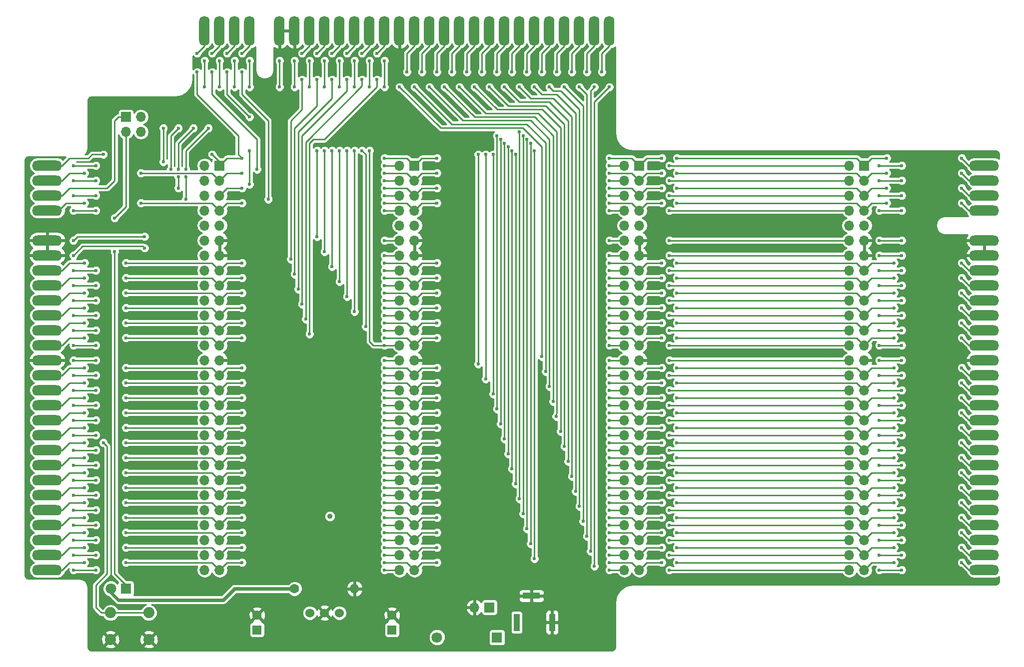
<source format=gbl>
G04 #@! TF.FileFunction,Copper,L2,Bot,Signal*
%FSLAX46Y46*%
G04 Gerber Fmt 4.6, Leading zero omitted, Abs format (unit mm)*
G04 Created by KiCad (PCBNEW 4.0.5) date 11/08/17 14:32:28*
%MOMM*%
%LPD*%
G01*
G04 APERTURE LIST*
%ADD10C,0.100000*%
%ADD11C,0.010000*%
%ADD12O,1.778000X5.080000*%
%ADD13R,1.700000X1.700000*%
%ADD14O,1.700000X1.700000*%
%ADD15O,5.080000X1.778000*%
%ADD16C,1.879600*%
%ADD17R,1.600000X1.600000*%
%ADD18C,1.600000*%
%ADD19C,1.800000*%
%ADD20R,1.800000X1.800000*%
%ADD21R,1.000000X3.000000*%
%ADD22R,3.000000X1.000000*%
%ADD23O,1.600000X1.600000*%
%ADD24C,1.524000*%
%ADD25C,0.900000*%
%ADD26C,0.600000*%
%ADD27C,0.250000*%
%ADD28C,0.600000*%
%ADD29C,0.254000*%
G04 APERTURE END LIST*
D10*
D11*
G36*
X112027097Y-114310346D02*
X111959741Y-114317779D01*
X111905981Y-114332894D01*
X111863869Y-114356649D01*
X111831460Y-114390006D01*
X111816249Y-114414300D01*
X111810997Y-114424906D01*
X111806833Y-114436285D01*
X111803601Y-114450507D01*
X111801151Y-114469641D01*
X111799327Y-114495757D01*
X111797978Y-114530925D01*
X111796949Y-114577214D01*
X111796088Y-114636694D01*
X111795410Y-114695817D01*
X111792720Y-114943467D01*
X111920867Y-114943467D01*
X111920867Y-114889715D01*
X111939917Y-114907066D01*
X111961149Y-114923701D01*
X111978789Y-114934653D01*
X111999778Y-114940940D01*
X112031807Y-114945607D01*
X112069034Y-114948307D01*
X112105613Y-114948694D01*
X112135700Y-114946421D01*
X112145233Y-114944527D01*
X112177125Y-114933170D01*
X112210555Y-114916813D01*
X112238972Y-114898957D01*
X112252718Y-114887065D01*
X112270960Y-114860247D01*
X112287219Y-114825164D01*
X112298408Y-114789478D01*
X112301634Y-114765667D01*
X112299639Y-114751174D01*
X112183333Y-114751174D01*
X112178477Y-114783223D01*
X112163034Y-114806560D01*
X112135693Y-114821900D01*
X112095141Y-114829961D01*
X112040068Y-114831459D01*
X112036545Y-114831364D01*
X112000185Y-114829935D01*
X111976480Y-114827463D01*
X111961149Y-114822781D01*
X111949913Y-114814724D01*
X111941295Y-114805411D01*
X111929544Y-114788687D01*
X111923307Y-114769478D01*
X111921023Y-114741796D01*
X111920867Y-114727094D01*
X111920867Y-114672533D01*
X112007650Y-114672580D01*
X112069362Y-114674466D01*
X112116035Y-114680506D01*
X112149205Y-114691386D01*
X112170406Y-114707795D01*
X112181176Y-114730418D01*
X112183333Y-114751174D01*
X112299639Y-114751174D01*
X112293999Y-114710210D01*
X112271573Y-114661137D01*
X112235889Y-114620853D01*
X112191800Y-114593227D01*
X112171874Y-114585693D01*
X112148478Y-114580292D01*
X112118017Y-114576541D01*
X112076893Y-114573959D01*
X112037283Y-114572511D01*
X111920867Y-114569012D01*
X111920867Y-114524098D01*
X111922090Y-114489015D01*
X111927061Y-114466193D01*
X111937736Y-114451052D01*
X111956069Y-114439016D01*
X111957522Y-114438258D01*
X111986230Y-114428692D01*
X112022210Y-114424224D01*
X112061380Y-114424410D01*
X112099661Y-114428808D01*
X112132971Y-114436976D01*
X112157230Y-114448469D01*
X112167883Y-114461081D01*
X112175401Y-114460738D01*
X112192482Y-114451511D01*
X112215655Y-114435330D01*
X112219332Y-114432507D01*
X112267769Y-114394895D01*
X112234368Y-114364719D01*
X112193154Y-114336118D01*
X112143503Y-114318070D01*
X112083298Y-114310017D01*
X112027097Y-114310346D01*
X112027097Y-114310346D01*
G37*
X112027097Y-114310346D02*
X111959741Y-114317779D01*
X111905981Y-114332894D01*
X111863869Y-114356649D01*
X111831460Y-114390006D01*
X111816249Y-114414300D01*
X111810997Y-114424906D01*
X111806833Y-114436285D01*
X111803601Y-114450507D01*
X111801151Y-114469641D01*
X111799327Y-114495757D01*
X111797978Y-114530925D01*
X111796949Y-114577214D01*
X111796088Y-114636694D01*
X111795410Y-114695817D01*
X111792720Y-114943467D01*
X111920867Y-114943467D01*
X111920867Y-114889715D01*
X111939917Y-114907066D01*
X111961149Y-114923701D01*
X111978789Y-114934653D01*
X111999778Y-114940940D01*
X112031807Y-114945607D01*
X112069034Y-114948307D01*
X112105613Y-114948694D01*
X112135700Y-114946421D01*
X112145233Y-114944527D01*
X112177125Y-114933170D01*
X112210555Y-114916813D01*
X112238972Y-114898957D01*
X112252718Y-114887065D01*
X112270960Y-114860247D01*
X112287219Y-114825164D01*
X112298408Y-114789478D01*
X112301634Y-114765667D01*
X112299639Y-114751174D01*
X112183333Y-114751174D01*
X112178477Y-114783223D01*
X112163034Y-114806560D01*
X112135693Y-114821900D01*
X112095141Y-114829961D01*
X112040068Y-114831459D01*
X112036545Y-114831364D01*
X112000185Y-114829935D01*
X111976480Y-114827463D01*
X111961149Y-114822781D01*
X111949913Y-114814724D01*
X111941295Y-114805411D01*
X111929544Y-114788687D01*
X111923307Y-114769478D01*
X111921023Y-114741796D01*
X111920867Y-114727094D01*
X111920867Y-114672533D01*
X112007650Y-114672580D01*
X112069362Y-114674466D01*
X112116035Y-114680506D01*
X112149205Y-114691386D01*
X112170406Y-114707795D01*
X112181176Y-114730418D01*
X112183333Y-114751174D01*
X112299639Y-114751174D01*
X112293999Y-114710210D01*
X112271573Y-114661137D01*
X112235889Y-114620853D01*
X112191800Y-114593227D01*
X112171874Y-114585693D01*
X112148478Y-114580292D01*
X112118017Y-114576541D01*
X112076893Y-114573959D01*
X112037283Y-114572511D01*
X111920867Y-114569012D01*
X111920867Y-114524098D01*
X111922090Y-114489015D01*
X111927061Y-114466193D01*
X111937736Y-114451052D01*
X111956069Y-114439016D01*
X111957522Y-114438258D01*
X111986230Y-114428692D01*
X112022210Y-114424224D01*
X112061380Y-114424410D01*
X112099661Y-114428808D01*
X112132971Y-114436976D01*
X112157230Y-114448469D01*
X112167883Y-114461081D01*
X112175401Y-114460738D01*
X112192482Y-114451511D01*
X112215655Y-114435330D01*
X112219332Y-114432507D01*
X112267769Y-114394895D01*
X112234368Y-114364719D01*
X112193154Y-114336118D01*
X112143503Y-114318070D01*
X112083298Y-114310017D01*
X112027097Y-114310346D01*
G36*
X110718600Y-114943467D02*
X110845600Y-114943467D01*
X110845600Y-114912800D01*
X110846205Y-114892980D01*
X110850124Y-114887281D01*
X110860516Y-114892893D01*
X110864650Y-114895846D01*
X110913497Y-114924361D01*
X110965141Y-114942965D01*
X111015318Y-114950625D01*
X111059763Y-114946309D01*
X111065788Y-114944526D01*
X111122012Y-114918097D01*
X111166966Y-114879113D01*
X111198089Y-114833400D01*
X111204043Y-114819811D01*
X111208484Y-114802790D01*
X111211707Y-114779542D01*
X111214005Y-114747272D01*
X111215673Y-114703185D01*
X111216500Y-114667920D01*
X111098385Y-114667920D01*
X111092490Y-114721251D01*
X111079496Y-114762245D01*
X111059017Y-114792585D01*
X111052227Y-114799105D01*
X111031590Y-114814822D01*
X111011419Y-114822533D01*
X110983940Y-114824876D01*
X110976118Y-114824933D01*
X110944602Y-114822565D01*
X110916052Y-114816525D01*
X110904590Y-114812090D01*
X110883963Y-114798180D01*
X110868901Y-114779181D01*
X110858497Y-114752404D01*
X110851846Y-114715161D01*
X110848039Y-114664763D01*
X110847155Y-114641793D01*
X110846095Y-114596045D01*
X110846555Y-114563110D01*
X110848935Y-114538908D01*
X110853631Y-114519355D01*
X110860899Y-114500690D01*
X110882130Y-114464948D01*
X110909652Y-114443030D01*
X110946700Y-114432927D01*
X110972012Y-114431677D01*
X111013614Y-114435851D01*
X111045461Y-114449093D01*
X111068714Y-114472967D01*
X111084538Y-114509040D01*
X111094096Y-114558874D01*
X111097564Y-114600567D01*
X111098385Y-114667920D01*
X111216500Y-114667920D01*
X111216790Y-114655600D01*
X111217665Y-114587190D01*
X111216879Y-114533061D01*
X111213871Y-114490594D01*
X111208078Y-114457174D01*
X111198939Y-114430182D01*
X111185894Y-114407002D01*
X111168380Y-114385016D01*
X111155908Y-114371733D01*
X111109294Y-114334525D01*
X111058415Y-114313441D01*
X111004259Y-114308506D01*
X110947814Y-114319745D01*
X110890068Y-114347183D01*
X110864650Y-114364285D01*
X110845600Y-114378265D01*
X110845600Y-114054467D01*
X110718600Y-114054467D01*
X110718600Y-114943467D01*
X110718600Y-114943467D01*
G37*
X110718600Y-114943467D02*
X110845600Y-114943467D01*
X110845600Y-114912800D01*
X110846205Y-114892980D01*
X110850124Y-114887281D01*
X110860516Y-114892893D01*
X110864650Y-114895846D01*
X110913497Y-114924361D01*
X110965141Y-114942965D01*
X111015318Y-114950625D01*
X111059763Y-114946309D01*
X111065788Y-114944526D01*
X111122012Y-114918097D01*
X111166966Y-114879113D01*
X111198089Y-114833400D01*
X111204043Y-114819811D01*
X111208484Y-114802790D01*
X111211707Y-114779542D01*
X111214005Y-114747272D01*
X111215673Y-114703185D01*
X111216500Y-114667920D01*
X111098385Y-114667920D01*
X111092490Y-114721251D01*
X111079496Y-114762245D01*
X111059017Y-114792585D01*
X111052227Y-114799105D01*
X111031590Y-114814822D01*
X111011419Y-114822533D01*
X110983940Y-114824876D01*
X110976118Y-114824933D01*
X110944602Y-114822565D01*
X110916052Y-114816525D01*
X110904590Y-114812090D01*
X110883963Y-114798180D01*
X110868901Y-114779181D01*
X110858497Y-114752404D01*
X110851846Y-114715161D01*
X110848039Y-114664763D01*
X110847155Y-114641793D01*
X110846095Y-114596045D01*
X110846555Y-114563110D01*
X110848935Y-114538908D01*
X110853631Y-114519355D01*
X110860899Y-114500690D01*
X110882130Y-114464948D01*
X110909652Y-114443030D01*
X110946700Y-114432927D01*
X110972012Y-114431677D01*
X111013614Y-114435851D01*
X111045461Y-114449093D01*
X111068714Y-114472967D01*
X111084538Y-114509040D01*
X111094096Y-114558874D01*
X111097564Y-114600567D01*
X111098385Y-114667920D01*
X111216500Y-114667920D01*
X111216790Y-114655600D01*
X111217665Y-114587190D01*
X111216879Y-114533061D01*
X111213871Y-114490594D01*
X111208078Y-114457174D01*
X111198939Y-114430182D01*
X111185894Y-114407002D01*
X111168380Y-114385016D01*
X111155908Y-114371733D01*
X111109294Y-114334525D01*
X111058415Y-114313441D01*
X111004259Y-114308506D01*
X110947814Y-114319745D01*
X110890068Y-114347183D01*
X110864650Y-114364285D01*
X110845600Y-114378265D01*
X110845600Y-114054467D01*
X110718600Y-114054467D01*
X110718600Y-114943467D01*
G36*
X109429093Y-114313094D02*
X109374826Y-114324927D01*
X109328215Y-114342913D01*
X109293306Y-114366410D01*
X109290063Y-114369603D01*
X109275484Y-114385319D01*
X109263846Y-114400453D01*
X109254818Y-114417073D01*
X109248070Y-114437245D01*
X109243270Y-114463035D01*
X109240090Y-114496511D01*
X109238197Y-114539738D01*
X109237262Y-114594784D01*
X109236955Y-114663715D01*
X109236933Y-114701895D01*
X109236933Y-114943467D01*
X109355467Y-114943467D01*
X109355467Y-114918067D01*
X109357721Y-114898655D01*
X109365436Y-114894170D01*
X109380039Y-114904393D01*
X109388554Y-114913003D01*
X109417592Y-114932951D01*
X109457974Y-114945737D01*
X109505503Y-114950924D01*
X109555983Y-114948074D01*
X109605215Y-114936749D01*
X109607807Y-114935870D01*
X109659790Y-114909795D01*
X109700268Y-114871330D01*
X109721186Y-114838367D01*
X109731091Y-114814148D01*
X109735419Y-114787664D01*
X109735256Y-114760405D01*
X109623589Y-114760405D01*
X109613380Y-114789952D01*
X109591436Y-114813744D01*
X109581213Y-114819806D01*
X109554342Y-114827836D01*
X109517434Y-114832331D01*
X109476512Y-114833263D01*
X109437601Y-114830603D01*
X109406724Y-114824321D01*
X109397774Y-114820686D01*
X109375420Y-114799708D01*
X109361258Y-114764583D01*
X109355608Y-114716155D01*
X109355514Y-114708517D01*
X109355467Y-114672533D01*
X109442250Y-114672580D01*
X109504445Y-114674449D01*
X109551513Y-114680156D01*
X109584883Y-114689969D01*
X109604935Y-114703078D01*
X109621096Y-114729861D01*
X109623589Y-114760405D01*
X109735256Y-114760405D01*
X109735206Y-114752100D01*
X109734971Y-114747716D01*
X109725409Y-114692785D01*
X109703019Y-114648482D01*
X109666964Y-114613475D01*
X109640185Y-114597277D01*
X109622176Y-114588778D01*
X109604235Y-114582717D01*
X109582786Y-114578551D01*
X109554250Y-114575739D01*
X109515052Y-114573737D01*
X109476340Y-114572437D01*
X109353590Y-114568744D01*
X109357209Y-114518710D01*
X109362098Y-114483175D01*
X109371485Y-114459767D01*
X109378777Y-114450727D01*
X109403198Y-114436195D01*
X109438569Y-114427113D01*
X109479821Y-114423485D01*
X109521883Y-114425312D01*
X109559687Y-114432597D01*
X109588162Y-114445345D01*
X109594495Y-114450598D01*
X109611924Y-114468027D01*
X109657262Y-114433796D01*
X109680195Y-114415536D01*
X109696500Y-114400751D01*
X109702600Y-114392732D01*
X109695603Y-114380800D01*
X109677463Y-114364784D01*
X109652456Y-114347603D01*
X109624857Y-114332174D01*
X109598942Y-114321413D01*
X109597347Y-114320923D01*
X109544401Y-114310451D01*
X109486967Y-114308055D01*
X109429093Y-114313094D01*
X109429093Y-114313094D01*
G37*
X109429093Y-114313094D02*
X109374826Y-114324927D01*
X109328215Y-114342913D01*
X109293306Y-114366410D01*
X109290063Y-114369603D01*
X109275484Y-114385319D01*
X109263846Y-114400453D01*
X109254818Y-114417073D01*
X109248070Y-114437245D01*
X109243270Y-114463035D01*
X109240090Y-114496511D01*
X109238197Y-114539738D01*
X109237262Y-114594784D01*
X109236955Y-114663715D01*
X109236933Y-114701895D01*
X109236933Y-114943467D01*
X109355467Y-114943467D01*
X109355467Y-114918067D01*
X109357721Y-114898655D01*
X109365436Y-114894170D01*
X109380039Y-114904393D01*
X109388554Y-114913003D01*
X109417592Y-114932951D01*
X109457974Y-114945737D01*
X109505503Y-114950924D01*
X109555983Y-114948074D01*
X109605215Y-114936749D01*
X109607807Y-114935870D01*
X109659790Y-114909795D01*
X109700268Y-114871330D01*
X109721186Y-114838367D01*
X109731091Y-114814148D01*
X109735419Y-114787664D01*
X109735256Y-114760405D01*
X109623589Y-114760405D01*
X109613380Y-114789952D01*
X109591436Y-114813744D01*
X109581213Y-114819806D01*
X109554342Y-114827836D01*
X109517434Y-114832331D01*
X109476512Y-114833263D01*
X109437601Y-114830603D01*
X109406724Y-114824321D01*
X109397774Y-114820686D01*
X109375420Y-114799708D01*
X109361258Y-114764583D01*
X109355608Y-114716155D01*
X109355514Y-114708517D01*
X109355467Y-114672533D01*
X109442250Y-114672580D01*
X109504445Y-114674449D01*
X109551513Y-114680156D01*
X109584883Y-114689969D01*
X109604935Y-114703078D01*
X109621096Y-114729861D01*
X109623589Y-114760405D01*
X109735256Y-114760405D01*
X109735206Y-114752100D01*
X109734971Y-114747716D01*
X109725409Y-114692785D01*
X109703019Y-114648482D01*
X109666964Y-114613475D01*
X109640185Y-114597277D01*
X109622176Y-114588778D01*
X109604235Y-114582717D01*
X109582786Y-114578551D01*
X109554250Y-114575739D01*
X109515052Y-114573737D01*
X109476340Y-114572437D01*
X109353590Y-114568744D01*
X109357209Y-114518710D01*
X109362098Y-114483175D01*
X109371485Y-114459767D01*
X109378777Y-114450727D01*
X109403198Y-114436195D01*
X109438569Y-114427113D01*
X109479821Y-114423485D01*
X109521883Y-114425312D01*
X109559687Y-114432597D01*
X109588162Y-114445345D01*
X109594495Y-114450598D01*
X109611924Y-114468027D01*
X109657262Y-114433796D01*
X109680195Y-114415536D01*
X109696500Y-114400751D01*
X109702600Y-114392732D01*
X109695603Y-114380800D01*
X109677463Y-114364784D01*
X109652456Y-114347603D01*
X109624857Y-114332174D01*
X109598942Y-114321413D01*
X109597347Y-114320923D01*
X109544401Y-114310451D01*
X109486967Y-114308055D01*
X109429093Y-114313094D01*
G36*
X108386033Y-114310526D02*
X108319515Y-114322278D01*
X108261813Y-114348390D01*
X108213487Y-114388502D01*
X108175095Y-114442255D01*
X108171928Y-114448167D01*
X108161500Y-114470486D01*
X108154555Y-114492824D01*
X108150174Y-114519979D01*
X108147437Y-114556749D01*
X108146348Y-114581517D01*
X108142860Y-114672533D01*
X108534200Y-114672533D01*
X108534200Y-114705148D01*
X108526348Y-114746970D01*
X108504322Y-114782719D01*
X108470423Y-114810253D01*
X108426947Y-114827426D01*
X108398418Y-114831783D01*
X108368621Y-114832831D01*
X108344883Y-114829791D01*
X108320022Y-114821031D01*
X108292204Y-114807646D01*
X108237333Y-114779795D01*
X108205850Y-114808691D01*
X108186037Y-114826685D01*
X108170865Y-114840125D01*
X108166379Y-114843904D01*
X108165339Y-114853780D01*
X108176506Y-114868967D01*
X108197051Y-114886993D01*
X108224140Y-114905387D01*
X108254944Y-114921679D01*
X108256113Y-114922208D01*
X108309733Y-114939741D01*
X108369235Y-114948522D01*
X108427703Y-114947952D01*
X108468133Y-114940629D01*
X108527712Y-114915382D01*
X108577683Y-114876522D01*
X108617060Y-114825010D01*
X108641673Y-114771405D01*
X108651253Y-114730538D01*
X108656541Y-114678980D01*
X108657624Y-114622199D01*
X108654874Y-114570933D01*
X108536430Y-114570933D01*
X108263690Y-114570933D01*
X108268825Y-114543417D01*
X108284780Y-114494135D01*
X108311565Y-114457625D01*
X108348641Y-114434359D01*
X108395467Y-114424807D01*
X108404798Y-114424581D01*
X108451345Y-114432027D01*
X108489093Y-114453322D01*
X108516253Y-114486896D01*
X108531034Y-114531182D01*
X108531702Y-114535683D01*
X108536430Y-114570933D01*
X108654874Y-114570933D01*
X108654591Y-114565659D01*
X108647530Y-114514830D01*
X108636894Y-114476093D01*
X108605251Y-114415583D01*
X108563441Y-114367977D01*
X108512643Y-114334053D01*
X108454036Y-114314590D01*
X108388800Y-114310365D01*
X108386033Y-114310526D01*
X108386033Y-114310526D01*
G37*
X108386033Y-114310526D02*
X108319515Y-114322278D01*
X108261813Y-114348390D01*
X108213487Y-114388502D01*
X108175095Y-114442255D01*
X108171928Y-114448167D01*
X108161500Y-114470486D01*
X108154555Y-114492824D01*
X108150174Y-114519979D01*
X108147437Y-114556749D01*
X108146348Y-114581517D01*
X108142860Y-114672533D01*
X108534200Y-114672533D01*
X108534200Y-114705148D01*
X108526348Y-114746970D01*
X108504322Y-114782719D01*
X108470423Y-114810253D01*
X108426947Y-114827426D01*
X108398418Y-114831783D01*
X108368621Y-114832831D01*
X108344883Y-114829791D01*
X108320022Y-114821031D01*
X108292204Y-114807646D01*
X108237333Y-114779795D01*
X108205850Y-114808691D01*
X108186037Y-114826685D01*
X108170865Y-114840125D01*
X108166379Y-114843904D01*
X108165339Y-114853780D01*
X108176506Y-114868967D01*
X108197051Y-114886993D01*
X108224140Y-114905387D01*
X108254944Y-114921679D01*
X108256113Y-114922208D01*
X108309733Y-114939741D01*
X108369235Y-114948522D01*
X108427703Y-114947952D01*
X108468133Y-114940629D01*
X108527712Y-114915382D01*
X108577683Y-114876522D01*
X108617060Y-114825010D01*
X108641673Y-114771405D01*
X108651253Y-114730538D01*
X108656541Y-114678980D01*
X108657624Y-114622199D01*
X108654874Y-114570933D01*
X108536430Y-114570933D01*
X108263690Y-114570933D01*
X108268825Y-114543417D01*
X108284780Y-114494135D01*
X108311565Y-114457625D01*
X108348641Y-114434359D01*
X108395467Y-114424807D01*
X108404798Y-114424581D01*
X108451345Y-114432027D01*
X108489093Y-114453322D01*
X108516253Y-114486896D01*
X108531034Y-114531182D01*
X108531702Y-114535683D01*
X108536430Y-114570933D01*
X108654874Y-114570933D01*
X108654591Y-114565659D01*
X108647530Y-114514830D01*
X108636894Y-114476093D01*
X108605251Y-114415583D01*
X108563441Y-114367977D01*
X108512643Y-114334053D01*
X108454036Y-114314590D01*
X108388800Y-114310365D01*
X108386033Y-114310526D01*
G36*
X112552050Y-113314263D02*
X112509919Y-113330378D01*
X112468793Y-113360032D01*
X112464163Y-113364149D01*
X112443589Y-113384505D01*
X112427808Y-113405410D01*
X112416206Y-113429429D01*
X112408169Y-113459129D01*
X112403082Y-113497075D01*
X112400331Y-113545833D01*
X112399301Y-113607970D01*
X112399233Y-113635367D01*
X112399366Y-113692137D01*
X112399936Y-113734739D01*
X112401200Y-113765937D01*
X112403419Y-113788493D01*
X112406848Y-113805174D01*
X112411748Y-113818741D01*
X112417432Y-113830211D01*
X112452501Y-113880135D01*
X112495844Y-113916994D01*
X112545078Y-113940218D01*
X112597819Y-113949237D01*
X112651683Y-113943482D01*
X112704288Y-113922383D01*
X112730504Y-113905044D01*
X112751663Y-113889421D01*
X112766948Y-113879114D01*
X112771840Y-113876667D01*
X112772891Y-113884785D01*
X112773844Y-113907750D01*
X112774665Y-113943475D01*
X112775319Y-113989871D01*
X112775771Y-114044853D01*
X112775987Y-114106334D01*
X112776000Y-114126433D01*
X112775759Y-114189666D01*
X112775075Y-114246973D01*
X112774011Y-114296278D01*
X112772629Y-114335506D01*
X112770990Y-114362582D01*
X112769156Y-114375430D01*
X112768570Y-114376200D01*
X112757738Y-114370375D01*
X112749520Y-114362152D01*
X112735442Y-114350701D01*
X112712033Y-114336659D01*
X112695567Y-114328369D01*
X112640654Y-114311419D01*
X112585274Y-114309910D01*
X112532195Y-114322657D01*
X112484182Y-114348479D01*
X112444001Y-114386193D01*
X112414420Y-114434617D01*
X112407936Y-114451317D01*
X112403830Y-114466672D01*
X112400645Y-114487109D01*
X112398280Y-114514693D01*
X112396635Y-114551486D01*
X112395609Y-114599551D01*
X112395101Y-114660951D01*
X112395000Y-114716375D01*
X112395000Y-114943467D01*
X112522000Y-114943467D01*
X112522032Y-114729683D01*
X112522128Y-114663383D01*
X112522497Y-114611813D01*
X112523289Y-114572768D01*
X112524656Y-114544045D01*
X112526749Y-114523440D01*
X112529719Y-114508750D01*
X112533717Y-114497771D01*
X112538561Y-114488843D01*
X112565120Y-114456607D01*
X112598500Y-114438180D01*
X112641890Y-114431870D01*
X112645834Y-114431838D01*
X112686345Y-114436639D01*
X112719150Y-114452713D01*
X112748968Y-114482570D01*
X112754310Y-114489506D01*
X112759688Y-114497613D01*
X112763879Y-114507230D01*
X112767065Y-114520515D01*
X112769427Y-114539627D01*
X112771148Y-114566724D01*
X112772410Y-114603964D01*
X112773393Y-114653506D01*
X112774280Y-114717508D01*
X112774412Y-114728166D01*
X112777057Y-114943467D01*
X112894533Y-114943467D01*
X112894533Y-113631133D01*
X112770981Y-113631133D01*
X112769273Y-113688671D01*
X112764124Y-113732199D01*
X112754678Y-113764440D01*
X112740077Y-113788119D01*
X112719464Y-113805961D01*
X112715126Y-113808716D01*
X112677515Y-113822987D01*
X112634803Y-113825885D01*
X112593795Y-113817512D01*
X112571936Y-113806523D01*
X112553067Y-113790614D01*
X112539502Y-113770300D01*
X112530455Y-113742769D01*
X112525142Y-113705209D01*
X112522779Y-113654807D01*
X112522478Y-113629188D01*
X112524000Y-113566216D01*
X112529956Y-113517897D01*
X112541409Y-113482290D01*
X112559421Y-113457455D01*
X112585055Y-113441450D01*
X112619374Y-113432334D01*
X112631127Y-113430700D01*
X112677716Y-113431745D01*
X112715174Y-113447039D01*
X112743602Y-113476636D01*
X112753669Y-113495057D01*
X112761752Y-113515544D01*
X112766959Y-113537477D01*
X112769838Y-113565179D01*
X112770939Y-113602969D01*
X112770981Y-113631133D01*
X112894533Y-113631133D01*
X112894533Y-113317867D01*
X112776000Y-113317867D01*
X112776000Y-113347500D01*
X112774811Y-113367097D01*
X112771886Y-113376881D01*
X112771270Y-113377133D01*
X112762360Y-113372373D01*
X112745179Y-113360307D01*
X112735287Y-113352780D01*
X112692992Y-113326589D01*
X112646973Y-113312785D01*
X112600898Y-113309400D01*
X112552050Y-113314263D01*
X112552050Y-113314263D01*
G37*
X112552050Y-113314263D02*
X112509919Y-113330378D01*
X112468793Y-113360032D01*
X112464163Y-113364149D01*
X112443589Y-113384505D01*
X112427808Y-113405410D01*
X112416206Y-113429429D01*
X112408169Y-113459129D01*
X112403082Y-113497075D01*
X112400331Y-113545833D01*
X112399301Y-113607970D01*
X112399233Y-113635367D01*
X112399366Y-113692137D01*
X112399936Y-113734739D01*
X112401200Y-113765937D01*
X112403419Y-113788493D01*
X112406848Y-113805174D01*
X112411748Y-113818741D01*
X112417432Y-113830211D01*
X112452501Y-113880135D01*
X112495844Y-113916994D01*
X112545078Y-113940218D01*
X112597819Y-113949237D01*
X112651683Y-113943482D01*
X112704288Y-113922383D01*
X112730504Y-113905044D01*
X112751663Y-113889421D01*
X112766948Y-113879114D01*
X112771840Y-113876667D01*
X112772891Y-113884785D01*
X112773844Y-113907750D01*
X112774665Y-113943475D01*
X112775319Y-113989871D01*
X112775771Y-114044853D01*
X112775987Y-114106334D01*
X112776000Y-114126433D01*
X112775759Y-114189666D01*
X112775075Y-114246973D01*
X112774011Y-114296278D01*
X112772629Y-114335506D01*
X112770990Y-114362582D01*
X112769156Y-114375430D01*
X112768570Y-114376200D01*
X112757738Y-114370375D01*
X112749520Y-114362152D01*
X112735442Y-114350701D01*
X112712033Y-114336659D01*
X112695567Y-114328369D01*
X112640654Y-114311419D01*
X112585274Y-114309910D01*
X112532195Y-114322657D01*
X112484182Y-114348479D01*
X112444001Y-114386193D01*
X112414420Y-114434617D01*
X112407936Y-114451317D01*
X112403830Y-114466672D01*
X112400645Y-114487109D01*
X112398280Y-114514693D01*
X112396635Y-114551486D01*
X112395609Y-114599551D01*
X112395101Y-114660951D01*
X112395000Y-114716375D01*
X112395000Y-114943467D01*
X112522000Y-114943467D01*
X112522032Y-114729683D01*
X112522128Y-114663383D01*
X112522497Y-114611813D01*
X112523289Y-114572768D01*
X112524656Y-114544045D01*
X112526749Y-114523440D01*
X112529719Y-114508750D01*
X112533717Y-114497771D01*
X112538561Y-114488843D01*
X112565120Y-114456607D01*
X112598500Y-114438180D01*
X112641890Y-114431870D01*
X112645834Y-114431838D01*
X112686345Y-114436639D01*
X112719150Y-114452713D01*
X112748968Y-114482570D01*
X112754310Y-114489506D01*
X112759688Y-114497613D01*
X112763879Y-114507230D01*
X112767065Y-114520515D01*
X112769427Y-114539627D01*
X112771148Y-114566724D01*
X112772410Y-114603964D01*
X112773393Y-114653506D01*
X112774280Y-114717508D01*
X112774412Y-114728166D01*
X112777057Y-114943467D01*
X112894533Y-114943467D01*
X112894533Y-113631133D01*
X112770981Y-113631133D01*
X112769273Y-113688671D01*
X112764124Y-113732199D01*
X112754678Y-113764440D01*
X112740077Y-113788119D01*
X112719464Y-113805961D01*
X112715126Y-113808716D01*
X112677515Y-113822987D01*
X112634803Y-113825885D01*
X112593795Y-113817512D01*
X112571936Y-113806523D01*
X112553067Y-113790614D01*
X112539502Y-113770300D01*
X112530455Y-113742769D01*
X112525142Y-113705209D01*
X112522779Y-113654807D01*
X112522478Y-113629188D01*
X112524000Y-113566216D01*
X112529956Y-113517897D01*
X112541409Y-113482290D01*
X112559421Y-113457455D01*
X112585055Y-113441450D01*
X112619374Y-113432334D01*
X112631127Y-113430700D01*
X112677716Y-113431745D01*
X112715174Y-113447039D01*
X112743602Y-113476636D01*
X112753669Y-113495057D01*
X112761752Y-113515544D01*
X112766959Y-113537477D01*
X112769838Y-113565179D01*
X112770939Y-113602969D01*
X112770981Y-113631133D01*
X112894533Y-113631133D01*
X112894533Y-113317867D01*
X112776000Y-113317867D01*
X112776000Y-113347500D01*
X112774811Y-113367097D01*
X112771886Y-113376881D01*
X112771270Y-113377133D01*
X112762360Y-113372373D01*
X112745179Y-113360307D01*
X112735287Y-113352780D01*
X112692992Y-113326589D01*
X112646973Y-113312785D01*
X112600898Y-113309400D01*
X112552050Y-113314263D01*
G36*
X111308389Y-114315628D02*
X111277501Y-114327517D01*
X111255393Y-114340160D01*
X111240843Y-114351066D01*
X111237894Y-114355033D01*
X111242031Y-114365081D01*
X111255033Y-114383660D01*
X111274190Y-114406941D01*
X111276358Y-114409401D01*
X111317074Y-114455303D01*
X111353990Y-114440532D01*
X111398641Y-114430730D01*
X111441833Y-114435963D01*
X111480034Y-114455130D01*
X111509712Y-114487130D01*
X111511203Y-114489531D01*
X111516189Y-114499192D01*
X111520089Y-114511180D01*
X111523074Y-114527681D01*
X111525315Y-114550882D01*
X111526981Y-114582968D01*
X111528243Y-114626126D01*
X111529271Y-114682541D01*
X111529925Y-114729683D01*
X111532684Y-114943467D01*
X111649934Y-114943467D01*
X111649934Y-114316933D01*
X111531400Y-114316933D01*
X111531400Y-114387835D01*
X111508117Y-114365583D01*
X111464611Y-114334536D01*
X111413916Y-114315381D01*
X111360389Y-114308839D01*
X111308389Y-114315628D01*
X111308389Y-114315628D01*
G37*
X111308389Y-114315628D02*
X111277501Y-114327517D01*
X111255393Y-114340160D01*
X111240843Y-114351066D01*
X111237894Y-114355033D01*
X111242031Y-114365081D01*
X111255033Y-114383660D01*
X111274190Y-114406941D01*
X111276358Y-114409401D01*
X111317074Y-114455303D01*
X111353990Y-114440532D01*
X111398641Y-114430730D01*
X111441833Y-114435963D01*
X111480034Y-114455130D01*
X111509712Y-114487130D01*
X111511203Y-114489531D01*
X111516189Y-114499192D01*
X111520089Y-114511180D01*
X111523074Y-114527681D01*
X111525315Y-114550882D01*
X111526981Y-114582968D01*
X111528243Y-114626126D01*
X111529271Y-114682541D01*
X111529925Y-114729683D01*
X111532684Y-114943467D01*
X111649934Y-114943467D01*
X111649934Y-114316933D01*
X111531400Y-114316933D01*
X111531400Y-114387835D01*
X111508117Y-114365583D01*
X111464611Y-114334536D01*
X111413916Y-114315381D01*
X111360389Y-114308839D01*
X111308389Y-114315628D01*
G36*
X110139630Y-114365244D02*
X110121313Y-114424114D01*
X110102205Y-114483918D01*
X110083030Y-114542541D01*
X110064517Y-114597867D01*
X110047392Y-114647782D01*
X110032381Y-114690170D01*
X110020210Y-114722915D01*
X110011606Y-114743903D01*
X110007296Y-114751018D01*
X110007161Y-114750927D01*
X110003564Y-114741325D01*
X109996254Y-114717589D01*
X109985868Y-114681948D01*
X109973048Y-114636633D01*
X109958434Y-114583872D01*
X109943965Y-114530717D01*
X109886242Y-114316933D01*
X109824055Y-114316933D01*
X109791854Y-114318030D01*
X109770051Y-114321022D01*
X109761869Y-114325462D01*
X109761867Y-114325550D01*
X109764366Y-114335523D01*
X109771428Y-114359537D01*
X109782401Y-114395523D01*
X109796631Y-114441412D01*
X109813465Y-114495134D01*
X109832251Y-114554621D01*
X109852336Y-114617802D01*
X109873067Y-114682610D01*
X109893791Y-114746975D01*
X109913855Y-114808828D01*
X109928119Y-114852450D01*
X109958000Y-114943467D01*
X110065393Y-114943467D01*
X110077282Y-114903250D01*
X110108727Y-114797294D01*
X110135609Y-114707599D01*
X110157928Y-114634171D01*
X110175680Y-114577018D01*
X110188864Y-114536146D01*
X110197476Y-114511564D01*
X110201516Y-114503278D01*
X110201533Y-114503278D01*
X110205107Y-114511080D01*
X110212732Y-114533041D01*
X110223741Y-114567057D01*
X110237467Y-114611024D01*
X110253242Y-114662840D01*
X110270400Y-114720398D01*
X110270665Y-114721294D01*
X110334962Y-114939233D01*
X110389743Y-114941701D01*
X110444523Y-114944169D01*
X110540372Y-114645368D01*
X110562283Y-114577008D01*
X110582651Y-114513355D01*
X110600874Y-114456299D01*
X110616349Y-114407732D01*
X110628474Y-114369545D01*
X110636646Y-114343631D01*
X110640262Y-114331881D01*
X110640298Y-114331750D01*
X110640605Y-114324192D01*
X110634241Y-114319733D01*
X110618018Y-114317581D01*
X110588745Y-114316947D01*
X110580458Y-114316933D01*
X110546911Y-114317545D01*
X110526666Y-114319900D01*
X110516123Y-114324778D01*
X110512016Y-114331750D01*
X110508605Y-114343781D01*
X110501417Y-114369735D01*
X110491118Y-114407193D01*
X110478370Y-114453736D01*
X110463838Y-114506945D01*
X110452429Y-114548811D01*
X110437117Y-114604642D01*
X110423124Y-114654886D01*
X110411097Y-114697285D01*
X110401681Y-114729579D01*
X110395524Y-114749511D01*
X110393414Y-114755009D01*
X110389881Y-114748356D01*
X110381905Y-114727594D01*
X110370191Y-114694748D01*
X110355445Y-114651840D01*
X110338374Y-114600893D01*
X110319681Y-114543931D01*
X110318426Y-114540064D01*
X110247391Y-114321167D01*
X110154661Y-114316187D01*
X110139630Y-114365244D01*
X110139630Y-114365244D01*
G37*
X110139630Y-114365244D02*
X110121313Y-114424114D01*
X110102205Y-114483918D01*
X110083030Y-114542541D01*
X110064517Y-114597867D01*
X110047392Y-114647782D01*
X110032381Y-114690170D01*
X110020210Y-114722915D01*
X110011606Y-114743903D01*
X110007296Y-114751018D01*
X110007161Y-114750927D01*
X110003564Y-114741325D01*
X109996254Y-114717589D01*
X109985868Y-114681948D01*
X109973048Y-114636633D01*
X109958434Y-114583872D01*
X109943965Y-114530717D01*
X109886242Y-114316933D01*
X109824055Y-114316933D01*
X109791854Y-114318030D01*
X109770051Y-114321022D01*
X109761869Y-114325462D01*
X109761867Y-114325550D01*
X109764366Y-114335523D01*
X109771428Y-114359537D01*
X109782401Y-114395523D01*
X109796631Y-114441412D01*
X109813465Y-114495134D01*
X109832251Y-114554621D01*
X109852336Y-114617802D01*
X109873067Y-114682610D01*
X109893791Y-114746975D01*
X109913855Y-114808828D01*
X109928119Y-114852450D01*
X109958000Y-114943467D01*
X110065393Y-114943467D01*
X110077282Y-114903250D01*
X110108727Y-114797294D01*
X110135609Y-114707599D01*
X110157928Y-114634171D01*
X110175680Y-114577018D01*
X110188864Y-114536146D01*
X110197476Y-114511564D01*
X110201516Y-114503278D01*
X110201533Y-114503278D01*
X110205107Y-114511080D01*
X110212732Y-114533041D01*
X110223741Y-114567057D01*
X110237467Y-114611024D01*
X110253242Y-114662840D01*
X110270400Y-114720398D01*
X110270665Y-114721294D01*
X110334962Y-114939233D01*
X110389743Y-114941701D01*
X110444523Y-114944169D01*
X110540372Y-114645368D01*
X110562283Y-114577008D01*
X110582651Y-114513355D01*
X110600874Y-114456299D01*
X110616349Y-114407732D01*
X110628474Y-114369545D01*
X110636646Y-114343631D01*
X110640262Y-114331881D01*
X110640298Y-114331750D01*
X110640605Y-114324192D01*
X110634241Y-114319733D01*
X110618018Y-114317581D01*
X110588745Y-114316947D01*
X110580458Y-114316933D01*
X110546911Y-114317545D01*
X110526666Y-114319900D01*
X110516123Y-114324778D01*
X110512016Y-114331750D01*
X110508605Y-114343781D01*
X110501417Y-114369735D01*
X110491118Y-114407193D01*
X110478370Y-114453736D01*
X110463838Y-114506945D01*
X110452429Y-114548811D01*
X110437117Y-114604642D01*
X110423124Y-114654886D01*
X110411097Y-114697285D01*
X110401681Y-114729579D01*
X110395524Y-114749511D01*
X110393414Y-114755009D01*
X110389881Y-114748356D01*
X110381905Y-114727594D01*
X110370191Y-114694748D01*
X110355445Y-114651840D01*
X110338374Y-114600893D01*
X110319681Y-114543931D01*
X110318426Y-114540064D01*
X110247391Y-114321167D01*
X110154661Y-114316187D01*
X110139630Y-114365244D01*
G36*
X108759375Y-114312904D02*
X108718730Y-114324747D01*
X108688526Y-114341069D01*
X108670264Y-114355033D01*
X108714024Y-114407015D01*
X108735917Y-114432629D01*
X108750251Y-114447183D01*
X108760302Y-114452630D01*
X108769346Y-114450920D01*
X108778508Y-114445417D01*
X108806827Y-114434787D01*
X108842929Y-114431567D01*
X108879468Y-114435557D01*
X108909100Y-114446558D01*
X108912868Y-114449071D01*
X108928290Y-114461315D01*
X108940409Y-114474225D01*
X108949621Y-114489923D01*
X108956319Y-114510531D01*
X108960901Y-114538170D01*
X108963763Y-114574962D01*
X108965298Y-114623029D01*
X108965904Y-114684492D01*
X108965987Y-114733917D01*
X108966000Y-114943467D01*
X109093000Y-114943467D01*
X109093000Y-114316933D01*
X108966000Y-114316933D01*
X108966000Y-114386637D01*
X108932733Y-114356582D01*
X108887371Y-114326206D01*
X108834649Y-114310774D01*
X108801882Y-114308514D01*
X108759375Y-114312904D01*
X108759375Y-114312904D01*
G37*
X108759375Y-114312904D02*
X108718730Y-114324747D01*
X108688526Y-114341069D01*
X108670264Y-114355033D01*
X108714024Y-114407015D01*
X108735917Y-114432629D01*
X108750251Y-114447183D01*
X108760302Y-114452630D01*
X108769346Y-114450920D01*
X108778508Y-114445417D01*
X108806827Y-114434787D01*
X108842929Y-114431567D01*
X108879468Y-114435557D01*
X108909100Y-114446558D01*
X108912868Y-114449071D01*
X108928290Y-114461315D01*
X108940409Y-114474225D01*
X108949621Y-114489923D01*
X108956319Y-114510531D01*
X108960901Y-114538170D01*
X108963763Y-114574962D01*
X108965298Y-114623029D01*
X108965904Y-114684492D01*
X108965987Y-114733917D01*
X108966000Y-114943467D01*
X109093000Y-114943467D01*
X109093000Y-114316933D01*
X108966000Y-114316933D01*
X108966000Y-114386637D01*
X108932733Y-114356582D01*
X108887371Y-114326206D01*
X108834649Y-114310774D01*
X108801882Y-114308514D01*
X108759375Y-114312904D01*
G36*
X113198058Y-113317156D02*
X113140258Y-113339518D01*
X113091112Y-113375130D01*
X113052454Y-113422635D01*
X113026118Y-113480675D01*
X113024664Y-113485509D01*
X113018813Y-113510791D01*
X113015249Y-113540468D01*
X113013749Y-113578213D01*
X113014093Y-113627699D01*
X113014687Y-113651260D01*
X113017117Y-113708264D01*
X113021423Y-113752086D01*
X113028732Y-113786457D01*
X113040177Y-113815112D01*
X113056885Y-113841785D01*
X113079986Y-113870208D01*
X113081431Y-113871858D01*
X113120458Y-113904831D01*
X113170196Y-113929816D01*
X113225743Y-113945380D01*
X113282196Y-113950088D01*
X113328582Y-113944150D01*
X113385005Y-113922382D01*
X113436179Y-113888213D01*
X113477905Y-113844913D01*
X113499004Y-113811400D01*
X113512055Y-113774035D01*
X113521080Y-113724656D01*
X113525976Y-113667717D01*
X113526419Y-113627779D01*
X113402534Y-113627779D01*
X113402042Y-113671484D01*
X113400135Y-113702731D01*
X113396162Y-113725977D01*
X113389473Y-113745680D01*
X113383483Y-113758456D01*
X113357195Y-113793287D01*
X113321389Y-113816113D01*
X113279338Y-113826025D01*
X113234316Y-113822114D01*
X113200161Y-113809355D01*
X113175740Y-113793712D01*
X113158094Y-113773668D01*
X113146263Y-113746502D01*
X113139290Y-113709492D01*
X113136213Y-113659916D01*
X113135833Y-113626900D01*
X113136236Y-113581512D01*
X113137765Y-113549314D01*
X113140906Y-113526576D01*
X113146143Y-113509566D01*
X113152767Y-113496552D01*
X113183204Y-113459873D01*
X113221574Y-113437146D01*
X113265127Y-113429182D01*
X113311113Y-113436796D01*
X113329421Y-113444312D01*
X113357598Y-113461512D01*
X113377892Y-113483482D01*
X113391387Y-113512943D01*
X113399169Y-113552620D01*
X113402322Y-113605234D01*
X113402534Y-113627779D01*
X113526419Y-113627779D01*
X113526642Y-113607676D01*
X113522973Y-113548990D01*
X113514867Y-113496115D01*
X113506951Y-113466304D01*
X113486181Y-113424899D01*
X113453669Y-113384582D01*
X113414193Y-113350156D01*
X113372533Y-113326426D01*
X113364970Y-113323592D01*
X113331632Y-113315611D01*
X113290638Y-113310538D01*
X113262678Y-113309400D01*
X113198058Y-113317156D01*
X113198058Y-113317156D01*
G37*
X113198058Y-113317156D02*
X113140258Y-113339518D01*
X113091112Y-113375130D01*
X113052454Y-113422635D01*
X113026118Y-113480675D01*
X113024664Y-113485509D01*
X113018813Y-113510791D01*
X113015249Y-113540468D01*
X113013749Y-113578213D01*
X113014093Y-113627699D01*
X113014687Y-113651260D01*
X113017117Y-113708264D01*
X113021423Y-113752086D01*
X113028732Y-113786457D01*
X113040177Y-113815112D01*
X113056885Y-113841785D01*
X113079986Y-113870208D01*
X113081431Y-113871858D01*
X113120458Y-113904831D01*
X113170196Y-113929816D01*
X113225743Y-113945380D01*
X113282196Y-113950088D01*
X113328582Y-113944150D01*
X113385005Y-113922382D01*
X113436179Y-113888213D01*
X113477905Y-113844913D01*
X113499004Y-113811400D01*
X113512055Y-113774035D01*
X113521080Y-113724656D01*
X113525976Y-113667717D01*
X113526419Y-113627779D01*
X113402534Y-113627779D01*
X113402042Y-113671484D01*
X113400135Y-113702731D01*
X113396162Y-113725977D01*
X113389473Y-113745680D01*
X113383483Y-113758456D01*
X113357195Y-113793287D01*
X113321389Y-113816113D01*
X113279338Y-113826025D01*
X113234316Y-113822114D01*
X113200161Y-113809355D01*
X113175740Y-113793712D01*
X113158094Y-113773668D01*
X113146263Y-113746502D01*
X113139290Y-113709492D01*
X113136213Y-113659916D01*
X113135833Y-113626900D01*
X113136236Y-113581512D01*
X113137765Y-113549314D01*
X113140906Y-113526576D01*
X113146143Y-113509566D01*
X113152767Y-113496552D01*
X113183204Y-113459873D01*
X113221574Y-113437146D01*
X113265127Y-113429182D01*
X113311113Y-113436796D01*
X113329421Y-113444312D01*
X113357598Y-113461512D01*
X113377892Y-113483482D01*
X113391387Y-113512943D01*
X113399169Y-113552620D01*
X113402322Y-113605234D01*
X113402534Y-113627779D01*
X113526419Y-113627779D01*
X113526642Y-113607676D01*
X113522973Y-113548990D01*
X113514867Y-113496115D01*
X113506951Y-113466304D01*
X113486181Y-113424899D01*
X113453669Y-113384582D01*
X113414193Y-113350156D01*
X113372533Y-113326426D01*
X113364970Y-113323592D01*
X113331632Y-113315611D01*
X113290638Y-113310538D01*
X113262678Y-113309400D01*
X113198058Y-113317156D01*
G36*
X112001372Y-113311266D02*
X111970000Y-113318383D01*
X111935592Y-113333029D01*
X111931215Y-113335196D01*
X111879815Y-113366659D01*
X111840990Y-113404421D01*
X111813505Y-113450637D01*
X111796122Y-113507466D01*
X111787608Y-113577063D01*
X111787109Y-113586683D01*
X111783181Y-113673467D01*
X112185218Y-113673467D01*
X112179492Y-113705217D01*
X112164191Y-113755113D01*
X112138218Y-113792394D01*
X112107263Y-113814947D01*
X112058656Y-113831481D01*
X112007127Y-113832633D01*
X111956041Y-113818747D01*
X111915674Y-113795516D01*
X111889315Y-113775970D01*
X111846308Y-113811502D01*
X111824298Y-113830513D01*
X111808624Y-113845625D01*
X111802818Y-113853301D01*
X111809205Y-113862821D01*
X111826638Y-113877438D01*
X111851110Y-113894491D01*
X111878617Y-113911314D01*
X111905154Y-113925246D01*
X111920867Y-113931802D01*
X111973069Y-113944384D01*
X112030490Y-113949031D01*
X112084943Y-113945312D01*
X112103688Y-113941479D01*
X112162458Y-113919869D01*
X112210228Y-113886988D01*
X112249025Y-113841108D01*
X112273871Y-113796233D01*
X112283537Y-113774548D01*
X112290145Y-113755507D01*
X112294262Y-113735121D01*
X112296456Y-113709403D01*
X112297295Y-113674362D01*
X112297359Y-113631133D01*
X112295687Y-113571867D01*
X112184101Y-113571867D01*
X111912400Y-113571867D01*
X111912400Y-113550428D01*
X111920335Y-113509262D01*
X111942059Y-113472443D01*
X111974450Y-113443446D01*
X112014386Y-113425746D01*
X112026641Y-113423266D01*
X112055255Y-113421463D01*
X112081037Y-113427090D01*
X112104775Y-113437570D01*
X112141554Y-113462745D01*
X112165524Y-113496585D01*
X112178529Y-113540117D01*
X112184101Y-113571867D01*
X112295687Y-113571867D01*
X112295474Y-113564327D01*
X112289478Y-113510833D01*
X112278326Y-113467309D01*
X112260973Y-113430412D01*
X112236372Y-113396802D01*
X112217806Y-113376933D01*
X112173745Y-113341796D01*
X112123818Y-113319940D01*
X112064903Y-113310182D01*
X112039244Y-113309400D01*
X112001372Y-113311266D01*
X112001372Y-113311266D01*
G37*
X112001372Y-113311266D02*
X111970000Y-113318383D01*
X111935592Y-113333029D01*
X111931215Y-113335196D01*
X111879815Y-113366659D01*
X111840990Y-113404421D01*
X111813505Y-113450637D01*
X111796122Y-113507466D01*
X111787608Y-113577063D01*
X111787109Y-113586683D01*
X111783181Y-113673467D01*
X112185218Y-113673467D01*
X112179492Y-113705217D01*
X112164191Y-113755113D01*
X112138218Y-113792394D01*
X112107263Y-113814947D01*
X112058656Y-113831481D01*
X112007127Y-113832633D01*
X111956041Y-113818747D01*
X111915674Y-113795516D01*
X111889315Y-113775970D01*
X111846308Y-113811502D01*
X111824298Y-113830513D01*
X111808624Y-113845625D01*
X111802818Y-113853301D01*
X111809205Y-113862821D01*
X111826638Y-113877438D01*
X111851110Y-113894491D01*
X111878617Y-113911314D01*
X111905154Y-113925246D01*
X111920867Y-113931802D01*
X111973069Y-113944384D01*
X112030490Y-113949031D01*
X112084943Y-113945312D01*
X112103688Y-113941479D01*
X112162458Y-113919869D01*
X112210228Y-113886988D01*
X112249025Y-113841108D01*
X112273871Y-113796233D01*
X112283537Y-113774548D01*
X112290145Y-113755507D01*
X112294262Y-113735121D01*
X112296456Y-113709403D01*
X112297295Y-113674362D01*
X112297359Y-113631133D01*
X112295687Y-113571867D01*
X112184101Y-113571867D01*
X111912400Y-113571867D01*
X111912400Y-113550428D01*
X111920335Y-113509262D01*
X111942059Y-113472443D01*
X111974450Y-113443446D01*
X112014386Y-113425746D01*
X112026641Y-113423266D01*
X112055255Y-113421463D01*
X112081037Y-113427090D01*
X112104775Y-113437570D01*
X112141554Y-113462745D01*
X112165524Y-113496585D01*
X112178529Y-113540117D01*
X112184101Y-113571867D01*
X112295687Y-113571867D01*
X112295474Y-113564327D01*
X112289478Y-113510833D01*
X112278326Y-113467309D01*
X112260973Y-113430412D01*
X112236372Y-113396802D01*
X112217806Y-113376933D01*
X112173745Y-113341796D01*
X112123818Y-113319940D01*
X112064903Y-113310182D01*
X112039244Y-113309400D01*
X112001372Y-113311266D01*
G36*
X110495790Y-113311628D02*
X110439588Y-113320876D01*
X110386279Y-113340299D01*
X110347926Y-113360393D01*
X110325461Y-113373705D01*
X110313302Y-113384152D01*
X110311590Y-113395314D01*
X110320466Y-113410770D01*
X110340074Y-113434098D01*
X110351353Y-113446889D01*
X110377807Y-113476900D01*
X110430798Y-113450635D01*
X110465214Y-113435328D01*
X110495304Y-113427242D01*
X110530106Y-113424261D01*
X110544405Y-113424035D01*
X110594552Y-113428147D01*
X110630482Y-113441035D01*
X110652053Y-113462581D01*
X110659124Y-113492666D01*
X110655717Y-113517391D01*
X110646798Y-113534239D01*
X110628336Y-113547034D01*
X110598388Y-113556439D01*
X110555016Y-113563118D01*
X110511167Y-113566825D01*
X110447501Y-113573836D01*
X110397806Y-113586275D01*
X110359661Y-113605318D01*
X110330647Y-113632137D01*
X110310083Y-113664401D01*
X110291828Y-113716241D01*
X110288016Y-113768354D01*
X110298089Y-113817631D01*
X110321489Y-113860965D01*
X110350667Y-113890220D01*
X110401676Y-113919623D01*
X110462644Y-113939348D01*
X110529111Y-113948598D01*
X110596617Y-113946575D01*
X110631807Y-113940542D01*
X110694752Y-113920072D01*
X110755071Y-113889207D01*
X110794760Y-113860794D01*
X110821183Y-113838567D01*
X110735869Y-113754867D01*
X110716651Y-113772478D01*
X110675827Y-113800156D01*
X110624853Y-113820274D01*
X110569256Y-113831671D01*
X110514563Y-113833184D01*
X110468833Y-113824532D01*
X110440394Y-113808522D01*
X110420829Y-113784971D01*
X110411136Y-113757833D01*
X110412313Y-113731062D01*
X110425356Y-113708613D01*
X110437381Y-113699840D01*
X110452226Y-113695433D01*
X110479559Y-113690346D01*
X110514995Y-113685318D01*
X110541503Y-113682307D01*
X110596305Y-113675847D01*
X110637808Y-113668604D01*
X110669643Y-113659570D01*
X110695443Y-113647740D01*
X110716562Y-113633828D01*
X110750267Y-113599502D01*
X110770216Y-113556603D01*
X110776884Y-113503967D01*
X110776417Y-113486998D01*
X110766842Y-113431368D01*
X110744808Y-113386573D01*
X110709996Y-113352350D01*
X110662082Y-113328437D01*
X110600746Y-113314570D01*
X110561073Y-113311126D01*
X110495790Y-113311628D01*
X110495790Y-113311628D01*
G37*
X110495790Y-113311628D02*
X110439588Y-113320876D01*
X110386279Y-113340299D01*
X110347926Y-113360393D01*
X110325461Y-113373705D01*
X110313302Y-113384152D01*
X110311590Y-113395314D01*
X110320466Y-113410770D01*
X110340074Y-113434098D01*
X110351353Y-113446889D01*
X110377807Y-113476900D01*
X110430798Y-113450635D01*
X110465214Y-113435328D01*
X110495304Y-113427242D01*
X110530106Y-113424261D01*
X110544405Y-113424035D01*
X110594552Y-113428147D01*
X110630482Y-113441035D01*
X110652053Y-113462581D01*
X110659124Y-113492666D01*
X110655717Y-113517391D01*
X110646798Y-113534239D01*
X110628336Y-113547034D01*
X110598388Y-113556439D01*
X110555016Y-113563118D01*
X110511167Y-113566825D01*
X110447501Y-113573836D01*
X110397806Y-113586275D01*
X110359661Y-113605318D01*
X110330647Y-113632137D01*
X110310083Y-113664401D01*
X110291828Y-113716241D01*
X110288016Y-113768354D01*
X110298089Y-113817631D01*
X110321489Y-113860965D01*
X110350667Y-113890220D01*
X110401676Y-113919623D01*
X110462644Y-113939348D01*
X110529111Y-113948598D01*
X110596617Y-113946575D01*
X110631807Y-113940542D01*
X110694752Y-113920072D01*
X110755071Y-113889207D01*
X110794760Y-113860794D01*
X110821183Y-113838567D01*
X110735869Y-113754867D01*
X110716651Y-113772478D01*
X110675827Y-113800156D01*
X110624853Y-113820274D01*
X110569256Y-113831671D01*
X110514563Y-113833184D01*
X110468833Y-113824532D01*
X110440394Y-113808522D01*
X110420829Y-113784971D01*
X110411136Y-113757833D01*
X110412313Y-113731062D01*
X110425356Y-113708613D01*
X110437381Y-113699840D01*
X110452226Y-113695433D01*
X110479559Y-113690346D01*
X110514995Y-113685318D01*
X110541503Y-113682307D01*
X110596305Y-113675847D01*
X110637808Y-113668604D01*
X110669643Y-113659570D01*
X110695443Y-113647740D01*
X110716562Y-113633828D01*
X110750267Y-113599502D01*
X110770216Y-113556603D01*
X110776884Y-113503967D01*
X110776417Y-113486998D01*
X110766842Y-113431368D01*
X110744808Y-113386573D01*
X110709996Y-113352350D01*
X110662082Y-113328437D01*
X110600746Y-113314570D01*
X110561073Y-113311126D01*
X110495790Y-113311628D01*
G36*
X109874032Y-113319199D02*
X109826118Y-113336816D01*
X109783685Y-113366149D01*
X109765400Y-113383412D01*
X109742086Y-113409002D01*
X109724807Y-113433728D01*
X109712691Y-113460754D01*
X109704868Y-113493245D01*
X109700467Y-113534363D01*
X109698616Y-113587272D01*
X109698367Y-113626900D01*
X109699052Y-113688077D01*
X109701672Y-113735638D01*
X109707074Y-113772863D01*
X109716106Y-113803036D01*
X109729614Y-113829438D01*
X109748445Y-113855351D01*
X109761224Y-113870407D01*
X109801279Y-113904431D01*
X109851892Y-113930015D01*
X109908199Y-113945716D01*
X109965337Y-113950090D01*
X110009648Y-113944150D01*
X110064883Y-113922940D01*
X110115377Y-113889758D01*
X110156775Y-113847972D01*
X110179245Y-113812996D01*
X110193575Y-113773015D01*
X110203678Y-113721154D01*
X110209210Y-113662013D01*
X110209827Y-113600194D01*
X110209533Y-113596394D01*
X110083269Y-113596394D01*
X110082353Y-113641813D01*
X110082326Y-113642726D01*
X110080738Y-113687232D01*
X110078552Y-113718502D01*
X110075115Y-113740235D01*
X110069769Y-113756129D01*
X110061860Y-113769882D01*
X110059079Y-113773879D01*
X110028804Y-113802802D01*
X109989927Y-113820620D01*
X109947228Y-113826455D01*
X109905488Y-113819428D01*
X109879993Y-113806788D01*
X109855284Y-113787467D01*
X109837791Y-113766013D01*
X109826373Y-113739168D01*
X109819885Y-113703672D01*
X109817186Y-113656267D01*
X109816900Y-113626900D01*
X109817302Y-113581512D01*
X109818831Y-113549314D01*
X109821972Y-113526576D01*
X109827210Y-113509566D01*
X109833834Y-113496552D01*
X109864266Y-113459813D01*
X109902674Y-113437200D01*
X109946709Y-113429417D01*
X109994023Y-113437167D01*
X110010661Y-113443564D01*
X110037905Y-113458345D01*
X110055439Y-113476851D01*
X110067840Y-113500579D01*
X110075402Y-113519897D01*
X110080214Y-113539557D01*
X110082696Y-113563682D01*
X110083269Y-113596394D01*
X110209533Y-113596394D01*
X110205183Y-113540299D01*
X110201480Y-113516271D01*
X110182252Y-113452098D01*
X110150509Y-113398791D01*
X110107416Y-113357238D01*
X110054140Y-113328328D01*
X109991847Y-113312949D01*
X109932272Y-113311203D01*
X109874032Y-113319199D01*
X109874032Y-113319199D01*
G37*
X109874032Y-113319199D02*
X109826118Y-113336816D01*
X109783685Y-113366149D01*
X109765400Y-113383412D01*
X109742086Y-113409002D01*
X109724807Y-113433728D01*
X109712691Y-113460754D01*
X109704868Y-113493245D01*
X109700467Y-113534363D01*
X109698616Y-113587272D01*
X109698367Y-113626900D01*
X109699052Y-113688077D01*
X109701672Y-113735638D01*
X109707074Y-113772863D01*
X109716106Y-113803036D01*
X109729614Y-113829438D01*
X109748445Y-113855351D01*
X109761224Y-113870407D01*
X109801279Y-113904431D01*
X109851892Y-113930015D01*
X109908199Y-113945716D01*
X109965337Y-113950090D01*
X110009648Y-113944150D01*
X110064883Y-113922940D01*
X110115377Y-113889758D01*
X110156775Y-113847972D01*
X110179245Y-113812996D01*
X110193575Y-113773015D01*
X110203678Y-113721154D01*
X110209210Y-113662013D01*
X110209827Y-113600194D01*
X110209533Y-113596394D01*
X110083269Y-113596394D01*
X110082353Y-113641813D01*
X110082326Y-113642726D01*
X110080738Y-113687232D01*
X110078552Y-113718502D01*
X110075115Y-113740235D01*
X110069769Y-113756129D01*
X110061860Y-113769882D01*
X110059079Y-113773879D01*
X110028804Y-113802802D01*
X109989927Y-113820620D01*
X109947228Y-113826455D01*
X109905488Y-113819428D01*
X109879993Y-113806788D01*
X109855284Y-113787467D01*
X109837791Y-113766013D01*
X109826373Y-113739168D01*
X109819885Y-113703672D01*
X109817186Y-113656267D01*
X109816900Y-113626900D01*
X109817302Y-113581512D01*
X109818831Y-113549314D01*
X109821972Y-113526576D01*
X109827210Y-113509566D01*
X109833834Y-113496552D01*
X109864266Y-113459813D01*
X109902674Y-113437200D01*
X109946709Y-113429417D01*
X109994023Y-113437167D01*
X110010661Y-113443564D01*
X110037905Y-113458345D01*
X110055439Y-113476851D01*
X110067840Y-113500579D01*
X110075402Y-113519897D01*
X110080214Y-113539557D01*
X110082696Y-113563682D01*
X110083269Y-113596394D01*
X110209533Y-113596394D01*
X110205183Y-113540299D01*
X110201480Y-113516271D01*
X110182252Y-113452098D01*
X110150509Y-113398791D01*
X110107416Y-113357238D01*
X110054140Y-113328328D01*
X109991847Y-113312949D01*
X109932272Y-113311203D01*
X109874032Y-113319199D01*
G36*
X109456881Y-113518950D02*
X109456475Y-113592263D01*
X109455120Y-113650708D01*
X109452386Y-113696346D01*
X109447840Y-113731234D01*
X109441051Y-113757430D01*
X109431589Y-113776994D01*
X109419022Y-113791983D01*
X109402918Y-113804457D01*
X109396176Y-113808727D01*
X109357626Y-113823507D01*
X109315961Y-113825284D01*
X109275668Y-113815133D01*
X109241231Y-113794132D01*
X109218538Y-113766078D01*
X109213673Y-113755481D01*
X109209937Y-113742625D01*
X109207183Y-113725270D01*
X109205268Y-113701177D01*
X109204046Y-113668107D01*
X109203371Y-113623821D01*
X109203098Y-113566081D01*
X109203067Y-113527549D01*
X109203067Y-113317867D01*
X109076067Y-113317867D01*
X109076067Y-113944400D01*
X109203067Y-113944400D01*
X109203067Y-113874912D01*
X109232581Y-113900826D01*
X109260287Y-113919365D01*
X109296194Y-113935845D01*
X109333339Y-113947628D01*
X109364756Y-113952073D01*
X109367587Y-113952000D01*
X109388818Y-113949329D01*
X109410500Y-113944922D01*
X109452590Y-113929735D01*
X109492339Y-113906883D01*
X109523208Y-113880294D01*
X109528281Y-113874172D01*
X109541627Y-113856025D01*
X109552197Y-113839030D01*
X109560315Y-113820981D01*
X109566303Y-113799673D01*
X109570484Y-113772901D01*
X109573181Y-113738460D01*
X109574717Y-113694144D01*
X109575415Y-113637748D01*
X109575597Y-113567067D01*
X109575600Y-113550972D01*
X109575600Y-113317867D01*
X109457067Y-113317867D01*
X109456881Y-113518950D01*
X109456881Y-113518950D01*
G37*
X109456881Y-113518950D02*
X109456475Y-113592263D01*
X109455120Y-113650708D01*
X109452386Y-113696346D01*
X109447840Y-113731234D01*
X109441051Y-113757430D01*
X109431589Y-113776994D01*
X109419022Y-113791983D01*
X109402918Y-113804457D01*
X109396176Y-113808727D01*
X109357626Y-113823507D01*
X109315961Y-113825284D01*
X109275668Y-113815133D01*
X109241231Y-113794132D01*
X109218538Y-113766078D01*
X109213673Y-113755481D01*
X109209937Y-113742625D01*
X109207183Y-113725270D01*
X109205268Y-113701177D01*
X109204046Y-113668107D01*
X109203371Y-113623821D01*
X109203098Y-113566081D01*
X109203067Y-113527549D01*
X109203067Y-113317867D01*
X109076067Y-113317867D01*
X109076067Y-113944400D01*
X109203067Y-113944400D01*
X109203067Y-113874912D01*
X109232581Y-113900826D01*
X109260287Y-113919365D01*
X109296194Y-113935845D01*
X109333339Y-113947628D01*
X109364756Y-113952073D01*
X109367587Y-113952000D01*
X109388818Y-113949329D01*
X109410500Y-113944922D01*
X109452590Y-113929735D01*
X109492339Y-113906883D01*
X109523208Y-113880294D01*
X109528281Y-113874172D01*
X109541627Y-113856025D01*
X109552197Y-113839030D01*
X109560315Y-113820981D01*
X109566303Y-113799673D01*
X109570484Y-113772901D01*
X109573181Y-113738460D01*
X109574717Y-113694144D01*
X109575415Y-113637748D01*
X109575597Y-113567067D01*
X109575600Y-113550972D01*
X109575600Y-113317867D01*
X109457067Y-113317867D01*
X109456881Y-113518950D01*
G36*
X108164337Y-113318153D02*
X108112869Y-113335612D01*
X108065198Y-113365427D01*
X108046470Y-113380843D01*
X108013500Y-113409624D01*
X108051246Y-113448412D01*
X108071906Y-113468505D01*
X108088432Y-113482522D01*
X108096591Y-113487200D01*
X108107469Y-113482185D01*
X108124786Y-113469778D01*
X108129080Y-113466256D01*
X108169124Y-113442881D01*
X108216385Y-113431408D01*
X108265716Y-113432164D01*
X108311974Y-113445477D01*
X108327265Y-113453641D01*
X108357392Y-113480101D01*
X108378270Y-113517275D01*
X108390453Y-113566630D01*
X108394498Y-113629633D01*
X108394500Y-113631133D01*
X108393923Y-113671233D01*
X108391585Y-113699513D01*
X108386578Y-113721066D01*
X108377991Y-113740985D01*
X108373333Y-113749667D01*
X108344252Y-113785836D01*
X108305624Y-113810939D01*
X108261171Y-113824427D01*
X108214618Y-113825751D01*
X108169688Y-113814363D01*
X108130103Y-113789716D01*
X108126127Y-113786068D01*
X108103287Y-113764281D01*
X108060510Y-113800095D01*
X108038706Y-113819197D01*
X108023295Y-113834313D01*
X108017733Y-113841927D01*
X108024526Y-113854355D01*
X108042332Y-113871841D01*
X108067300Y-113891340D01*
X108095573Y-113909809D01*
X108120061Y-113922759D01*
X108182328Y-113942951D01*
X108247320Y-113949144D01*
X108309851Y-113940876D01*
X108313378Y-113939920D01*
X108374476Y-113916018D01*
X108424132Y-113880945D01*
X108464296Y-113833017D01*
X108489292Y-113787767D01*
X108499130Y-113765587D01*
X108505802Y-113746037D01*
X108509918Y-113724979D01*
X108512087Y-113698275D01*
X108512919Y-113661790D01*
X108513033Y-113626707D01*
X108512862Y-113581190D01*
X108511881Y-113548428D01*
X108509394Y-113524244D01*
X108504702Y-113504458D01*
X108497108Y-113484895D01*
X108485914Y-113461376D01*
X108485161Y-113459846D01*
X108448506Y-113401681D01*
X108402834Y-113357829D01*
X108348072Y-113328247D01*
X108284143Y-113312892D01*
X108225167Y-113310872D01*
X108164337Y-113318153D01*
X108164337Y-113318153D01*
G37*
X108164337Y-113318153D02*
X108112869Y-113335612D01*
X108065198Y-113365427D01*
X108046470Y-113380843D01*
X108013500Y-113409624D01*
X108051246Y-113448412D01*
X108071906Y-113468505D01*
X108088432Y-113482522D01*
X108096591Y-113487200D01*
X108107469Y-113482185D01*
X108124786Y-113469778D01*
X108129080Y-113466256D01*
X108169124Y-113442881D01*
X108216385Y-113431408D01*
X108265716Y-113432164D01*
X108311974Y-113445477D01*
X108327265Y-113453641D01*
X108357392Y-113480101D01*
X108378270Y-113517275D01*
X108390453Y-113566630D01*
X108394498Y-113629633D01*
X108394500Y-113631133D01*
X108393923Y-113671233D01*
X108391585Y-113699513D01*
X108386578Y-113721066D01*
X108377991Y-113740985D01*
X108373333Y-113749667D01*
X108344252Y-113785836D01*
X108305624Y-113810939D01*
X108261171Y-113824427D01*
X108214618Y-113825751D01*
X108169688Y-113814363D01*
X108130103Y-113789716D01*
X108126127Y-113786068D01*
X108103287Y-113764281D01*
X108060510Y-113800095D01*
X108038706Y-113819197D01*
X108023295Y-113834313D01*
X108017733Y-113841927D01*
X108024526Y-113854355D01*
X108042332Y-113871841D01*
X108067300Y-113891340D01*
X108095573Y-113909809D01*
X108120061Y-113922759D01*
X108182328Y-113942951D01*
X108247320Y-113949144D01*
X108309851Y-113940876D01*
X108313378Y-113939920D01*
X108374476Y-113916018D01*
X108424132Y-113880945D01*
X108464296Y-113833017D01*
X108489292Y-113787767D01*
X108499130Y-113765587D01*
X108505802Y-113746037D01*
X108509918Y-113724979D01*
X108512087Y-113698275D01*
X108512919Y-113661790D01*
X108513033Y-113626707D01*
X108512862Y-113581190D01*
X108511881Y-113548428D01*
X108509394Y-113524244D01*
X108504702Y-113504458D01*
X108497108Y-113484895D01*
X108485914Y-113461376D01*
X108485161Y-113459846D01*
X108448506Y-113401681D01*
X108402834Y-113357829D01*
X108348072Y-113328247D01*
X108284143Y-113312892D01*
X108225167Y-113310872D01*
X108164337Y-113318153D01*
G36*
X107665116Y-113313637D02*
X107609279Y-113329108D01*
X107559542Y-113358832D01*
X107532460Y-113382926D01*
X107499950Y-113421359D01*
X107477804Y-113462932D01*
X107464687Y-113511467D01*
X107459263Y-113570786D01*
X107458933Y-113593351D01*
X107458933Y-113673467D01*
X107848400Y-113673467D01*
X107848400Y-113699138D01*
X107840268Y-113742815D01*
X107817205Y-113782288D01*
X107792810Y-113805700D01*
X107773582Y-113818840D01*
X107755244Y-113826217D01*
X107731708Y-113829434D01*
X107700187Y-113830100D01*
X107665357Y-113829113D01*
X107640257Y-113824933D01*
X107617734Y-113815733D01*
X107597128Y-113803754D01*
X107554707Y-113777407D01*
X107513170Y-113813538D01*
X107471633Y-113849668D01*
X107492502Y-113871999D01*
X107530382Y-113901991D01*
X107579752Y-113925693D01*
X107635934Y-113941849D01*
X107694249Y-113949203D01*
X107750020Y-113946496D01*
X107761850Y-113944350D01*
X107806818Y-113929815D01*
X107851043Y-113906786D01*
X107888641Y-113878769D01*
X107908855Y-113856726D01*
X107940699Y-113799646D01*
X107962175Y-113732384D01*
X107972543Y-113658686D01*
X107971065Y-113582300D01*
X107967906Y-113557494D01*
X107966333Y-113550428D01*
X107848400Y-113550428D01*
X107848400Y-113571867D01*
X107575582Y-113571867D01*
X107581398Y-113540117D01*
X107595715Y-113494802D01*
X107620992Y-113461042D01*
X107656025Y-113437570D01*
X107685873Y-113425064D01*
X107711496Y-113421281D01*
X107734160Y-113423266D01*
X107775665Y-113437133D01*
X107810511Y-113463282D01*
X107835574Y-113498237D01*
X107847733Y-113538524D01*
X107848400Y-113550428D01*
X107966333Y-113550428D01*
X107953143Y-113491219D01*
X107930590Y-113436940D01*
X107898625Y-113390886D01*
X107894020Y-113385667D01*
X107855528Y-113350195D01*
X107813617Y-113327239D01*
X107763634Y-113314694D01*
X107729867Y-113311402D01*
X107665116Y-113313637D01*
X107665116Y-113313637D01*
G37*
X107665116Y-113313637D02*
X107609279Y-113329108D01*
X107559542Y-113358832D01*
X107532460Y-113382926D01*
X107499950Y-113421359D01*
X107477804Y-113462932D01*
X107464687Y-113511467D01*
X107459263Y-113570786D01*
X107458933Y-113593351D01*
X107458933Y-113673467D01*
X107848400Y-113673467D01*
X107848400Y-113699138D01*
X107840268Y-113742815D01*
X107817205Y-113782288D01*
X107792810Y-113805700D01*
X107773582Y-113818840D01*
X107755244Y-113826217D01*
X107731708Y-113829434D01*
X107700187Y-113830100D01*
X107665357Y-113829113D01*
X107640257Y-113824933D01*
X107617734Y-113815733D01*
X107597128Y-113803754D01*
X107554707Y-113777407D01*
X107513170Y-113813538D01*
X107471633Y-113849668D01*
X107492502Y-113871999D01*
X107530382Y-113901991D01*
X107579752Y-113925693D01*
X107635934Y-113941849D01*
X107694249Y-113949203D01*
X107750020Y-113946496D01*
X107761850Y-113944350D01*
X107806818Y-113929815D01*
X107851043Y-113906786D01*
X107888641Y-113878769D01*
X107908855Y-113856726D01*
X107940699Y-113799646D01*
X107962175Y-113732384D01*
X107972543Y-113658686D01*
X107971065Y-113582300D01*
X107967906Y-113557494D01*
X107966333Y-113550428D01*
X107848400Y-113550428D01*
X107848400Y-113571867D01*
X107575582Y-113571867D01*
X107581398Y-113540117D01*
X107595715Y-113494802D01*
X107620992Y-113461042D01*
X107656025Y-113437570D01*
X107685873Y-113425064D01*
X107711496Y-113421281D01*
X107734160Y-113423266D01*
X107775665Y-113437133D01*
X107810511Y-113463282D01*
X107835574Y-113498237D01*
X107847733Y-113538524D01*
X107848400Y-113550428D01*
X107966333Y-113550428D01*
X107953143Y-113491219D01*
X107930590Y-113436940D01*
X107898625Y-113390886D01*
X107894020Y-113385667D01*
X107855528Y-113350195D01*
X107813617Y-113327239D01*
X107763634Y-113314694D01*
X107729867Y-113311402D01*
X107665116Y-113313637D01*
G36*
X111357818Y-113311166D02*
X111303877Y-113323833D01*
X111255451Y-113351276D01*
X111215736Y-113391496D01*
X111205657Y-113406304D01*
X111180033Y-113447728D01*
X111177556Y-113696064D01*
X111175078Y-113944400D01*
X111294333Y-113944400D01*
X111294333Y-113741371D01*
X111294630Y-113668226D01*
X111295775Y-113609931D01*
X111298152Y-113564411D01*
X111302144Y-113529589D01*
X111308135Y-113503390D01*
X111316508Y-113483737D01*
X111327647Y-113468554D01*
X111341934Y-113455765D01*
X111347885Y-113451374D01*
X111379418Y-113437255D01*
X111418011Y-113431640D01*
X111456937Y-113434605D01*
X111489475Y-113446226D01*
X111494769Y-113449702D01*
X111510314Y-113462011D01*
X111522529Y-113474940D01*
X111531813Y-113490613D01*
X111538566Y-113511153D01*
X111543185Y-113538685D01*
X111546071Y-113575332D01*
X111547621Y-113623217D01*
X111548234Y-113684465D01*
X111548320Y-113734850D01*
X111548334Y-113944400D01*
X111675334Y-113944400D01*
X111675334Y-113317867D01*
X111548334Y-113317867D01*
X111548334Y-113375988D01*
X111505611Y-113347238D01*
X111465318Y-113324345D01*
X111425925Y-113312420D01*
X111380711Y-113309823D01*
X111357818Y-113311166D01*
X111357818Y-113311166D01*
G37*
X111357818Y-113311166D02*
X111303877Y-113323833D01*
X111255451Y-113351276D01*
X111215736Y-113391496D01*
X111205657Y-113406304D01*
X111180033Y-113447728D01*
X111177556Y-113696064D01*
X111175078Y-113944400D01*
X111294333Y-113944400D01*
X111294333Y-113741371D01*
X111294630Y-113668226D01*
X111295775Y-113609931D01*
X111298152Y-113564411D01*
X111302144Y-113529589D01*
X111308135Y-113503390D01*
X111316508Y-113483737D01*
X111327647Y-113468554D01*
X111341934Y-113455765D01*
X111347885Y-113451374D01*
X111379418Y-113437255D01*
X111418011Y-113431640D01*
X111456937Y-113434605D01*
X111489475Y-113446226D01*
X111494769Y-113449702D01*
X111510314Y-113462011D01*
X111522529Y-113474940D01*
X111531813Y-113490613D01*
X111538566Y-113511153D01*
X111543185Y-113538685D01*
X111546071Y-113575332D01*
X111547621Y-113623217D01*
X111548234Y-113684465D01*
X111548320Y-113734850D01*
X111548334Y-113944400D01*
X111675334Y-113944400D01*
X111675334Y-113317867D01*
X111548334Y-113317867D01*
X111548334Y-113375988D01*
X111505611Y-113347238D01*
X111465318Y-113324345D01*
X111425925Y-113312420D01*
X111380711Y-113309823D01*
X111357818Y-113311166D01*
G36*
X108609846Y-113312273D02*
X108578744Y-113319773D01*
X108550113Y-113330216D01*
X108528378Y-113341921D01*
X108517963Y-113353206D01*
X108517633Y-113355537D01*
X108523120Y-113365863D01*
X108537200Y-113384609D01*
X108556897Y-113407831D01*
X108558135Y-113409216D01*
X108598270Y-113454000D01*
X108629463Y-113440966D01*
X108655508Y-113432330D01*
X108678983Y-113428038D01*
X108681924Y-113427933D01*
X108720698Y-113434902D01*
X108757626Y-113453425D01*
X108786040Y-113479930D01*
X108790154Y-113485937D01*
X108796077Y-113496157D01*
X108800681Y-113506924D01*
X108804168Y-113520479D01*
X108806741Y-113539064D01*
X108808601Y-113564922D01*
X108809952Y-113600293D01*
X108810994Y-113647421D01*
X108811931Y-113708546D01*
X108812231Y-113730617D01*
X108815095Y-113944400D01*
X108932133Y-113944400D01*
X108932133Y-113317867D01*
X108813600Y-113317867D01*
X108813600Y-113347500D01*
X108812411Y-113367097D01*
X108809486Y-113376881D01*
X108808870Y-113377133D01*
X108799960Y-113372373D01*
X108782779Y-113360307D01*
X108772887Y-113352780D01*
X108730235Y-113326428D01*
X108683798Y-113312639D01*
X108638997Y-113309400D01*
X108609846Y-113312273D01*
X108609846Y-113312273D01*
G37*
X108609846Y-113312273D02*
X108578744Y-113319773D01*
X108550113Y-113330216D01*
X108528378Y-113341921D01*
X108517963Y-113353206D01*
X108517633Y-113355537D01*
X108523120Y-113365863D01*
X108537200Y-113384609D01*
X108556897Y-113407831D01*
X108558135Y-113409216D01*
X108598270Y-113454000D01*
X108629463Y-113440966D01*
X108655508Y-113432330D01*
X108678983Y-113428038D01*
X108681924Y-113427933D01*
X108720698Y-113434902D01*
X108757626Y-113453425D01*
X108786040Y-113479930D01*
X108790154Y-113485937D01*
X108796077Y-113496157D01*
X108800681Y-113506924D01*
X108804168Y-113520479D01*
X108806741Y-113539064D01*
X108808601Y-113564922D01*
X108809952Y-113600293D01*
X108810994Y-113647421D01*
X108811931Y-113708546D01*
X108812231Y-113730617D01*
X108815095Y-113944400D01*
X108932133Y-113944400D01*
X108932133Y-113317867D01*
X108813600Y-113317867D01*
X108813600Y-113347500D01*
X108812411Y-113367097D01*
X108809486Y-113376881D01*
X108808870Y-113377133D01*
X108799960Y-113372373D01*
X108782779Y-113360307D01*
X108772887Y-113352780D01*
X108730235Y-113326428D01*
X108683798Y-113312639D01*
X108638997Y-113309400D01*
X108609846Y-113312273D01*
G36*
X110376564Y-108567894D02*
X110319119Y-108568467D01*
X110268365Y-108569438D01*
X110226664Y-108570816D01*
X110196379Y-108572615D01*
X110179870Y-108574844D01*
X110178001Y-108575571D01*
X110173226Y-108585995D01*
X110165899Y-108612427D01*
X110156175Y-108654159D01*
X110144206Y-108710484D01*
X110130149Y-108780693D01*
X110114157Y-108864080D01*
X110108620Y-108893626D01*
X110095265Y-108964277D01*
X110082519Y-109029870D01*
X110070778Y-109088494D01*
X110060441Y-109138236D01*
X110051905Y-109177185D01*
X110045569Y-109203430D01*
X110041830Y-109215057D01*
X110041677Y-109215273D01*
X110031410Y-109221512D01*
X110007873Y-109232818D01*
X109973595Y-109248157D01*
X109931101Y-109266495D01*
X109882919Y-109286800D01*
X109831576Y-109308038D01*
X109779600Y-109329175D01*
X109729516Y-109349178D01*
X109683853Y-109367013D01*
X109645138Y-109381648D01*
X109615897Y-109392049D01*
X109598657Y-109397182D01*
X109595950Y-109397543D01*
X109585501Y-109392820D01*
X109562815Y-109379484D01*
X109529548Y-109358609D01*
X109487355Y-109331268D01*
X109437890Y-109298533D01*
X109382808Y-109261476D01*
X109323764Y-109221172D01*
X109321687Y-109219743D01*
X109262862Y-109179441D01*
X109208284Y-109142345D01*
X109159551Y-109109521D01*
X109118262Y-109082031D01*
X109086016Y-109060941D01*
X109064411Y-109047313D01*
X109055046Y-109042212D01*
X109054927Y-109042200D01*
X109047188Y-109047994D01*
X109028903Y-109064494D01*
X109001443Y-109090380D01*
X108966180Y-109124329D01*
X108924486Y-109165020D01*
X108877732Y-109211131D01*
X108827292Y-109261340D01*
X108823212Y-109265420D01*
X108765055Y-109323740D01*
X108717928Y-109371370D01*
X108680778Y-109409487D01*
X108652553Y-109439265D01*
X108632202Y-109461881D01*
X108618673Y-109478510D01*
X108610914Y-109490329D01*
X108607872Y-109498512D01*
X108608497Y-109504236D01*
X108608868Y-109505003D01*
X108615625Y-109515702D01*
X108630804Y-109538591D01*
X108653217Y-109571918D01*
X108681679Y-109613929D01*
X108715002Y-109662872D01*
X108752000Y-109716993D01*
X108780145Y-109758033D01*
X108819028Y-109814816D01*
X108855043Y-109867720D01*
X108887008Y-109914985D01*
X108913744Y-109954853D01*
X108934068Y-109985565D01*
X108946800Y-110005362D01*
X108950596Y-110011857D01*
X108951692Y-110020225D01*
X108949188Y-110034668D01*
X108942512Y-110056759D01*
X108931092Y-110088067D01*
X108914357Y-110130166D01*
X108891736Y-110184626D01*
X108864412Y-110248923D01*
X108839580Y-110306419D01*
X108816379Y-110359142D01*
X108795771Y-110404980D01*
X108778721Y-110441824D01*
X108766192Y-110467562D01*
X108759146Y-110480083D01*
X108758679Y-110480634D01*
X108747452Y-110485199D01*
X108721014Y-110492322D01*
X108680843Y-110501681D01*
X108628413Y-110512953D01*
X108565201Y-110525819D01*
X108492684Y-110539954D01*
X108446228Y-110548742D01*
X108376963Y-110561852D01*
X108312957Y-110574245D01*
X108256120Y-110585531D01*
X108208362Y-110595318D01*
X108171594Y-110603214D01*
X108147727Y-110608830D01*
X108138714Y-110611721D01*
X108137107Y-110621450D01*
X108135505Y-110646162D01*
X108133966Y-110683903D01*
X108132545Y-110732723D01*
X108131302Y-110790671D01*
X108130294Y-110855794D01*
X108129616Y-110921186D01*
X108129027Y-111001192D01*
X108128716Y-111065987D01*
X108128750Y-111117295D01*
X108129198Y-111156836D01*
X108130128Y-111186332D01*
X108131608Y-111207506D01*
X108133707Y-111222080D01*
X108136493Y-111231775D01*
X108140035Y-111238314D01*
X108142316Y-111241173D01*
X108148971Y-111246360D01*
X108160822Y-111251723D01*
X108179474Y-111257632D01*
X108206530Y-111264455D01*
X108243596Y-111272562D01*
X108292277Y-111282323D01*
X108354176Y-111294106D01*
X108430898Y-111308282D01*
X108445300Y-111310914D01*
X108513230Y-111323541D01*
X108576014Y-111335647D01*
X108631664Y-111346815D01*
X108678193Y-111356628D01*
X108713612Y-111364668D01*
X108735935Y-111370520D01*
X108743031Y-111373348D01*
X108749673Y-111384635D01*
X108761125Y-111409044D01*
X108776452Y-111444208D01*
X108794722Y-111487755D01*
X108814999Y-111537315D01*
X108836349Y-111590518D01*
X108857840Y-111644995D01*
X108878537Y-111698374D01*
X108897505Y-111748287D01*
X108913812Y-111792362D01*
X108926522Y-111828230D01*
X108934703Y-111853521D01*
X108937420Y-111865865D01*
X108937322Y-111866398D01*
X108931508Y-111876189D01*
X108917216Y-111898213D01*
X108895588Y-111930767D01*
X108867766Y-111972150D01*
X108834894Y-112020659D01*
X108798115Y-112074594D01*
X108767174Y-112119735D01*
X108728373Y-112176412D01*
X108692812Y-112228725D01*
X108661591Y-112275027D01*
X108635810Y-112313670D01*
X108616571Y-112343008D01*
X108604972Y-112361393D01*
X108601933Y-112367120D01*
X108607757Y-112375690D01*
X108624146Y-112394193D01*
X108649479Y-112421041D01*
X108682133Y-112454645D01*
X108720487Y-112493417D01*
X108762918Y-112535768D01*
X108807804Y-112580110D01*
X108853522Y-112624853D01*
X108898452Y-112668409D01*
X108940971Y-112709189D01*
X108979455Y-112745605D01*
X109012285Y-112776068D01*
X109037837Y-112798990D01*
X109054489Y-112812781D01*
X109060418Y-112816145D01*
X109069961Y-112810360D01*
X109091676Y-112796127D01*
X109123807Y-112774633D01*
X109164598Y-112747060D01*
X109212294Y-112714594D01*
X109265138Y-112678419D01*
X109296200Y-112657069D01*
X109351682Y-112619071D01*
X109403504Y-112583945D01*
X109449814Y-112552917D01*
X109488759Y-112527217D01*
X109518486Y-112508071D01*
X109537141Y-112496707D01*
X109541905Y-112494260D01*
X109552048Y-112491949D01*
X109564751Y-112493321D01*
X109582602Y-112499391D01*
X109608189Y-112511170D01*
X109644102Y-112529673D01*
X109675981Y-112546742D01*
X109715809Y-112567757D01*
X109750653Y-112585234D01*
X109777703Y-112597835D01*
X109794149Y-112604219D01*
X109797501Y-112604666D01*
X109802259Y-112596522D01*
X109812722Y-112574272D01*
X109828232Y-112539501D01*
X109848132Y-112493795D01*
X109871762Y-112438739D01*
X109898465Y-112375921D01*
X109927584Y-112306924D01*
X109958460Y-112233336D01*
X109990434Y-112156741D01*
X110022850Y-112078727D01*
X110055049Y-112000878D01*
X110086373Y-111924780D01*
X110116164Y-111852019D01*
X110143765Y-111784181D01*
X110168516Y-111722851D01*
X110189760Y-111669616D01*
X110206840Y-111626061D01*
X110219096Y-111593771D01*
X110225872Y-111574334D01*
X110227033Y-111569500D01*
X110220895Y-111556018D01*
X110201579Y-111538264D01*
X110167875Y-111515129D01*
X110166828Y-111514467D01*
X110076484Y-111448438D01*
X109999329Y-111373384D01*
X109935956Y-111290391D01*
X109886958Y-111200548D01*
X109852929Y-111104942D01*
X109834462Y-111004660D01*
X109832139Y-110900979D01*
X109838916Y-110828088D01*
X109851427Y-110764584D01*
X109871461Y-110703387D01*
X109896343Y-110646633D01*
X109948542Y-110556282D01*
X110012373Y-110477171D01*
X110086267Y-110409937D01*
X110168654Y-110355217D01*
X110257963Y-110313649D01*
X110352624Y-110285868D01*
X110451068Y-110272511D01*
X110551724Y-110274217D01*
X110653023Y-110291620D01*
X110720400Y-110312354D01*
X110815950Y-110355935D01*
X110901673Y-110412885D01*
X110976652Y-110482172D01*
X111039968Y-110562763D01*
X111090704Y-110653628D01*
X111127941Y-110753734D01*
X111134461Y-110777801D01*
X111146674Y-110848973D01*
X111150650Y-110928505D01*
X111146625Y-111010130D01*
X111134840Y-111087580D01*
X111120650Y-111140358D01*
X111082251Y-111232166D01*
X111031014Y-111316096D01*
X110965984Y-111393295D01*
X110886205Y-111464909D01*
X110797868Y-111527547D01*
X110774298Y-111544133D01*
X110757885Y-111558567D01*
X110752467Y-111566905D01*
X110755647Y-111576977D01*
X110764743Y-111601043D01*
X110779088Y-111637498D01*
X110798016Y-111684734D01*
X110820859Y-111741144D01*
X110846951Y-111805122D01*
X110875625Y-111875062D01*
X110906214Y-111949355D01*
X110938052Y-112026397D01*
X110970471Y-112104579D01*
X111002806Y-112182295D01*
X111034389Y-112257939D01*
X111064553Y-112329904D01*
X111092631Y-112396582D01*
X111117958Y-112456368D01*
X111139866Y-112507654D01*
X111157688Y-112548834D01*
X111170758Y-112578301D01*
X111178409Y-112594448D01*
X111179920Y-112596956D01*
X111186417Y-112600272D01*
X111197471Y-112599214D01*
X111215343Y-112592899D01*
X111242294Y-112580445D01*
X111280585Y-112560973D01*
X111304797Y-112548272D01*
X111345172Y-112527322D01*
X111380722Y-112509548D01*
X111408563Y-112496341D01*
X111425811Y-112489090D01*
X111429543Y-112488133D01*
X111438840Y-112492778D01*
X111460366Y-112505974D01*
X111492440Y-112526617D01*
X111533381Y-112553600D01*
X111581508Y-112585818D01*
X111635141Y-112622166D01*
X111680531Y-112653233D01*
X111737324Y-112692069D01*
X111789930Y-112727653D01*
X111836671Y-112758881D01*
X111875868Y-112784648D01*
X111905845Y-112803849D01*
X111924922Y-112815377D01*
X111931196Y-112818333D01*
X111939387Y-112812537D01*
X111958085Y-112796042D01*
X111985888Y-112770186D01*
X112021392Y-112736307D01*
X112063194Y-112695744D01*
X112109894Y-112649834D01*
X112159869Y-112600135D01*
X112209800Y-112549864D01*
X112255712Y-112502986D01*
X112296265Y-112460919D01*
X112330117Y-112425082D01*
X112355929Y-112396894D01*
X112372359Y-112377775D01*
X112378067Y-112369169D01*
X112373422Y-112359396D01*
X112360224Y-112337412D01*
X112339579Y-112304913D01*
X112312593Y-112263595D01*
X112280371Y-112215157D01*
X112244020Y-112161295D01*
X112212967Y-112115817D01*
X112170291Y-112053069D01*
X112132566Y-111996487D01*
X112100681Y-111947468D01*
X112075521Y-111907409D01*
X112057975Y-111877707D01*
X112048930Y-111859760D01*
X112047867Y-111855788D01*
X112050928Y-111842936D01*
X112059554Y-111816695D01*
X112072907Y-111779353D01*
X112090149Y-111733197D01*
X112110444Y-111680517D01*
X112131704Y-111626722D01*
X112159681Y-111556793D01*
X112182109Y-111500953D01*
X112199738Y-111457575D01*
X112213319Y-111425029D01*
X112223602Y-111401688D01*
X112231339Y-111385923D01*
X112237279Y-111376105D01*
X112242174Y-111370608D01*
X112246773Y-111367801D01*
X112251829Y-111366058D01*
X112251876Y-111366043D01*
X112263563Y-111363385D01*
X112289856Y-111358026D01*
X112328714Y-111350363D01*
X112378093Y-111340792D01*
X112435951Y-111329710D01*
X112500248Y-111317512D01*
X112552067Y-111307759D01*
X112638423Y-111291251D01*
X112710369Y-111276843D01*
X112767434Y-111264640D01*
X112809147Y-111254746D01*
X112835039Y-111247267D01*
X112844513Y-111242562D01*
X112846225Y-111231643D01*
X112847805Y-111205774D01*
X112849206Y-111166939D01*
X112850380Y-111117122D01*
X112851280Y-111058305D01*
X112851860Y-110992472D01*
X112852071Y-110924953D01*
X112851970Y-110840178D01*
X112851562Y-110771019D01*
X112850801Y-110716162D01*
X112849645Y-110674293D01*
X112848049Y-110644097D01*
X112845969Y-110624260D01*
X112843363Y-110613467D01*
X112841617Y-110610851D01*
X112831043Y-110607450D01*
X112805789Y-110601506D01*
X112767847Y-110593424D01*
X112719212Y-110583608D01*
X112661878Y-110572462D01*
X112597838Y-110560391D01*
X112543167Y-110550347D01*
X112474699Y-110537721D01*
X112410907Y-110525590D01*
X112353867Y-110514378D01*
X112305660Y-110504509D01*
X112268362Y-110496405D01*
X112244053Y-110490490D01*
X112235471Y-110487683D01*
X112227470Y-110480387D01*
X112217020Y-110464908D01*
X112203430Y-110439853D01*
X112186007Y-110403828D01*
X112164061Y-110355441D01*
X112136901Y-110293298D01*
X112123287Y-110261630D01*
X112099063Y-110204394D01*
X112077214Y-110151493D01*
X112058608Y-110105134D01*
X112044116Y-110067525D01*
X112034607Y-110040874D01*
X112030948Y-110027387D01*
X112030933Y-110027015D01*
X112035648Y-110015542D01*
X112049135Y-109991772D01*
X112070407Y-109957249D01*
X112098480Y-109913515D01*
X112132366Y-109862114D01*
X112171081Y-109804588D01*
X112201501Y-109760086D01*
X112241212Y-109702089D01*
X112277882Y-109648031D01*
X112310390Y-109599605D01*
X112337611Y-109558506D01*
X112358423Y-109526427D01*
X112371703Y-109505062D01*
X112376277Y-109496436D01*
X112374287Y-109488912D01*
X112365209Y-109475319D01*
X112348232Y-109454774D01*
X112322549Y-109426391D01*
X112287349Y-109389288D01*
X112241823Y-109342579D01*
X112185164Y-109285381D01*
X112161320Y-109261486D01*
X112111000Y-109211438D01*
X112064138Y-109165403D01*
X112022139Y-109124718D01*
X111986407Y-109090719D01*
X111958346Y-109064742D01*
X111939362Y-109048124D01*
X111930860Y-109042201D01*
X111930830Y-109042200D01*
X111921474Y-109046845D01*
X111899833Y-109060066D01*
X111867539Y-109080792D01*
X111826222Y-109107948D01*
X111777513Y-109140465D01*
X111723044Y-109177269D01*
X111664477Y-109217267D01*
X111605558Y-109257478D01*
X111550478Y-109294620D01*
X111500919Y-109327592D01*
X111458567Y-109355292D01*
X111425105Y-109376619D01*
X111402216Y-109390472D01*
X111391662Y-109395735D01*
X111378763Y-109393581D01*
X111353041Y-109385639D01*
X111316997Y-109372933D01*
X111273132Y-109356484D01*
X111223949Y-109337316D01*
X111171947Y-109316452D01*
X111119630Y-109294914D01*
X111069497Y-109273725D01*
X111024050Y-109253908D01*
X110985792Y-109236486D01*
X110957222Y-109222482D01*
X110940843Y-109212918D01*
X110938077Y-109210265D01*
X110934858Y-109198959D01*
X110929010Y-109172953D01*
X110920926Y-109134213D01*
X110911000Y-109084699D01*
X110899625Y-109026375D01*
X110887195Y-108961203D01*
X110874404Y-108892765D01*
X110857707Y-108803810D01*
X110843477Y-108730810D01*
X110831543Y-108672997D01*
X110821736Y-108629600D01*
X110813884Y-108599848D01*
X110807817Y-108582971D01*
X110804896Y-108578650D01*
X110793532Y-108576178D01*
X110767599Y-108573999D01*
X110729459Y-108572123D01*
X110681475Y-108570562D01*
X110626008Y-108569328D01*
X110565422Y-108568433D01*
X110502077Y-108567889D01*
X110438337Y-108567705D01*
X110376564Y-108567894D01*
X110376564Y-108567894D01*
G37*
X110376564Y-108567894D02*
X110319119Y-108568467D01*
X110268365Y-108569438D01*
X110226664Y-108570816D01*
X110196379Y-108572615D01*
X110179870Y-108574844D01*
X110178001Y-108575571D01*
X110173226Y-108585995D01*
X110165899Y-108612427D01*
X110156175Y-108654159D01*
X110144206Y-108710484D01*
X110130149Y-108780693D01*
X110114157Y-108864080D01*
X110108620Y-108893626D01*
X110095265Y-108964277D01*
X110082519Y-109029870D01*
X110070778Y-109088494D01*
X110060441Y-109138236D01*
X110051905Y-109177185D01*
X110045569Y-109203430D01*
X110041830Y-109215057D01*
X110041677Y-109215273D01*
X110031410Y-109221512D01*
X110007873Y-109232818D01*
X109973595Y-109248157D01*
X109931101Y-109266495D01*
X109882919Y-109286800D01*
X109831576Y-109308038D01*
X109779600Y-109329175D01*
X109729516Y-109349178D01*
X109683853Y-109367013D01*
X109645138Y-109381648D01*
X109615897Y-109392049D01*
X109598657Y-109397182D01*
X109595950Y-109397543D01*
X109585501Y-109392820D01*
X109562815Y-109379484D01*
X109529548Y-109358609D01*
X109487355Y-109331268D01*
X109437890Y-109298533D01*
X109382808Y-109261476D01*
X109323764Y-109221172D01*
X109321687Y-109219743D01*
X109262862Y-109179441D01*
X109208284Y-109142345D01*
X109159551Y-109109521D01*
X109118262Y-109082031D01*
X109086016Y-109060941D01*
X109064411Y-109047313D01*
X109055046Y-109042212D01*
X109054927Y-109042200D01*
X109047188Y-109047994D01*
X109028903Y-109064494D01*
X109001443Y-109090380D01*
X108966180Y-109124329D01*
X108924486Y-109165020D01*
X108877732Y-109211131D01*
X108827292Y-109261340D01*
X108823212Y-109265420D01*
X108765055Y-109323740D01*
X108717928Y-109371370D01*
X108680778Y-109409487D01*
X108652553Y-109439265D01*
X108632202Y-109461881D01*
X108618673Y-109478510D01*
X108610914Y-109490329D01*
X108607872Y-109498512D01*
X108608497Y-109504236D01*
X108608868Y-109505003D01*
X108615625Y-109515702D01*
X108630804Y-109538591D01*
X108653217Y-109571918D01*
X108681679Y-109613929D01*
X108715002Y-109662872D01*
X108752000Y-109716993D01*
X108780145Y-109758033D01*
X108819028Y-109814816D01*
X108855043Y-109867720D01*
X108887008Y-109914985D01*
X108913744Y-109954853D01*
X108934068Y-109985565D01*
X108946800Y-110005362D01*
X108950596Y-110011857D01*
X108951692Y-110020225D01*
X108949188Y-110034668D01*
X108942512Y-110056759D01*
X108931092Y-110088067D01*
X108914357Y-110130166D01*
X108891736Y-110184626D01*
X108864412Y-110248923D01*
X108839580Y-110306419D01*
X108816379Y-110359142D01*
X108795771Y-110404980D01*
X108778721Y-110441824D01*
X108766192Y-110467562D01*
X108759146Y-110480083D01*
X108758679Y-110480634D01*
X108747452Y-110485199D01*
X108721014Y-110492322D01*
X108680843Y-110501681D01*
X108628413Y-110512953D01*
X108565201Y-110525819D01*
X108492684Y-110539954D01*
X108446228Y-110548742D01*
X108376963Y-110561852D01*
X108312957Y-110574245D01*
X108256120Y-110585531D01*
X108208362Y-110595318D01*
X108171594Y-110603214D01*
X108147727Y-110608830D01*
X108138714Y-110611721D01*
X108137107Y-110621450D01*
X108135505Y-110646162D01*
X108133966Y-110683903D01*
X108132545Y-110732723D01*
X108131302Y-110790671D01*
X108130294Y-110855794D01*
X108129616Y-110921186D01*
X108129027Y-111001192D01*
X108128716Y-111065987D01*
X108128750Y-111117295D01*
X108129198Y-111156836D01*
X108130128Y-111186332D01*
X108131608Y-111207506D01*
X108133707Y-111222080D01*
X108136493Y-111231775D01*
X108140035Y-111238314D01*
X108142316Y-111241173D01*
X108148971Y-111246360D01*
X108160822Y-111251723D01*
X108179474Y-111257632D01*
X108206530Y-111264455D01*
X108243596Y-111272562D01*
X108292277Y-111282323D01*
X108354176Y-111294106D01*
X108430898Y-111308282D01*
X108445300Y-111310914D01*
X108513230Y-111323541D01*
X108576014Y-111335647D01*
X108631664Y-111346815D01*
X108678193Y-111356628D01*
X108713612Y-111364668D01*
X108735935Y-111370520D01*
X108743031Y-111373348D01*
X108749673Y-111384635D01*
X108761125Y-111409044D01*
X108776452Y-111444208D01*
X108794722Y-111487755D01*
X108814999Y-111537315D01*
X108836349Y-111590518D01*
X108857840Y-111644995D01*
X108878537Y-111698374D01*
X108897505Y-111748287D01*
X108913812Y-111792362D01*
X108926522Y-111828230D01*
X108934703Y-111853521D01*
X108937420Y-111865865D01*
X108937322Y-111866398D01*
X108931508Y-111876189D01*
X108917216Y-111898213D01*
X108895588Y-111930767D01*
X108867766Y-111972150D01*
X108834894Y-112020659D01*
X108798115Y-112074594D01*
X108767174Y-112119735D01*
X108728373Y-112176412D01*
X108692812Y-112228725D01*
X108661591Y-112275027D01*
X108635810Y-112313670D01*
X108616571Y-112343008D01*
X108604972Y-112361393D01*
X108601933Y-112367120D01*
X108607757Y-112375690D01*
X108624146Y-112394193D01*
X108649479Y-112421041D01*
X108682133Y-112454645D01*
X108720487Y-112493417D01*
X108762918Y-112535768D01*
X108807804Y-112580110D01*
X108853522Y-112624853D01*
X108898452Y-112668409D01*
X108940971Y-112709189D01*
X108979455Y-112745605D01*
X109012285Y-112776068D01*
X109037837Y-112798990D01*
X109054489Y-112812781D01*
X109060418Y-112816145D01*
X109069961Y-112810360D01*
X109091676Y-112796127D01*
X109123807Y-112774633D01*
X109164598Y-112747060D01*
X109212294Y-112714594D01*
X109265138Y-112678419D01*
X109296200Y-112657069D01*
X109351682Y-112619071D01*
X109403504Y-112583945D01*
X109449814Y-112552917D01*
X109488759Y-112527217D01*
X109518486Y-112508071D01*
X109537141Y-112496707D01*
X109541905Y-112494260D01*
X109552048Y-112491949D01*
X109564751Y-112493321D01*
X109582602Y-112499391D01*
X109608189Y-112511170D01*
X109644102Y-112529673D01*
X109675981Y-112546742D01*
X109715809Y-112567757D01*
X109750653Y-112585234D01*
X109777703Y-112597835D01*
X109794149Y-112604219D01*
X109797501Y-112604666D01*
X109802259Y-112596522D01*
X109812722Y-112574272D01*
X109828232Y-112539501D01*
X109848132Y-112493795D01*
X109871762Y-112438739D01*
X109898465Y-112375921D01*
X109927584Y-112306924D01*
X109958460Y-112233336D01*
X109990434Y-112156741D01*
X110022850Y-112078727D01*
X110055049Y-112000878D01*
X110086373Y-111924780D01*
X110116164Y-111852019D01*
X110143765Y-111784181D01*
X110168516Y-111722851D01*
X110189760Y-111669616D01*
X110206840Y-111626061D01*
X110219096Y-111593771D01*
X110225872Y-111574334D01*
X110227033Y-111569500D01*
X110220895Y-111556018D01*
X110201579Y-111538264D01*
X110167875Y-111515129D01*
X110166828Y-111514467D01*
X110076484Y-111448438D01*
X109999329Y-111373384D01*
X109935956Y-111290391D01*
X109886958Y-111200548D01*
X109852929Y-111104942D01*
X109834462Y-111004660D01*
X109832139Y-110900979D01*
X109838916Y-110828088D01*
X109851427Y-110764584D01*
X109871461Y-110703387D01*
X109896343Y-110646633D01*
X109948542Y-110556282D01*
X110012373Y-110477171D01*
X110086267Y-110409937D01*
X110168654Y-110355217D01*
X110257963Y-110313649D01*
X110352624Y-110285868D01*
X110451068Y-110272511D01*
X110551724Y-110274217D01*
X110653023Y-110291620D01*
X110720400Y-110312354D01*
X110815950Y-110355935D01*
X110901673Y-110412885D01*
X110976652Y-110482172D01*
X111039968Y-110562763D01*
X111090704Y-110653628D01*
X111127941Y-110753734D01*
X111134461Y-110777801D01*
X111146674Y-110848973D01*
X111150650Y-110928505D01*
X111146625Y-111010130D01*
X111134840Y-111087580D01*
X111120650Y-111140358D01*
X111082251Y-111232166D01*
X111031014Y-111316096D01*
X110965984Y-111393295D01*
X110886205Y-111464909D01*
X110797868Y-111527547D01*
X110774298Y-111544133D01*
X110757885Y-111558567D01*
X110752467Y-111566905D01*
X110755647Y-111576977D01*
X110764743Y-111601043D01*
X110779088Y-111637498D01*
X110798016Y-111684734D01*
X110820859Y-111741144D01*
X110846951Y-111805122D01*
X110875625Y-111875062D01*
X110906214Y-111949355D01*
X110938052Y-112026397D01*
X110970471Y-112104579D01*
X111002806Y-112182295D01*
X111034389Y-112257939D01*
X111064553Y-112329904D01*
X111092631Y-112396582D01*
X111117958Y-112456368D01*
X111139866Y-112507654D01*
X111157688Y-112548834D01*
X111170758Y-112578301D01*
X111178409Y-112594448D01*
X111179920Y-112596956D01*
X111186417Y-112600272D01*
X111197471Y-112599214D01*
X111215343Y-112592899D01*
X111242294Y-112580445D01*
X111280585Y-112560973D01*
X111304797Y-112548272D01*
X111345172Y-112527322D01*
X111380722Y-112509548D01*
X111408563Y-112496341D01*
X111425811Y-112489090D01*
X111429543Y-112488133D01*
X111438840Y-112492778D01*
X111460366Y-112505974D01*
X111492440Y-112526617D01*
X111533381Y-112553600D01*
X111581508Y-112585818D01*
X111635141Y-112622166D01*
X111680531Y-112653233D01*
X111737324Y-112692069D01*
X111789930Y-112727653D01*
X111836671Y-112758881D01*
X111875868Y-112784648D01*
X111905845Y-112803849D01*
X111924922Y-112815377D01*
X111931196Y-112818333D01*
X111939387Y-112812537D01*
X111958085Y-112796042D01*
X111985888Y-112770186D01*
X112021392Y-112736307D01*
X112063194Y-112695744D01*
X112109894Y-112649834D01*
X112159869Y-112600135D01*
X112209800Y-112549864D01*
X112255712Y-112502986D01*
X112296265Y-112460919D01*
X112330117Y-112425082D01*
X112355929Y-112396894D01*
X112372359Y-112377775D01*
X112378067Y-112369169D01*
X112373422Y-112359396D01*
X112360224Y-112337412D01*
X112339579Y-112304913D01*
X112312593Y-112263595D01*
X112280371Y-112215157D01*
X112244020Y-112161295D01*
X112212967Y-112115817D01*
X112170291Y-112053069D01*
X112132566Y-111996487D01*
X112100681Y-111947468D01*
X112075521Y-111907409D01*
X112057975Y-111877707D01*
X112048930Y-111859760D01*
X112047867Y-111855788D01*
X112050928Y-111842936D01*
X112059554Y-111816695D01*
X112072907Y-111779353D01*
X112090149Y-111733197D01*
X112110444Y-111680517D01*
X112131704Y-111626722D01*
X112159681Y-111556793D01*
X112182109Y-111500953D01*
X112199738Y-111457575D01*
X112213319Y-111425029D01*
X112223602Y-111401688D01*
X112231339Y-111385923D01*
X112237279Y-111376105D01*
X112242174Y-111370608D01*
X112246773Y-111367801D01*
X112251829Y-111366058D01*
X112251876Y-111366043D01*
X112263563Y-111363385D01*
X112289856Y-111358026D01*
X112328714Y-111350363D01*
X112378093Y-111340792D01*
X112435951Y-111329710D01*
X112500248Y-111317512D01*
X112552067Y-111307759D01*
X112638423Y-111291251D01*
X112710369Y-111276843D01*
X112767434Y-111264640D01*
X112809147Y-111254746D01*
X112835039Y-111247267D01*
X112844513Y-111242562D01*
X112846225Y-111231643D01*
X112847805Y-111205774D01*
X112849206Y-111166939D01*
X112850380Y-111117122D01*
X112851280Y-111058305D01*
X112851860Y-110992472D01*
X112852071Y-110924953D01*
X112851970Y-110840178D01*
X112851562Y-110771019D01*
X112850801Y-110716162D01*
X112849645Y-110674293D01*
X112848049Y-110644097D01*
X112845969Y-110624260D01*
X112843363Y-110613467D01*
X112841617Y-110610851D01*
X112831043Y-110607450D01*
X112805789Y-110601506D01*
X112767847Y-110593424D01*
X112719212Y-110583608D01*
X112661878Y-110572462D01*
X112597838Y-110560391D01*
X112543167Y-110550347D01*
X112474699Y-110537721D01*
X112410907Y-110525590D01*
X112353867Y-110514378D01*
X112305660Y-110504509D01*
X112268362Y-110496405D01*
X112244053Y-110490490D01*
X112235471Y-110487683D01*
X112227470Y-110480387D01*
X112217020Y-110464908D01*
X112203430Y-110439853D01*
X112186007Y-110403828D01*
X112164061Y-110355441D01*
X112136901Y-110293298D01*
X112123287Y-110261630D01*
X112099063Y-110204394D01*
X112077214Y-110151493D01*
X112058608Y-110105134D01*
X112044116Y-110067525D01*
X112034607Y-110040874D01*
X112030948Y-110027387D01*
X112030933Y-110027015D01*
X112035648Y-110015542D01*
X112049135Y-109991772D01*
X112070407Y-109957249D01*
X112098480Y-109913515D01*
X112132366Y-109862114D01*
X112171081Y-109804588D01*
X112201501Y-109760086D01*
X112241212Y-109702089D01*
X112277882Y-109648031D01*
X112310390Y-109599605D01*
X112337611Y-109558506D01*
X112358423Y-109526427D01*
X112371703Y-109505062D01*
X112376277Y-109496436D01*
X112374287Y-109488912D01*
X112365209Y-109475319D01*
X112348232Y-109454774D01*
X112322549Y-109426391D01*
X112287349Y-109389288D01*
X112241823Y-109342579D01*
X112185164Y-109285381D01*
X112161320Y-109261486D01*
X112111000Y-109211438D01*
X112064138Y-109165403D01*
X112022139Y-109124718D01*
X111986407Y-109090719D01*
X111958346Y-109064742D01*
X111939362Y-109048124D01*
X111930860Y-109042201D01*
X111930830Y-109042200D01*
X111921474Y-109046845D01*
X111899833Y-109060066D01*
X111867539Y-109080792D01*
X111826222Y-109107948D01*
X111777513Y-109140465D01*
X111723044Y-109177269D01*
X111664477Y-109217267D01*
X111605558Y-109257478D01*
X111550478Y-109294620D01*
X111500919Y-109327592D01*
X111458567Y-109355292D01*
X111425105Y-109376619D01*
X111402216Y-109390472D01*
X111391662Y-109395735D01*
X111378763Y-109393581D01*
X111353041Y-109385639D01*
X111316997Y-109372933D01*
X111273132Y-109356484D01*
X111223949Y-109337316D01*
X111171947Y-109316452D01*
X111119630Y-109294914D01*
X111069497Y-109273725D01*
X111024050Y-109253908D01*
X110985792Y-109236486D01*
X110957222Y-109222482D01*
X110940843Y-109212918D01*
X110938077Y-109210265D01*
X110934858Y-109198959D01*
X110929010Y-109172953D01*
X110920926Y-109134213D01*
X110911000Y-109084699D01*
X110899625Y-109026375D01*
X110887195Y-108961203D01*
X110874404Y-108892765D01*
X110857707Y-108803810D01*
X110843477Y-108730810D01*
X110831543Y-108672997D01*
X110821736Y-108629600D01*
X110813884Y-108599848D01*
X110807817Y-108582971D01*
X110804896Y-108578650D01*
X110793532Y-108576178D01*
X110767599Y-108573999D01*
X110729459Y-108572123D01*
X110681475Y-108570562D01*
X110626008Y-108569328D01*
X110565422Y-108568433D01*
X110502077Y-108567889D01*
X110438337Y-108567705D01*
X110376564Y-108567894D01*
D12*
X160020000Y-38100000D03*
X157480000Y-38100000D03*
X154940000Y-38100000D03*
X152400000Y-38100000D03*
X149860000Y-38100000D03*
X147320000Y-38100000D03*
X144780000Y-38100000D03*
X142240000Y-38100000D03*
X139700000Y-38100000D03*
X137160000Y-38100000D03*
X134620000Y-38100000D03*
X132080000Y-38100000D03*
X129540000Y-38100000D03*
X127000000Y-38100000D03*
X124460000Y-38100000D03*
X121920000Y-38100000D03*
X119380000Y-38100000D03*
X116840000Y-38100000D03*
X114300000Y-38100000D03*
X111760000Y-38100000D03*
X109220000Y-38100000D03*
X106680000Y-38100000D03*
X104140000Y-38100000D03*
X99060000Y-38100000D03*
X96520000Y-38100000D03*
X93980000Y-38100000D03*
X91440000Y-38100000D03*
D13*
X93980000Y-60960000D03*
D14*
X91440000Y-60960000D03*
X93980000Y-63500000D03*
X91440000Y-63500000D03*
X93980000Y-66040000D03*
X91440000Y-66040000D03*
X93980000Y-68580000D03*
X91440000Y-68580000D03*
X93980000Y-71120000D03*
X91440000Y-71120000D03*
X93980000Y-73660000D03*
X91440000Y-73660000D03*
X93980000Y-76200000D03*
X91440000Y-76200000D03*
X93980000Y-78740000D03*
X91440000Y-78740000D03*
X93980000Y-81280000D03*
X91440000Y-81280000D03*
X93980000Y-83820000D03*
X91440000Y-83820000D03*
X93980000Y-86360000D03*
X91440000Y-86360000D03*
X93980000Y-88900000D03*
X91440000Y-88900000D03*
X93980000Y-91440000D03*
X91440000Y-91440000D03*
X93980000Y-93980000D03*
X91440000Y-93980000D03*
X93980000Y-96520000D03*
X91440000Y-96520000D03*
X93980000Y-99060000D03*
X91440000Y-99060000D03*
X93980000Y-101600000D03*
X91440000Y-101600000D03*
X93980000Y-104140000D03*
X91440000Y-104140000D03*
X93980000Y-106680000D03*
X91440000Y-106680000D03*
X93980000Y-109220000D03*
X91440000Y-109220000D03*
X93980000Y-111760000D03*
X91440000Y-111760000D03*
X93980000Y-114300000D03*
X91440000Y-114300000D03*
X93980000Y-116840000D03*
X91440000Y-116840000D03*
X93980000Y-119380000D03*
X91440000Y-119380000D03*
X93980000Y-121920000D03*
X91440000Y-121920000D03*
X93980000Y-124460000D03*
X91440000Y-124460000D03*
X93980000Y-127000000D03*
X91440000Y-127000000D03*
X93980000Y-129540000D03*
X91440000Y-129540000D03*
D13*
X127000000Y-60960000D03*
D14*
X124460000Y-60960000D03*
X127000000Y-63500000D03*
X124460000Y-63500000D03*
X127000000Y-66040000D03*
X124460000Y-66040000D03*
X127000000Y-68580000D03*
X124460000Y-68580000D03*
X127000000Y-71120000D03*
X124460000Y-71120000D03*
X127000000Y-73660000D03*
X124460000Y-73660000D03*
X127000000Y-76200000D03*
X124460000Y-76200000D03*
X127000000Y-78740000D03*
X124460000Y-78740000D03*
X127000000Y-81280000D03*
X124460000Y-81280000D03*
X127000000Y-83820000D03*
X124460000Y-83820000D03*
X127000000Y-86360000D03*
X124460000Y-86360000D03*
X127000000Y-88900000D03*
X124460000Y-88900000D03*
X127000000Y-91440000D03*
X124460000Y-91440000D03*
X127000000Y-93980000D03*
X124460000Y-93980000D03*
X127000000Y-96520000D03*
X124460000Y-96520000D03*
X127000000Y-99060000D03*
X124460000Y-99060000D03*
X127000000Y-101600000D03*
X124460000Y-101600000D03*
X127000000Y-104140000D03*
X124460000Y-104140000D03*
X127000000Y-106680000D03*
X124460000Y-106680000D03*
X127000000Y-109220000D03*
X124460000Y-109220000D03*
X127000000Y-111760000D03*
X124460000Y-111760000D03*
X127000000Y-114300000D03*
X124460000Y-114300000D03*
X127000000Y-116840000D03*
X124460000Y-116840000D03*
X127000000Y-119380000D03*
X124460000Y-119380000D03*
X127000000Y-121920000D03*
X124460000Y-121920000D03*
X127000000Y-124460000D03*
X124460000Y-124460000D03*
X127000000Y-127000000D03*
X124460000Y-127000000D03*
X127000000Y-129540000D03*
X124460000Y-129540000D03*
D13*
X165100000Y-60960000D03*
D14*
X162560000Y-60960000D03*
X165100000Y-63500000D03*
X162560000Y-63500000D03*
X165100000Y-66040000D03*
X162560000Y-66040000D03*
X165100000Y-68580000D03*
X162560000Y-68580000D03*
X165100000Y-71120000D03*
X162560000Y-71120000D03*
X165100000Y-73660000D03*
X162560000Y-73660000D03*
X165100000Y-76200000D03*
X162560000Y-76200000D03*
X165100000Y-78740000D03*
X162560000Y-78740000D03*
X165100000Y-81280000D03*
X162560000Y-81280000D03*
X165100000Y-83820000D03*
X162560000Y-83820000D03*
X165100000Y-86360000D03*
X162560000Y-86360000D03*
X165100000Y-88900000D03*
X162560000Y-88900000D03*
X165100000Y-91440000D03*
X162560000Y-91440000D03*
X165100000Y-93980000D03*
X162560000Y-93980000D03*
X165100000Y-96520000D03*
X162560000Y-96520000D03*
X165100000Y-99060000D03*
X162560000Y-99060000D03*
X165100000Y-101600000D03*
X162560000Y-101600000D03*
X165100000Y-104140000D03*
X162560000Y-104140000D03*
X165100000Y-106680000D03*
X162560000Y-106680000D03*
X165100000Y-109220000D03*
X162560000Y-109220000D03*
X165100000Y-111760000D03*
X162560000Y-111760000D03*
X165100000Y-114300000D03*
X162560000Y-114300000D03*
X165100000Y-116840000D03*
X162560000Y-116840000D03*
X165100000Y-119380000D03*
X162560000Y-119380000D03*
X165100000Y-121920000D03*
X162560000Y-121920000D03*
X165100000Y-124460000D03*
X162560000Y-124460000D03*
X165100000Y-127000000D03*
X162560000Y-127000000D03*
X165100000Y-129540000D03*
X162560000Y-129540000D03*
D13*
X203200000Y-60960000D03*
D14*
X200660000Y-60960000D03*
X203200000Y-63500000D03*
X200660000Y-63500000D03*
X203200000Y-66040000D03*
X200660000Y-66040000D03*
X203200000Y-68580000D03*
X200660000Y-68580000D03*
X203200000Y-71120000D03*
X200660000Y-71120000D03*
X203200000Y-73660000D03*
X200660000Y-73660000D03*
X203200000Y-76200000D03*
X200660000Y-76200000D03*
X203200000Y-78740000D03*
X200660000Y-78740000D03*
X203200000Y-81280000D03*
X200660000Y-81280000D03*
X203200000Y-83820000D03*
X200660000Y-83820000D03*
X203200000Y-86360000D03*
X200660000Y-86360000D03*
X203200000Y-88900000D03*
X200660000Y-88900000D03*
X203200000Y-91440000D03*
X200660000Y-91440000D03*
X203200000Y-93980000D03*
X200660000Y-93980000D03*
X203200000Y-96520000D03*
X200660000Y-96520000D03*
X203200000Y-99060000D03*
X200660000Y-99060000D03*
X203200000Y-101600000D03*
X200660000Y-101600000D03*
X203200000Y-104140000D03*
X200660000Y-104140000D03*
X203200000Y-106680000D03*
X200660000Y-106680000D03*
X203200000Y-109220000D03*
X200660000Y-109220000D03*
X203200000Y-111760000D03*
X200660000Y-111760000D03*
X203200000Y-114300000D03*
X200660000Y-114300000D03*
X203200000Y-116840000D03*
X200660000Y-116840000D03*
X203200000Y-119380000D03*
X200660000Y-119380000D03*
X203200000Y-121920000D03*
X200660000Y-121920000D03*
X203200000Y-124460000D03*
X200660000Y-124460000D03*
X203200000Y-127000000D03*
X200660000Y-127000000D03*
X203200000Y-129540000D03*
X200660000Y-129540000D03*
D15*
X223520000Y-129540000D03*
X223520000Y-127000000D03*
X223520000Y-124460000D03*
X223520000Y-121920000D03*
X223520000Y-119380000D03*
X223520000Y-116840000D03*
X223520000Y-114300000D03*
X223520000Y-111760000D03*
X223520000Y-109220000D03*
X223520000Y-106680000D03*
X223520000Y-104140000D03*
X223520000Y-101600000D03*
X223520000Y-99060000D03*
X223520000Y-96520000D03*
X223520000Y-93980000D03*
X223520000Y-91440000D03*
X223520000Y-88900000D03*
X223520000Y-86360000D03*
X223520000Y-83820000D03*
X223520000Y-81280000D03*
X223520000Y-78740000D03*
X223520000Y-76200000D03*
X223520000Y-73660000D03*
X223520000Y-68580000D03*
X223520000Y-66040000D03*
X223520000Y-63500000D03*
X223520000Y-60960000D03*
D16*
X75488800Y-136804400D03*
X81991200Y-136804400D03*
X75488800Y-141325600D03*
X81991200Y-141325600D03*
D17*
X123190000Y-139700000D03*
D18*
X123190000Y-137200000D03*
D17*
X100330000Y-139700000D03*
D18*
X100330000Y-137200000D03*
D19*
X130810000Y-140970000D03*
D20*
X140970000Y-140970000D03*
X78105000Y-132715000D03*
D19*
X75565000Y-132715000D03*
D21*
X150320000Y-138430000D03*
X144320000Y-138430000D03*
D22*
X146820000Y-133930000D03*
D13*
X139700000Y-135890000D03*
D14*
X137160000Y-135890000D03*
D13*
X78105000Y-52705000D03*
D14*
X80645000Y-52705000D03*
X78105000Y-55245000D03*
X80645000Y-55245000D03*
D18*
X106680000Y-132715000D03*
D23*
X116840000Y-132715000D03*
D15*
X64770000Y-129540000D03*
X64770000Y-127000000D03*
X64770000Y-124460000D03*
X64770000Y-121920000D03*
X64770000Y-119380000D03*
X64770000Y-116840000D03*
X64770000Y-114300000D03*
X64770000Y-111760000D03*
X64770000Y-109220000D03*
X64770000Y-106680000D03*
X64770000Y-104140000D03*
X64770000Y-101600000D03*
X64770000Y-99060000D03*
X64770000Y-96520000D03*
X64770000Y-93980000D03*
X64770000Y-91440000D03*
X64770000Y-88900000D03*
X64770000Y-86360000D03*
X64770000Y-83820000D03*
X64770000Y-81280000D03*
X64770000Y-78740000D03*
X64770000Y-76200000D03*
X64770000Y-73660000D03*
X64770000Y-68580000D03*
X64770000Y-66040000D03*
X64770000Y-63500000D03*
X64770000Y-60960000D03*
D24*
X114260000Y-136835000D03*
X111760000Y-136835000D03*
X109260000Y-136835000D03*
D25*
X112660000Y-120430000D03*
D26*
X158750000Y-45085000D03*
X147320000Y-58420000D03*
X147320000Y-127635000D03*
X219710000Y-128270000D03*
X208280000Y-128270000D03*
X78105000Y-128270000D03*
X71120000Y-128270000D03*
X171450000Y-128270000D03*
X168910000Y-128270000D03*
X160020000Y-128270000D03*
X130810000Y-128270000D03*
X121920000Y-128270000D03*
X97790000Y-128270000D03*
X156210000Y-45085000D03*
X146685000Y-57150000D03*
X146685000Y-125095000D03*
X219710000Y-125730000D03*
X208280000Y-125730000D03*
X78105000Y-125730000D03*
X71120000Y-125730000D03*
X171450000Y-125730000D03*
X168910000Y-125730000D03*
X160020000Y-125730000D03*
X130810000Y-125730000D03*
X121920000Y-125730000D03*
X97790000Y-125730000D03*
X153670000Y-45085000D03*
X146050000Y-56515000D03*
X146050000Y-122555000D03*
X219710000Y-123190000D03*
X208280000Y-123190000D03*
X78105000Y-123190000D03*
X71120000Y-123190000D03*
X171450000Y-123190000D03*
X168910000Y-123190000D03*
X160020000Y-123190000D03*
X130810000Y-123190000D03*
X121920000Y-123190000D03*
X97790000Y-123190000D03*
X151130000Y-45085000D03*
X145415000Y-55880000D03*
X145415000Y-120015000D03*
X219710000Y-120650000D03*
X208280000Y-120650000D03*
X78105000Y-120650000D03*
X71120000Y-120650000D03*
X171450000Y-120650000D03*
X168910000Y-120650000D03*
X160020000Y-120650000D03*
X130810000Y-120650000D03*
X121920000Y-120650000D03*
X97790000Y-120650000D03*
X148590000Y-45085000D03*
X144780000Y-55245000D03*
X144780000Y-117475000D03*
X219710000Y-118110000D03*
X208280000Y-118110000D03*
X78105000Y-118110000D03*
X71120000Y-118110000D03*
X171450000Y-118110000D03*
X168910000Y-118110000D03*
X160020000Y-118110000D03*
X130810000Y-118110000D03*
X121920000Y-118110000D03*
X97790000Y-118110000D03*
X146050000Y-45085000D03*
X144145000Y-59055000D03*
X144145000Y-114935000D03*
X219710000Y-115570000D03*
X208280000Y-115570000D03*
X78105000Y-115570000D03*
X71120000Y-115570000D03*
X171450000Y-115570000D03*
X168910000Y-115570000D03*
X160020000Y-115570000D03*
X130810000Y-115570000D03*
X121920000Y-115570000D03*
X97790000Y-115570000D03*
X143510000Y-45085000D03*
X143510000Y-58420000D03*
X143510000Y-112395000D03*
X219710000Y-113030000D03*
X208280000Y-113030000D03*
X78105000Y-113030000D03*
X71120000Y-113030000D03*
X171450000Y-113030000D03*
X168910000Y-113030000D03*
X160020000Y-113030000D03*
X130810000Y-113030000D03*
X121920000Y-113030000D03*
X97790000Y-113030000D03*
X140970000Y-45085000D03*
X142875000Y-57785000D03*
X142875000Y-109855000D03*
X219710000Y-110490000D03*
X208280000Y-110490000D03*
X78105000Y-110490000D03*
X71120000Y-110490000D03*
X171450000Y-110490000D03*
X168910000Y-110490000D03*
X160020000Y-110490000D03*
X130810000Y-110490000D03*
X121920000Y-110490000D03*
X97790000Y-110490000D03*
X160020000Y-47625000D03*
X157480000Y-128905000D03*
X209550000Y-129540000D03*
X205740000Y-129540000D03*
X73025000Y-129540000D03*
X69215000Y-129540000D03*
X170180000Y-129540000D03*
X160020000Y-129540000D03*
X121920000Y-129540000D03*
X157480000Y-47625000D03*
X156845000Y-126365000D03*
X209550000Y-127000000D03*
X205740000Y-127000000D03*
X73025000Y-127000000D03*
X69215000Y-127000000D03*
X170180000Y-127000000D03*
X160020000Y-127000000D03*
X121920000Y-127000000D03*
X154940000Y-47625000D03*
X156210000Y-123825000D03*
X209550000Y-124460000D03*
X205740000Y-124460000D03*
X73025000Y-124460000D03*
X69215000Y-124460000D03*
X170180000Y-124460000D03*
X160020000Y-124460000D03*
X121920000Y-124460000D03*
X152400000Y-47625000D03*
X155575000Y-121285000D03*
X209550000Y-121920000D03*
X205740000Y-121920000D03*
X73025000Y-121920000D03*
X69215000Y-121920000D03*
X170180000Y-121920000D03*
X160020000Y-121920000D03*
X121920000Y-121920000D03*
X149860000Y-47625000D03*
X154940000Y-118745000D03*
X209550000Y-119380000D03*
X205740000Y-119380000D03*
X73025000Y-119380000D03*
X69215000Y-119380000D03*
X170180000Y-119380000D03*
X160020000Y-119380000D03*
X121920000Y-119380000D03*
X147320000Y-47625000D03*
X154305000Y-116205000D03*
X209550000Y-116840000D03*
X205740000Y-116840000D03*
X73025000Y-116840000D03*
X69215000Y-116840000D03*
X170180000Y-116840000D03*
X160020000Y-116840000D03*
X121920000Y-116840000D03*
X144780000Y-47625000D03*
X153670000Y-113665000D03*
X209550000Y-114300000D03*
X205740000Y-114300000D03*
X73025000Y-114300000D03*
X69215000Y-114300000D03*
X170180000Y-114300000D03*
X160020000Y-114300000D03*
X121920000Y-114300000D03*
X142240000Y-47625000D03*
X153035000Y-111125000D03*
X209550000Y-111760000D03*
X205740000Y-111760000D03*
X73025000Y-111760000D03*
X69215000Y-111760000D03*
X170180000Y-111760000D03*
X160020000Y-111760000D03*
X121920000Y-111760000D03*
X91440000Y-43180000D03*
X91440000Y-47625000D03*
X84455000Y-54610000D03*
X84455000Y-60325000D03*
X209550000Y-60960000D03*
X205740000Y-60960000D03*
X73025000Y-60960000D03*
X69215000Y-60960000D03*
X170180000Y-60960000D03*
X160020000Y-60960000D03*
X121920000Y-60960000D03*
X90170000Y-45085000D03*
X90170000Y-41910000D03*
X219710000Y-59690000D03*
X207010000Y-59690000D03*
X92710000Y-59055000D03*
X74295000Y-59055000D03*
X171450000Y-59690000D03*
X168910000Y-59690000D03*
X160020000Y-59690000D03*
X130810000Y-59690000D03*
X121920000Y-59690000D03*
X97790000Y-59690000D03*
X100330000Y-61595000D03*
X92710000Y-45085000D03*
X92710000Y-41910000D03*
X219710000Y-62230000D03*
X207010000Y-62230000D03*
X80645000Y-62230000D03*
X71120000Y-62230000D03*
X171450000Y-62230000D03*
X168910000Y-62230000D03*
X160020000Y-62230000D03*
X130810000Y-62230000D03*
X97790000Y-62230000D03*
X121920000Y-62230000D03*
X96520000Y-43180000D03*
X96520000Y-47625000D03*
X89535000Y-54610000D03*
X86995000Y-61595000D03*
X86995000Y-62865000D03*
X86995000Y-64770000D03*
X209550000Y-66040000D03*
X205740000Y-66040000D03*
X73025000Y-66040000D03*
X69215000Y-66040000D03*
X170180000Y-66040000D03*
X160020000Y-66040000D03*
X121920000Y-66040000D03*
X99060000Y-52705000D03*
X95250000Y-45085000D03*
X95250000Y-41910000D03*
X219710000Y-64770000D03*
X207010000Y-64770000D03*
X99060000Y-58420000D03*
X99060000Y-64135000D03*
X171450000Y-64770000D03*
X168910000Y-64770000D03*
X160020000Y-64770000D03*
X130810000Y-64770000D03*
X97790000Y-64770000D03*
X121920000Y-64770000D03*
X99060000Y-43180000D03*
X99060000Y-47625000D03*
X92075000Y-54610000D03*
X88265000Y-61595000D03*
X88265000Y-62865000D03*
X88265000Y-66675000D03*
X209550000Y-68580000D03*
X205740000Y-68580000D03*
X73025000Y-68580000D03*
X69215000Y-68580000D03*
X170180000Y-68580000D03*
X160020000Y-68580000D03*
X121920000Y-68580000D03*
X102235000Y-66675000D03*
X97790000Y-45085000D03*
X97790000Y-41910000D03*
X219710000Y-67310000D03*
X207010000Y-67310000D03*
X71120000Y-67310000D03*
X80645000Y-67310000D03*
X171450000Y-67310000D03*
X168910000Y-67310000D03*
X160020000Y-67310000D03*
X130810000Y-67310000D03*
X121920000Y-67310000D03*
X97790000Y-67310000D03*
X110490000Y-73025000D03*
X110490000Y-58420000D03*
X104140000Y-47625000D03*
X104140000Y-43180000D03*
X209550000Y-73660000D03*
X205740000Y-73660000D03*
X81273016Y-73009125D03*
X69215000Y-73660000D03*
X160020000Y-73660000D03*
X170180000Y-73660000D03*
X121920000Y-73660000D03*
X111760000Y-75565000D03*
X111760000Y-58420000D03*
X106680000Y-47625000D03*
X106680000Y-43180000D03*
X209550000Y-76200000D03*
X205740000Y-76200000D03*
X81261586Y-74940795D03*
X69215000Y-76200000D03*
X170180000Y-76200000D03*
X160020000Y-76200000D03*
X121920000Y-76200000D03*
X113030000Y-78105000D03*
X113030000Y-58420000D03*
X109220000Y-47625000D03*
X109220000Y-43180000D03*
X209550000Y-78740000D03*
X205740000Y-78740000D03*
X73025000Y-78740000D03*
X69215000Y-78740000D03*
X170180000Y-78740000D03*
X160020000Y-78740000D03*
X121920000Y-78740000D03*
X106045000Y-76835000D03*
X107950000Y-46355000D03*
X107950000Y-41910000D03*
X219710000Y-77470000D03*
X208280000Y-77470000D03*
X78105000Y-77470000D03*
X71120000Y-77470000D03*
X171450000Y-77470000D03*
X168910000Y-77470000D03*
X160020000Y-77470000D03*
X130810000Y-77470000D03*
X121920000Y-77470000D03*
X97790000Y-77470000D03*
X114300000Y-80645000D03*
X114300000Y-58420000D03*
X111760000Y-47625000D03*
X111760000Y-43180000D03*
X209550000Y-81280000D03*
X205740000Y-81280000D03*
X73025000Y-81280000D03*
X69215000Y-81280000D03*
X170180000Y-81280000D03*
X160020000Y-81280000D03*
X121920000Y-81280000D03*
X106680000Y-79375000D03*
X110490000Y-46355000D03*
X110490000Y-41910000D03*
X219710000Y-80010000D03*
X208280000Y-80010000D03*
X78105000Y-80010000D03*
X71120000Y-80010000D03*
X171450000Y-80010000D03*
X168910000Y-80010000D03*
X160020000Y-80010000D03*
X130810000Y-80010000D03*
X121920000Y-80010000D03*
X97790000Y-80010000D03*
X115570000Y-83185000D03*
X115570000Y-58420000D03*
X114300000Y-47625000D03*
X114300000Y-43180000D03*
X209550000Y-83820000D03*
X205740000Y-83820000D03*
X73025000Y-83820000D03*
X69215000Y-83820000D03*
X170180000Y-83820000D03*
X160020000Y-83820000D03*
X121920000Y-83820000D03*
X107315000Y-81915000D03*
X113030000Y-46355000D03*
X113030000Y-41910000D03*
X219710000Y-82550000D03*
X208280000Y-82550000D03*
X78105000Y-82550000D03*
X71120000Y-82550000D03*
X171450000Y-82550000D03*
X168910000Y-82550000D03*
X160020000Y-82550000D03*
X130810000Y-82550000D03*
X121920000Y-82550000D03*
X97790000Y-82550000D03*
X116842184Y-47634522D03*
X116840000Y-85725000D03*
X116840000Y-58420000D03*
X116840000Y-43180000D03*
X209550000Y-86360000D03*
X205740000Y-86360000D03*
X73025000Y-86360000D03*
X69215000Y-86360000D03*
X170180000Y-86360000D03*
X160020000Y-86360000D03*
X121920000Y-86360000D03*
X107950000Y-84455000D03*
X115570000Y-46355000D03*
X115570000Y-41910000D03*
X219710000Y-85090000D03*
X208280000Y-85090000D03*
X78105000Y-85090000D03*
X71120000Y-85090000D03*
X171450000Y-85090000D03*
X168910000Y-85090000D03*
X160020000Y-85090000D03*
X130810000Y-85090000D03*
X121920000Y-85090000D03*
X97790000Y-85090000D03*
X118745000Y-88265000D03*
X118110000Y-58420000D03*
X119380000Y-47625000D03*
X119380000Y-43180000D03*
X209550000Y-88900000D03*
X205740000Y-88900000D03*
X73025000Y-88900000D03*
X69215000Y-88900000D03*
X170180000Y-88900000D03*
X160020000Y-88900000D03*
X121920000Y-88900000D03*
X108585000Y-86995000D03*
X118110000Y-46355000D03*
X118110000Y-41910000D03*
X219710000Y-87630000D03*
X208280000Y-87630000D03*
X78105000Y-87630000D03*
X71120000Y-87630000D03*
X171450000Y-87630000D03*
X168910000Y-87630000D03*
X160020000Y-87630000D03*
X130810000Y-87630000D03*
X121920000Y-87630000D03*
X97790000Y-87630000D03*
X119380000Y-58420000D03*
X121920000Y-47625000D03*
X121920000Y-43180000D03*
X209550000Y-91440000D03*
X205740000Y-91440000D03*
X73025000Y-91440000D03*
X69215000Y-91440000D03*
X170180000Y-91440000D03*
X160020000Y-91440000D03*
X121920000Y-91440000D03*
X109220000Y-89535000D03*
X120650000Y-46355000D03*
X120650000Y-41910000D03*
X219710000Y-90170000D03*
X208280000Y-90170000D03*
X78105000Y-90170000D03*
X71120000Y-90170000D03*
X171450000Y-90170000D03*
X168910000Y-90170000D03*
X130810000Y-90170000D03*
X160020000Y-90170000D03*
X121920000Y-90170000D03*
X97790000Y-90170000D03*
X124460000Y-47625000D03*
X148590000Y-93345000D03*
X209550000Y-93980000D03*
X205740000Y-93980000D03*
X73025000Y-93980000D03*
X69215000Y-93980000D03*
X170180000Y-93980000D03*
X160020000Y-93980000D03*
X121920000Y-93980000D03*
X127000000Y-47625000D03*
X149225000Y-95885000D03*
X209550000Y-96520000D03*
X205740000Y-96520000D03*
X73025000Y-96520000D03*
X69215000Y-96520000D03*
X170180000Y-96520000D03*
X160020000Y-96520000D03*
X121920000Y-96520000D03*
X125730000Y-45085000D03*
X137795000Y-59055000D03*
X137795000Y-94615000D03*
X219710000Y-95250000D03*
X208280000Y-95250000D03*
X78105000Y-95250000D03*
X71120000Y-95250000D03*
X171450000Y-95250000D03*
X168910000Y-95250000D03*
X160020000Y-95250000D03*
X130810000Y-95250000D03*
X121920000Y-95250000D03*
X97790000Y-95250000D03*
X149860000Y-98425000D03*
X129539920Y-47624594D03*
X209550000Y-99060000D03*
X205740000Y-99060000D03*
X73025000Y-99060000D03*
X69215000Y-99060000D03*
X170180000Y-99060000D03*
X160020000Y-99060000D03*
X121920000Y-99060000D03*
X128270000Y-45085000D03*
X139065000Y-59055000D03*
X139065000Y-97155000D03*
X219710000Y-97790000D03*
X208280000Y-97790000D03*
X78105000Y-97790000D03*
X71120000Y-97790000D03*
X171450000Y-97790000D03*
X168910000Y-97790000D03*
X160020000Y-97790000D03*
X130810000Y-97790000D03*
X121920000Y-97790000D03*
X97790000Y-97790000D03*
X132080000Y-47625000D03*
X150495000Y-100965000D03*
X209550000Y-101600000D03*
X205740000Y-101600000D03*
X73025000Y-101600000D03*
X69215000Y-101600000D03*
X170180000Y-101600000D03*
X160020000Y-101600000D03*
X121920000Y-101600000D03*
X130810000Y-45085000D03*
X140335000Y-59055000D03*
X140335000Y-99695000D03*
X219710000Y-100330000D03*
X208280000Y-100330000D03*
X78105000Y-100330000D03*
X71120000Y-100330000D03*
X171450000Y-100330000D03*
X168910000Y-100330000D03*
X160020000Y-100330000D03*
X130810000Y-100330000D03*
X121920000Y-100330000D03*
X97790000Y-100330000D03*
X134620000Y-47625000D03*
X151012029Y-103505000D03*
X209550000Y-104140000D03*
X205740000Y-104140000D03*
X69215000Y-104140000D03*
X73025000Y-104140000D03*
X170180000Y-104140000D03*
X160020000Y-104140000D03*
X121920000Y-104140000D03*
X133350000Y-45085000D03*
X140970000Y-55880000D03*
X140970000Y-102235000D03*
X219710000Y-102870000D03*
X208280000Y-102870000D03*
X78105000Y-102870000D03*
X71120000Y-102870000D03*
X171450000Y-102870000D03*
X168910000Y-102870000D03*
X160020000Y-102870000D03*
X130810000Y-102870000D03*
X121920000Y-102870000D03*
X97790000Y-102870000D03*
X137160000Y-47625000D03*
X151742922Y-106045000D03*
X209550000Y-106680000D03*
X205740000Y-106680000D03*
X73025000Y-106680000D03*
X69215000Y-106680000D03*
X170180000Y-106680000D03*
X160020000Y-106680000D03*
X121920000Y-106680000D03*
X135890000Y-45085000D03*
X141605000Y-56515000D03*
X141605000Y-104775000D03*
X219710000Y-105410000D03*
X208280000Y-105410000D03*
X78105000Y-105410000D03*
X71120000Y-105410000D03*
X171450000Y-105410000D03*
X168910000Y-105410000D03*
X160020000Y-105410000D03*
X130810000Y-105410000D03*
X121920000Y-105410000D03*
X97790000Y-105410000D03*
X152400000Y-108585000D03*
X139693234Y-47631189D03*
X209550000Y-109220000D03*
X205740000Y-109220000D03*
X73025000Y-109220000D03*
X69215000Y-109220000D03*
X170180000Y-109220000D03*
X160020000Y-109220000D03*
X121920000Y-109220000D03*
X138430000Y-45085000D03*
X142240000Y-57150000D03*
X142240000Y-107315000D03*
X219710000Y-107950000D03*
X208280000Y-107950000D03*
X74295000Y-107950000D03*
X71120000Y-107950000D03*
X78105000Y-107950000D03*
X171450000Y-107950000D03*
X168910000Y-107950000D03*
X160020000Y-107950000D03*
X130810000Y-107950000D03*
X121920000Y-107950000D03*
X97790000Y-107950000D03*
X93980000Y-43180000D03*
X93980000Y-47625000D03*
X86995000Y-54610000D03*
X85725000Y-61595000D03*
X209550000Y-63500000D03*
X205740000Y-63500000D03*
X73025000Y-63500000D03*
X69215000Y-63500000D03*
X170180000Y-63500000D03*
X160020000Y-63500000D03*
X121920000Y-63500000D03*
X76200000Y-69850000D03*
X76200000Y-75565000D03*
D27*
X158750000Y-41910000D02*
X160020000Y-40640000D01*
X158750000Y-41910000D02*
X158750000Y-45085000D01*
X147320000Y-58420000D02*
X147320000Y-127635000D01*
X160020000Y-40640000D02*
X160020000Y-38100000D01*
X203200000Y-129540000D02*
X204470000Y-128270000D01*
X220980000Y-129540000D02*
X223520000Y-129540000D01*
X219710000Y-128270000D02*
X220980000Y-129540000D01*
X204470000Y-128270000D02*
X208280000Y-128270000D01*
X64770000Y-129540000D02*
X67310000Y-129540000D01*
X92710000Y-128270000D02*
X93980000Y-129540000D01*
X78105000Y-128270000D02*
X92710000Y-128270000D01*
X68580000Y-128270000D02*
X71120000Y-128270000D01*
X67310000Y-129540000D02*
X68580000Y-128270000D01*
X165100000Y-129540000D02*
X166370000Y-128270000D01*
X201930000Y-128270000D02*
X203200000Y-129540000D01*
X171450000Y-128270000D02*
X201930000Y-128270000D01*
X166370000Y-128270000D02*
X168910000Y-128270000D01*
X127000000Y-129540000D02*
X128270000Y-128270000D01*
X163830000Y-128270000D02*
X165100000Y-129540000D01*
X160020000Y-128270000D02*
X163830000Y-128270000D01*
X128270000Y-128270000D02*
X130810000Y-128270000D01*
X93980000Y-129540000D02*
X95250000Y-128270000D01*
X125730000Y-128270000D02*
X127000000Y-129540000D01*
X121920000Y-128270000D02*
X125730000Y-128270000D01*
X95250000Y-128270000D02*
X97790000Y-128270000D01*
X156210000Y-41910000D02*
X157480000Y-40640000D01*
X156210000Y-41910000D02*
X156210000Y-45085000D01*
X146685000Y-57150000D02*
X146685000Y-125095000D01*
X157480000Y-40640000D02*
X157480000Y-38100000D01*
X203200000Y-127000000D02*
X204470000Y-125730000D01*
X220980000Y-127000000D02*
X223520000Y-127000000D01*
X219710000Y-125730000D02*
X220980000Y-127000000D01*
X204470000Y-125730000D02*
X208280000Y-125730000D01*
X64770000Y-127000000D02*
X67310000Y-127000000D01*
X92710000Y-125730000D02*
X93980000Y-127000000D01*
X78105000Y-125730000D02*
X92710000Y-125730000D01*
X68580000Y-125730000D02*
X71120000Y-125730000D01*
X67310000Y-127000000D02*
X68580000Y-125730000D01*
X165100000Y-127000000D02*
X166370000Y-125730000D01*
X201930000Y-125730000D02*
X203200000Y-127000000D01*
X171450000Y-125730000D02*
X201930000Y-125730000D01*
X166370000Y-125730000D02*
X168910000Y-125730000D01*
X127000000Y-127000000D02*
X128270000Y-125730000D01*
X163830000Y-125730000D02*
X165100000Y-127000000D01*
X160020000Y-125730000D02*
X163830000Y-125730000D01*
X128270000Y-125730000D02*
X130810000Y-125730000D01*
X93980000Y-127000000D02*
X95250000Y-125730000D01*
X125730000Y-125730000D02*
X127000000Y-127000000D01*
X121920000Y-125730000D02*
X125730000Y-125730000D01*
X95250000Y-125730000D02*
X97790000Y-125730000D01*
X153670000Y-41910000D02*
X154940000Y-40640000D01*
X153670000Y-41910000D02*
X153670000Y-45085000D01*
X146050000Y-56515000D02*
X146050000Y-122555000D01*
X154940000Y-40640000D02*
X154940000Y-38100000D01*
X203200000Y-124460000D02*
X204470000Y-123190000D01*
X220980000Y-124460000D02*
X223520000Y-124460000D01*
X219710000Y-123190000D02*
X220980000Y-124460000D01*
X204470000Y-123190000D02*
X208280000Y-123190000D01*
X64770000Y-124460000D02*
X67310000Y-124460000D01*
X92710000Y-123190000D02*
X93980000Y-124460000D01*
X78105000Y-123190000D02*
X92710000Y-123190000D01*
X68580000Y-123190000D02*
X71120000Y-123190000D01*
X67310000Y-124460000D02*
X68580000Y-123190000D01*
X165100000Y-124460000D02*
X166370000Y-123190000D01*
X201930000Y-123190000D02*
X203200000Y-124460000D01*
X171450000Y-123190000D02*
X201930000Y-123190000D01*
X166370000Y-123190000D02*
X168910000Y-123190000D01*
X127000000Y-124460000D02*
X128270000Y-123190000D01*
X163830000Y-123190000D02*
X165100000Y-124460000D01*
X160020000Y-123190000D02*
X163830000Y-123190000D01*
X128270000Y-123190000D02*
X130810000Y-123190000D01*
X93980000Y-124460000D02*
X95250000Y-123190000D01*
X125730000Y-123190000D02*
X127000000Y-124460000D01*
X121920000Y-123190000D02*
X125730000Y-123190000D01*
X95250000Y-123190000D02*
X97790000Y-123190000D01*
X151130000Y-41910000D02*
X152400000Y-40640000D01*
X151130000Y-41910000D02*
X151130000Y-45085000D01*
X145415000Y-55880000D02*
X145415000Y-120015000D01*
X152400000Y-40640000D02*
X152400000Y-38100000D01*
X203200000Y-121920000D02*
X204470000Y-120650000D01*
X220980000Y-121920000D02*
X223520000Y-121920000D01*
X219710000Y-120650000D02*
X220980000Y-121920000D01*
X204470000Y-120650000D02*
X208280000Y-120650000D01*
X64770000Y-121920000D02*
X67310000Y-121920000D01*
X92710000Y-120650000D02*
X93980000Y-121920000D01*
X78105000Y-120650000D02*
X92710000Y-120650000D01*
X68580000Y-120650000D02*
X71120000Y-120650000D01*
X67310000Y-121920000D02*
X68580000Y-120650000D01*
X165100000Y-121920000D02*
X166370000Y-120650000D01*
X201930000Y-120650000D02*
X203200000Y-121920000D01*
X171450000Y-120650000D02*
X201930000Y-120650000D01*
X166370000Y-120650000D02*
X168910000Y-120650000D01*
X127000000Y-121920000D02*
X128270000Y-120650000D01*
X163830000Y-120650000D02*
X165100000Y-121920000D01*
X160020000Y-120650000D02*
X163830000Y-120650000D01*
X128270000Y-120650000D02*
X130810000Y-120650000D01*
X93980000Y-121920000D02*
X95250000Y-120650000D01*
X125730000Y-120650000D02*
X127000000Y-121920000D01*
X121920000Y-120650000D02*
X125730000Y-120650000D01*
X95250000Y-120650000D02*
X97790000Y-120650000D01*
X148590000Y-41910000D02*
X149860000Y-40640000D01*
X148590000Y-41910000D02*
X148590000Y-45085000D01*
X144780000Y-55245000D02*
X144780000Y-117475000D01*
X149860000Y-40640000D02*
X149860000Y-38100000D01*
X203200000Y-119380000D02*
X204470000Y-118110000D01*
X220980000Y-119380000D02*
X223520000Y-119380000D01*
X219710000Y-118110000D02*
X220980000Y-119380000D01*
X204470000Y-118110000D02*
X208280000Y-118110000D01*
X64770000Y-119380000D02*
X67310000Y-119380000D01*
X92710000Y-118110000D02*
X93980000Y-119380000D01*
X78105000Y-118110000D02*
X92710000Y-118110000D01*
X68580000Y-118110000D02*
X71120000Y-118110000D01*
X67310000Y-119380000D02*
X68580000Y-118110000D01*
X165100000Y-119380000D02*
X166370000Y-118110000D01*
X201930000Y-118110000D02*
X203200000Y-119380000D01*
X171450000Y-118110000D02*
X201930000Y-118110000D01*
X166370000Y-118110000D02*
X168910000Y-118110000D01*
X127000000Y-119380000D02*
X128270000Y-118110000D01*
X163830000Y-118110000D02*
X165100000Y-119380000D01*
X160020000Y-118110000D02*
X163830000Y-118110000D01*
X128270000Y-118110000D02*
X130810000Y-118110000D01*
X93980000Y-119380000D02*
X95250000Y-118110000D01*
X125730000Y-118110000D02*
X127000000Y-119380000D01*
X121920000Y-118110000D02*
X125730000Y-118110000D01*
X95250000Y-118110000D02*
X97790000Y-118110000D01*
X146050000Y-41910000D02*
X147320000Y-40640000D01*
X146050000Y-41910000D02*
X146050000Y-45085000D01*
X144145000Y-59055000D02*
X144145000Y-114935000D01*
X147320000Y-40640000D02*
X147320000Y-38100000D01*
X203200000Y-116840000D02*
X204470000Y-115570000D01*
X220980000Y-116840000D02*
X223520000Y-116840000D01*
X219710000Y-115570000D02*
X220980000Y-116840000D01*
X204470000Y-115570000D02*
X208280000Y-115570000D01*
X64770000Y-116840000D02*
X67310000Y-116840000D01*
X92710000Y-115570000D02*
X93980000Y-116840000D01*
X78105000Y-115570000D02*
X92710000Y-115570000D01*
X68580000Y-115570000D02*
X71120000Y-115570000D01*
X67310000Y-116840000D02*
X68580000Y-115570000D01*
X165100000Y-116840000D02*
X166370000Y-115570000D01*
X201930000Y-115570000D02*
X203200000Y-116840000D01*
X171450000Y-115570000D02*
X201930000Y-115570000D01*
X166370000Y-115570000D02*
X168910000Y-115570000D01*
X127000000Y-116840000D02*
X128270000Y-115570000D01*
X163830000Y-115570000D02*
X165100000Y-116840000D01*
X160020000Y-115570000D02*
X163830000Y-115570000D01*
X128270000Y-115570000D02*
X130810000Y-115570000D01*
X93980000Y-116840000D02*
X95250000Y-115570000D01*
X125730000Y-115570000D02*
X127000000Y-116840000D01*
X121920000Y-115570000D02*
X125730000Y-115570000D01*
X95250000Y-115570000D02*
X97790000Y-115570000D01*
X143510000Y-41910000D02*
X144780000Y-40640000D01*
X143510000Y-41910000D02*
X143510000Y-45085000D01*
X143510000Y-58420000D02*
X143510000Y-112395000D01*
X144780000Y-40640000D02*
X144780000Y-38100000D01*
X203200000Y-114300000D02*
X204470000Y-113030000D01*
X220980000Y-114300000D02*
X223520000Y-114300000D01*
X219710000Y-113030000D02*
X220980000Y-114300000D01*
X204470000Y-113030000D02*
X208280000Y-113030000D01*
X64770000Y-114300000D02*
X67310000Y-114300000D01*
X92710000Y-113030000D02*
X93980000Y-114300000D01*
X78105000Y-113030000D02*
X92710000Y-113030000D01*
X68580000Y-113030000D02*
X71120000Y-113030000D01*
X67310000Y-114300000D02*
X68580000Y-113030000D01*
X165100000Y-114300000D02*
X166370000Y-113030000D01*
X201930000Y-113030000D02*
X203200000Y-114300000D01*
X171450000Y-113030000D02*
X201930000Y-113030000D01*
X166370000Y-113030000D02*
X168910000Y-113030000D01*
X127000000Y-114300000D02*
X128270000Y-113030000D01*
X163830000Y-113030000D02*
X165100000Y-114300000D01*
X160020000Y-113030000D02*
X163830000Y-113030000D01*
X128270000Y-113030000D02*
X130810000Y-113030000D01*
X93980000Y-114300000D02*
X95250000Y-113030000D01*
X125730000Y-113030000D02*
X127000000Y-114300000D01*
X121920000Y-113030000D02*
X125730000Y-113030000D01*
X95250000Y-113030000D02*
X97790000Y-113030000D01*
X140970000Y-41910000D02*
X142240000Y-40640000D01*
X140970000Y-41910000D02*
X140970000Y-45085000D01*
X142875000Y-57785000D02*
X142875000Y-109855000D01*
X142240000Y-40640000D02*
X142240000Y-38100000D01*
X203200000Y-111760000D02*
X204470000Y-110490000D01*
X220980000Y-111760000D02*
X223520000Y-111760000D01*
X219710000Y-110490000D02*
X220980000Y-111760000D01*
X204470000Y-110490000D02*
X208280000Y-110490000D01*
X64770000Y-111760000D02*
X67310000Y-111760000D01*
X92710000Y-110490000D02*
X93980000Y-111760000D01*
X78105000Y-110490000D02*
X92710000Y-110490000D01*
X68580000Y-110490000D02*
X71120000Y-110490000D01*
X67310000Y-111760000D02*
X68580000Y-110490000D01*
X165100000Y-111760000D02*
X166370000Y-110490000D01*
X201930000Y-110490000D02*
X203200000Y-111760000D01*
X171450000Y-110490000D02*
X201930000Y-110490000D01*
X166370000Y-110490000D02*
X168910000Y-110490000D01*
X127000000Y-111760000D02*
X128270000Y-110490000D01*
X163830000Y-110490000D02*
X165100000Y-111760000D01*
X160020000Y-110490000D02*
X163830000Y-110490000D01*
X128270000Y-110490000D02*
X130810000Y-110490000D01*
X93980000Y-111760000D02*
X95250000Y-110490000D01*
X125730000Y-110490000D02*
X127000000Y-111760000D01*
X121920000Y-110490000D02*
X125730000Y-110490000D01*
X95250000Y-110490000D02*
X97790000Y-110490000D01*
X160020000Y-47625000D02*
X157480000Y-50165000D01*
X157480000Y-50165000D02*
X157480000Y-128905000D01*
X205740000Y-129540000D02*
X209550000Y-129540000D01*
X69215000Y-129540000D02*
X73025000Y-129540000D01*
X170180000Y-129540000D02*
X200660000Y-129540000D01*
X160020000Y-129540000D02*
X162560000Y-129540000D01*
X121920000Y-129540000D02*
X124460000Y-129540000D01*
X157480000Y-47625000D02*
X156845000Y-48260000D01*
X156845000Y-48260000D02*
X156845000Y-126365000D01*
X205740000Y-127000000D02*
X209550000Y-127000000D01*
X69215000Y-127000000D02*
X73025000Y-127000000D01*
X170180000Y-127000000D02*
X200660000Y-127000000D01*
X160020000Y-127000000D02*
X162560000Y-127000000D01*
X121920000Y-127000000D02*
X124460000Y-127000000D01*
X154940000Y-47625000D02*
X156210000Y-48895000D01*
X156210000Y-48895000D02*
X156210000Y-123825000D01*
X205740000Y-124460000D02*
X209550000Y-124460000D01*
X69215000Y-124460000D02*
X73025000Y-124460000D01*
X170180000Y-124460000D02*
X200660000Y-124460000D01*
X160020000Y-124460000D02*
X162560000Y-124460000D01*
X121920000Y-124460000D02*
X124460000Y-124460000D01*
X152400000Y-47625000D02*
X155575000Y-50800000D01*
X155575000Y-50800000D02*
X155575000Y-121285000D01*
X205740000Y-121920000D02*
X209550000Y-121920000D01*
X69215000Y-121920000D02*
X73025000Y-121920000D01*
X170180000Y-121920000D02*
X200660000Y-121920000D01*
X160020000Y-121920000D02*
X162560000Y-121920000D01*
X121920000Y-121920000D02*
X124460000Y-121920000D01*
X154940000Y-51429920D02*
X154940000Y-118745000D01*
X151790566Y-48280486D02*
X154940000Y-51429920D01*
X150521836Y-48280486D02*
X151790566Y-48280486D01*
X149866350Y-47625000D02*
X150521836Y-48280486D01*
X149860000Y-47625000D02*
X149866350Y-47625000D01*
X205740000Y-119380000D02*
X209550000Y-119380000D01*
X69215000Y-119380000D02*
X73025000Y-119380000D01*
X170180000Y-119380000D02*
X200660000Y-119380000D01*
X160020000Y-119380000D02*
X162560000Y-119380000D01*
X121920000Y-119380000D02*
X124460000Y-119380000D01*
X154333575Y-116176425D02*
X154305000Y-116205000D01*
X154333575Y-52109638D02*
X154333575Y-116176425D01*
X151100617Y-48876680D02*
X154333575Y-52109638D01*
X148563533Y-48876680D02*
X151100617Y-48876680D01*
X147320000Y-47633147D02*
X148563533Y-48876680D01*
X147320000Y-47625000D02*
X147320000Y-47633147D01*
X205740000Y-116840000D02*
X209550000Y-116840000D01*
X69215000Y-116840000D02*
X73025000Y-116840000D01*
X170180000Y-116840000D02*
X200660000Y-116840000D01*
X160020000Y-116840000D02*
X162560000Y-116840000D01*
X121920000Y-116840000D02*
X124460000Y-116840000D01*
X153670000Y-52708693D02*
X153670000Y-113665000D01*
X150499390Y-49538083D02*
X153670000Y-52708693D01*
X146693083Y-49538083D02*
X150499390Y-49538083D01*
X144780000Y-47625000D02*
X146693083Y-49538083D01*
X205740000Y-114300000D02*
X209550000Y-114300000D01*
X69215000Y-114300000D02*
X73025000Y-114300000D01*
X170180000Y-114300000D02*
X200660000Y-114300000D01*
X160020000Y-114300000D02*
X162560000Y-114300000D01*
X121920000Y-114300000D02*
X124460000Y-114300000D01*
X153035000Y-53336323D02*
X153035000Y-111125000D01*
X149832954Y-50134277D02*
X153035000Y-53336323D01*
X144749277Y-50134277D02*
X149832954Y-50134277D01*
X142240000Y-47625000D02*
X144749277Y-50134277D01*
X205740000Y-111760000D02*
X209550000Y-111760000D01*
X69215000Y-111760000D02*
X73025000Y-111760000D01*
X170180000Y-111760000D02*
X200660000Y-111760000D01*
X160020000Y-111760000D02*
X162560000Y-111760000D01*
X121920000Y-111760000D02*
X124460000Y-111760000D01*
X91440000Y-47625000D02*
X91440000Y-43180000D01*
X84455000Y-60325000D02*
X84455000Y-54610000D01*
X205740000Y-60960000D02*
X209550000Y-60960000D01*
X69215000Y-60960000D02*
X73025000Y-60960000D01*
X170180000Y-60960000D02*
X200660000Y-60960000D01*
X160020000Y-60960000D02*
X162560000Y-60960000D01*
X121920000Y-60960000D02*
X124460000Y-60960000D01*
X91440000Y-38100000D02*
X91440000Y-40640000D01*
X97155000Y-59055000D02*
X97790000Y-59690000D01*
X97155000Y-55880000D02*
X97155000Y-59055000D01*
X96520000Y-55245000D02*
X97155000Y-55880000D01*
X95885000Y-54610000D02*
X96520000Y-55245000D01*
X90170000Y-48895000D02*
X95885000Y-54610000D01*
X90170000Y-45085000D02*
X90170000Y-48895000D01*
X91440000Y-40640000D02*
X90170000Y-41910000D01*
X203200000Y-60960000D02*
X204470000Y-59690000D01*
X220980000Y-60960000D02*
X223520000Y-60960000D01*
X219710000Y-59690000D02*
X220980000Y-60960000D01*
X204470000Y-59690000D02*
X207010000Y-59690000D01*
X64770000Y-60960000D02*
X67310000Y-60960000D01*
X92710000Y-59055000D02*
X93980000Y-60325000D01*
X72390000Y-59055000D02*
X74295000Y-59055000D01*
X71755000Y-59690000D02*
X72390000Y-59055000D01*
X68580000Y-59690000D02*
X71755000Y-59690000D01*
X67310000Y-60960000D02*
X68580000Y-59690000D01*
X93980000Y-60325000D02*
X93980000Y-60960000D01*
X93980000Y-60325000D02*
X93980000Y-60960000D01*
X165100000Y-60960000D02*
X166370000Y-59690000D01*
X201930000Y-59690000D02*
X203200000Y-60960000D01*
X171450000Y-59690000D02*
X201930000Y-59690000D01*
X166370000Y-59690000D02*
X168910000Y-59690000D01*
X127000000Y-60960000D02*
X128270000Y-59690000D01*
X163830000Y-59690000D02*
X165100000Y-60960000D01*
X160020000Y-59690000D02*
X163830000Y-59690000D01*
X128270000Y-59690000D02*
X130810000Y-59690000D01*
X93980000Y-60960000D02*
X95250000Y-59690000D01*
X125730000Y-59690000D02*
X127000000Y-60960000D01*
X121920000Y-59690000D02*
X125730000Y-59690000D01*
X95250000Y-59690000D02*
X97790000Y-59690000D01*
X93980000Y-38100000D02*
X93980000Y-40640000D01*
X100330000Y-60960000D02*
X100330000Y-61595000D01*
X100330000Y-56515000D02*
X100330000Y-60960000D01*
X92710000Y-48895000D02*
X100330000Y-56515000D01*
X92710000Y-45085000D02*
X92710000Y-48895000D01*
X93980000Y-40640000D02*
X92710000Y-41910000D01*
X203200000Y-63500000D02*
X204470000Y-62230000D01*
X220980000Y-63500000D02*
X223520000Y-63500000D01*
X219710000Y-62230000D02*
X220980000Y-63500000D01*
X204470000Y-62230000D02*
X207010000Y-62230000D01*
X64770000Y-63500000D02*
X67310000Y-63500000D01*
X92710000Y-62230000D02*
X93980000Y-63500000D01*
X80645000Y-62230000D02*
X92710000Y-62230000D01*
X68580000Y-62230000D02*
X71120000Y-62230000D01*
X67310000Y-63500000D02*
X68580000Y-62230000D01*
X165100000Y-63500000D02*
X166370000Y-62230000D01*
X201930000Y-62230000D02*
X203200000Y-63500000D01*
X171450000Y-62230000D02*
X201930000Y-62230000D01*
X166370000Y-62230000D02*
X168910000Y-62230000D01*
X127000000Y-63500000D02*
X128270000Y-62230000D01*
X163830000Y-62230000D02*
X165100000Y-63500000D01*
X160020000Y-62230000D02*
X163830000Y-62230000D01*
X128270000Y-62230000D02*
X130810000Y-62230000D01*
X93980000Y-63500000D02*
X95250000Y-62230000D01*
X95250000Y-62230000D02*
X97790000Y-62230000D01*
X121920000Y-62230000D02*
X125730000Y-62230000D01*
X125730000Y-62230000D02*
X127000000Y-63500000D01*
X96520000Y-47625000D02*
X96520000Y-43180000D01*
X86995000Y-57150000D02*
X89535000Y-54610000D01*
X86995000Y-61595000D02*
X86995000Y-57150000D01*
X86995000Y-64770000D02*
X86995000Y-62865000D01*
X205740000Y-66040000D02*
X209550000Y-66040000D01*
X69215000Y-66040000D02*
X73025000Y-66040000D01*
X170180000Y-66040000D02*
X200660000Y-66040000D01*
X160020000Y-66040000D02*
X162560000Y-66040000D01*
X121920000Y-66040000D02*
X124460000Y-66040000D01*
X96520000Y-38100000D02*
X96520000Y-40640000D01*
X95250000Y-48895000D02*
X99060000Y-52705000D01*
X95250000Y-45085000D02*
X95250000Y-48895000D01*
X96520000Y-40640000D02*
X95250000Y-41910000D01*
X203200000Y-66040000D02*
X204470000Y-64770000D01*
X220980000Y-66040000D02*
X223520000Y-66040000D01*
X219710000Y-64770000D02*
X220980000Y-66040000D01*
X204470000Y-64770000D02*
X207010000Y-64770000D01*
X99060000Y-58420000D02*
X99060000Y-64135000D01*
X165100000Y-66040000D02*
X166370000Y-64770000D01*
X201930000Y-64770000D02*
X203200000Y-66040000D01*
X171450000Y-64770000D02*
X201930000Y-64770000D01*
X166370000Y-64770000D02*
X168910000Y-64770000D01*
X127000000Y-66040000D02*
X128270000Y-64770000D01*
X163830000Y-64770000D02*
X165100000Y-66040000D01*
X160020000Y-64770000D02*
X163830000Y-64770000D01*
X128270000Y-64770000D02*
X130810000Y-64770000D01*
X93980000Y-66040000D02*
X95250000Y-64770000D01*
X95250000Y-64770000D02*
X97790000Y-64770000D01*
X121920000Y-64770000D02*
X125730000Y-64770000D01*
X125730000Y-64770000D02*
X127000000Y-66040000D01*
X99060000Y-47625000D02*
X99060000Y-43180000D01*
X88265000Y-58420000D02*
X92075000Y-54610000D01*
X88265000Y-61595000D02*
X88265000Y-58420000D01*
X88265000Y-66675000D02*
X88265000Y-62865000D01*
X205740000Y-68580000D02*
X209550000Y-68580000D01*
X69215000Y-68580000D02*
X73025000Y-68580000D01*
X170180000Y-68580000D02*
X200660000Y-68580000D01*
X160020000Y-68580000D02*
X162560000Y-68580000D01*
X121920000Y-68580000D02*
X124460000Y-68580000D01*
X99060000Y-38100000D02*
X99060000Y-40640000D01*
X102235000Y-53340000D02*
X102235000Y-66675000D01*
X97790000Y-48895000D02*
X102235000Y-53340000D01*
X97790000Y-45085000D02*
X97790000Y-48895000D01*
X99060000Y-40640000D02*
X97790000Y-41910000D01*
X203200000Y-68580000D02*
X204470000Y-67310000D01*
X220980000Y-68580000D02*
X223520000Y-68580000D01*
X219710000Y-67310000D02*
X220980000Y-68580000D01*
X204470000Y-67310000D02*
X207010000Y-67310000D01*
X64770000Y-68580000D02*
X66675000Y-68580000D01*
X66675000Y-68580000D02*
X67945000Y-67310000D01*
X67945000Y-67310000D02*
X71120000Y-67310000D01*
X80645000Y-67310000D02*
X92710000Y-67310000D01*
X92710000Y-67310000D02*
X93980000Y-68580000D01*
X165100000Y-68580000D02*
X166370000Y-67310000D01*
X201930000Y-67310000D02*
X203200000Y-68580000D01*
X171450000Y-67310000D02*
X201930000Y-67310000D01*
X166370000Y-67310000D02*
X168910000Y-67310000D01*
X127000000Y-68580000D02*
X128270000Y-67310000D01*
X163830000Y-67310000D02*
X165100000Y-68580000D01*
X160020000Y-67310000D02*
X163830000Y-67310000D01*
X128270000Y-67310000D02*
X130810000Y-67310000D01*
X93980000Y-68580000D02*
X95250000Y-67310000D01*
X125730000Y-67310000D02*
X127000000Y-68580000D01*
X121920000Y-67310000D02*
X125730000Y-67310000D01*
X95250000Y-67310000D02*
X97790000Y-67310000D01*
X110490000Y-58420000D02*
X110490000Y-73025000D01*
X104140000Y-43180000D02*
X104140000Y-47625000D01*
X205740000Y-73660000D02*
X209550000Y-73660000D01*
X80848752Y-73009125D02*
X81273016Y-73009125D01*
X69865875Y-73009125D02*
X80848752Y-73009125D01*
X69215000Y-73660000D02*
X69865875Y-73009125D01*
X160020000Y-73660000D02*
X162560000Y-73660000D01*
X170180000Y-73660000D02*
X200660000Y-73660000D01*
X121920000Y-73660000D02*
X124460000Y-73660000D01*
X111760000Y-58420000D02*
X111760000Y-75565000D01*
X106680000Y-43180000D02*
X106680000Y-47625000D01*
X205740000Y-76200000D02*
X209550000Y-76200000D01*
X70774204Y-74640796D02*
X80961587Y-74640796D01*
X69215000Y-76200000D02*
X70774204Y-74640796D01*
X80961587Y-74640796D02*
X81261586Y-74940795D01*
X170180000Y-76200000D02*
X200660000Y-76200000D01*
X160020000Y-76200000D02*
X162560000Y-76200000D01*
X121920000Y-76200000D02*
X124460000Y-76200000D01*
X113030000Y-58420000D02*
X113030000Y-78105000D01*
X109220000Y-43180000D02*
X109220000Y-47625000D01*
X205740000Y-78740000D02*
X209550000Y-78740000D01*
X69215000Y-78740000D02*
X73025000Y-78740000D01*
X170180000Y-78740000D02*
X200660000Y-78740000D01*
X160020000Y-78740000D02*
X162560000Y-78740000D01*
X121920000Y-78740000D02*
X124460000Y-78740000D01*
X109220000Y-38100000D02*
X109220000Y-40640000D01*
X106045000Y-53340000D02*
X106045000Y-76835000D01*
X107950000Y-51435000D02*
X106045000Y-53340000D01*
X107950000Y-46355000D02*
X107950000Y-51435000D01*
X109220000Y-40640000D02*
X107950000Y-41910000D01*
X203200000Y-78740000D02*
X204470000Y-77470000D01*
X220980000Y-78740000D02*
X223520000Y-78740000D01*
X219710000Y-77470000D02*
X220980000Y-78740000D01*
X204470000Y-77470000D02*
X208280000Y-77470000D01*
X64770000Y-78740000D02*
X67310000Y-78740000D01*
X92710000Y-77470000D02*
X93980000Y-78740000D01*
X78105000Y-77470000D02*
X92710000Y-77470000D01*
X68580000Y-77470000D02*
X71120000Y-77470000D01*
X67310000Y-78740000D02*
X68580000Y-77470000D01*
X165100000Y-78740000D02*
X166370000Y-77470000D01*
X201930000Y-77470000D02*
X203200000Y-78740000D01*
X171450000Y-77470000D02*
X201930000Y-77470000D01*
X166370000Y-77470000D02*
X168910000Y-77470000D01*
X127000000Y-78740000D02*
X128270000Y-77470000D01*
X163830000Y-77470000D02*
X165100000Y-78740000D01*
X160020000Y-77470000D02*
X163830000Y-77470000D01*
X128270000Y-77470000D02*
X130810000Y-77470000D01*
X93980000Y-78740000D02*
X95250000Y-77470000D01*
X125730000Y-77470000D02*
X127000000Y-78740000D01*
X121920000Y-77470000D02*
X125730000Y-77470000D01*
X95250000Y-77470000D02*
X97790000Y-77470000D01*
X114300000Y-58420000D02*
X114300000Y-80645000D01*
X111760000Y-43180000D02*
X111760000Y-47625000D01*
X205740000Y-81280000D02*
X209550000Y-81280000D01*
X69215000Y-81280000D02*
X73025000Y-81280000D01*
X170180000Y-81280000D02*
X200660000Y-81280000D01*
X160020000Y-81280000D02*
X162560000Y-81280000D01*
X121920000Y-81280000D02*
X124460000Y-81280000D01*
X111760000Y-38100000D02*
X111760000Y-40640000D01*
X106680000Y-54610000D02*
X106680000Y-79375000D01*
X110490000Y-50800000D02*
X106680000Y-54610000D01*
X110490000Y-46355000D02*
X110490000Y-50800000D01*
X111760000Y-40640000D02*
X110490000Y-41910000D01*
X203200000Y-81280000D02*
X204470000Y-80010000D01*
X220980000Y-81280000D02*
X223520000Y-81280000D01*
X219710000Y-80010000D02*
X220980000Y-81280000D01*
X204470000Y-80010000D02*
X208280000Y-80010000D01*
X64770000Y-81280000D02*
X67310000Y-81280000D01*
X92710000Y-80010000D02*
X93980000Y-81280000D01*
X78105000Y-80010000D02*
X92710000Y-80010000D01*
X68580000Y-80010000D02*
X71120000Y-80010000D01*
X67310000Y-81280000D02*
X68580000Y-80010000D01*
X165100000Y-81280000D02*
X166370000Y-80010000D01*
X201930000Y-80010000D02*
X203200000Y-81280000D01*
X171450000Y-80010000D02*
X201930000Y-80010000D01*
X166370000Y-80010000D02*
X168910000Y-80010000D01*
X127000000Y-81280000D02*
X128270000Y-80010000D01*
X163830000Y-80010000D02*
X165100000Y-81280000D01*
X160020000Y-80010000D02*
X163830000Y-80010000D01*
X128270000Y-80010000D02*
X130810000Y-80010000D01*
X93980000Y-81280000D02*
X95250000Y-80010000D01*
X125730000Y-80010000D02*
X127000000Y-81280000D01*
X121920000Y-80010000D02*
X125730000Y-80010000D01*
X95250000Y-80010000D02*
X97790000Y-80010000D01*
X115570000Y-58420000D02*
X115570000Y-83185000D01*
X114300000Y-43180000D02*
X114300000Y-47625000D01*
X205740000Y-83820000D02*
X209550000Y-83820000D01*
X69215000Y-83820000D02*
X73025000Y-83820000D01*
X170180000Y-83820000D02*
X200660000Y-83820000D01*
X160020000Y-83820000D02*
X162560000Y-83820000D01*
X121920000Y-83820000D02*
X124460000Y-83820000D01*
X113030000Y-46355000D02*
X113030000Y-49530000D01*
X113030000Y-49530000D02*
X107315000Y-55245000D01*
X107315000Y-55245000D02*
X107315000Y-81915000D01*
X114300000Y-38100000D02*
X114300000Y-40640000D01*
X114300000Y-40640000D02*
X113030000Y-41910000D01*
X203200000Y-83820000D02*
X204470000Y-82550000D01*
X220980000Y-83820000D02*
X223520000Y-83820000D01*
X219710000Y-82550000D02*
X220980000Y-83820000D01*
X204470000Y-82550000D02*
X208280000Y-82550000D01*
X64770000Y-83820000D02*
X67310000Y-83820000D01*
X92710000Y-82550000D02*
X93980000Y-83820000D01*
X78105000Y-82550000D02*
X92710000Y-82550000D01*
X68580000Y-82550000D02*
X71120000Y-82550000D01*
X67310000Y-83820000D02*
X68580000Y-82550000D01*
X165100000Y-83820000D02*
X166370000Y-82550000D01*
X201930000Y-82550000D02*
X203200000Y-83820000D01*
X171450000Y-82550000D02*
X201930000Y-82550000D01*
X166370000Y-82550000D02*
X168910000Y-82550000D01*
X127000000Y-83820000D02*
X128270000Y-82550000D01*
X163830000Y-82550000D02*
X165100000Y-83820000D01*
X160020000Y-82550000D02*
X163830000Y-82550000D01*
X128270000Y-82550000D02*
X130810000Y-82550000D01*
X93980000Y-83820000D02*
X95250000Y-82550000D01*
X125730000Y-82550000D02*
X127000000Y-83820000D01*
X121920000Y-82550000D02*
X125730000Y-82550000D01*
X95250000Y-82550000D02*
X97790000Y-82550000D01*
X116840000Y-47632338D02*
X116842184Y-47634522D01*
X116840000Y-43180000D02*
X116840000Y-47632338D01*
X116840000Y-58420000D02*
X116840000Y-85725000D01*
X205740000Y-86360000D02*
X209550000Y-86360000D01*
X69215000Y-86360000D02*
X73025000Y-86360000D01*
X170180000Y-86360000D02*
X200660000Y-86360000D01*
X160020000Y-86360000D02*
X162560000Y-86360000D01*
X121920000Y-86360000D02*
X124460000Y-86360000D01*
X115570000Y-46355000D02*
X115570000Y-48260000D01*
X115570000Y-48260000D02*
X107950000Y-55880000D01*
X107950000Y-55880000D02*
X107950000Y-84455000D01*
X116840000Y-38100000D02*
X116840000Y-40640000D01*
X116840000Y-40640000D02*
X115570000Y-41910000D01*
X203200000Y-86360000D02*
X204470000Y-85090000D01*
X220980000Y-86360000D02*
X223520000Y-86360000D01*
X219710000Y-85090000D02*
X220980000Y-86360000D01*
X204470000Y-85090000D02*
X208280000Y-85090000D01*
X64770000Y-86360000D02*
X67310000Y-86360000D01*
X92710000Y-85090000D02*
X93980000Y-86360000D01*
X78105000Y-85090000D02*
X92710000Y-85090000D01*
X68580000Y-85090000D02*
X71120000Y-85090000D01*
X67310000Y-86360000D02*
X68580000Y-85090000D01*
X165100000Y-86360000D02*
X166370000Y-85090000D01*
X201930000Y-85090000D02*
X203200000Y-86360000D01*
X171450000Y-85090000D02*
X201930000Y-85090000D01*
X166370000Y-85090000D02*
X168910000Y-85090000D01*
X127000000Y-86360000D02*
X128270000Y-85090000D01*
X163830000Y-85090000D02*
X165100000Y-86360000D01*
X160020000Y-85090000D02*
X163830000Y-85090000D01*
X128270000Y-85090000D02*
X130810000Y-85090000D01*
X93980000Y-86360000D02*
X95250000Y-85090000D01*
X125730000Y-85090000D02*
X127000000Y-86360000D01*
X121920000Y-85090000D02*
X125730000Y-85090000D01*
X95250000Y-85090000D02*
X97790000Y-85090000D01*
X118745000Y-59055000D02*
X118745000Y-88265000D01*
X118110000Y-58420000D02*
X118745000Y-59055000D01*
X119380000Y-43180000D02*
X119380000Y-47625000D01*
X205740000Y-88900000D02*
X209550000Y-88900000D01*
X69215000Y-88900000D02*
X73025000Y-88900000D01*
X170180000Y-88900000D02*
X200660000Y-88900000D01*
X160020000Y-88900000D02*
X162560000Y-88900000D01*
X121920000Y-88900000D02*
X124460000Y-88900000D01*
X118110000Y-46355000D02*
X118110000Y-47462440D01*
X118110000Y-47462440D02*
X108585000Y-56987440D01*
X108585000Y-56987440D02*
X108585000Y-86995000D01*
X119380000Y-38100000D02*
X119380000Y-40640000D01*
X119380000Y-40640000D02*
X118110000Y-41910000D01*
X203200000Y-88900000D02*
X204470000Y-87630000D01*
X220980000Y-88900000D02*
X223520000Y-88900000D01*
X219710000Y-87630000D02*
X220980000Y-88900000D01*
X204470000Y-87630000D02*
X208280000Y-87630000D01*
X64770000Y-88900000D02*
X67310000Y-88900000D01*
X92710000Y-87630000D02*
X93980000Y-88900000D01*
X78105000Y-87630000D02*
X92710000Y-87630000D01*
X68580000Y-87630000D02*
X71120000Y-87630000D01*
X67310000Y-88900000D02*
X68580000Y-87630000D01*
X165100000Y-88900000D02*
X166370000Y-87630000D01*
X201930000Y-87630000D02*
X203200000Y-88900000D01*
X171450000Y-87630000D02*
X201930000Y-87630000D01*
X166370000Y-87630000D02*
X168910000Y-87630000D01*
X127000000Y-88900000D02*
X128270000Y-87630000D01*
X163830000Y-87630000D02*
X165100000Y-88900000D01*
X160020000Y-87630000D02*
X163830000Y-87630000D01*
X128270000Y-87630000D02*
X130810000Y-87630000D01*
X93980000Y-88900000D02*
X95250000Y-87630000D01*
X125730000Y-87630000D02*
X127000000Y-88900000D01*
X121920000Y-87630000D02*
X125730000Y-87630000D01*
X95250000Y-87630000D02*
X97790000Y-87630000D01*
X120015000Y-91440000D02*
X121920000Y-91440000D01*
X119380000Y-90805000D02*
X120015000Y-91440000D01*
X119380000Y-90170000D02*
X119380000Y-90805000D01*
X119380000Y-58420000D02*
X119380000Y-90170000D01*
X121920000Y-43180000D02*
X121920000Y-47625000D01*
X205740000Y-91440000D02*
X209550000Y-91440000D01*
X69215000Y-91440000D02*
X73025000Y-91440000D01*
X170180000Y-91440000D02*
X200660000Y-91440000D01*
X160020000Y-91440000D02*
X162560000Y-91440000D01*
X121920000Y-91440000D02*
X124460000Y-91440000D01*
X120650000Y-46355000D02*
X120650000Y-47618673D01*
X120650000Y-47618673D02*
X111753673Y-56515000D01*
X111753673Y-56515000D02*
X109855000Y-56515000D01*
X109855000Y-56515000D02*
X109220000Y-57150000D01*
X109220000Y-57150000D02*
X109220000Y-89535000D01*
X121920000Y-38100000D02*
X121920000Y-40640000D01*
X121920000Y-40640000D02*
X120650000Y-41910000D01*
X203200000Y-91440000D02*
X204470000Y-90170000D01*
X220980000Y-91440000D02*
X223520000Y-91440000D01*
X219710000Y-90170000D02*
X220980000Y-91440000D01*
X204470000Y-90170000D02*
X208280000Y-90170000D01*
X64770000Y-91440000D02*
X67310000Y-91440000D01*
X92710000Y-90170000D02*
X93980000Y-91440000D01*
X78105000Y-90170000D02*
X92710000Y-90170000D01*
X68580000Y-90170000D02*
X71120000Y-90170000D01*
X67310000Y-91440000D02*
X68580000Y-90170000D01*
X165100000Y-91440000D02*
X166370000Y-90170000D01*
X201930000Y-90170000D02*
X203200000Y-91440000D01*
X171450000Y-90170000D02*
X201930000Y-90170000D01*
X166370000Y-90170000D02*
X168910000Y-90170000D01*
X165100000Y-91440000D02*
X163830000Y-90170000D01*
X128270000Y-90170000D02*
X130810000Y-90170000D01*
X160020000Y-90170000D02*
X163830000Y-90170000D01*
X128270000Y-90170000D02*
X127000000Y-91440000D01*
X93980000Y-91440000D02*
X95250000Y-90170000D01*
X125730000Y-90170000D02*
X127000000Y-91440000D01*
X121920000Y-90170000D02*
X125730000Y-90170000D01*
X95250000Y-90170000D02*
X97790000Y-90170000D01*
X148534247Y-93289247D02*
X148590000Y-93345000D01*
X148534247Y-57766370D02*
X148534247Y-93289247D01*
X145345764Y-54577887D02*
X148534247Y-57766370D01*
X131412887Y-54577887D02*
X145345764Y-54577887D01*
X124460000Y-47625000D02*
X131412887Y-54577887D01*
X205740000Y-93980000D02*
X209550000Y-93980000D01*
X69215000Y-93980000D02*
X73025000Y-93980000D01*
X170180000Y-93980000D02*
X200660000Y-93980000D01*
X160020000Y-93980000D02*
X162560000Y-93980000D01*
X121920000Y-93980000D02*
X124460000Y-93980000D01*
X149225000Y-57143166D02*
X149225000Y-95885000D01*
X146034997Y-53953163D02*
X149225000Y-57143166D01*
X133328163Y-53953163D02*
X146034997Y-53953163D01*
X127000000Y-47625000D02*
X133328163Y-53953163D01*
X205740000Y-96520000D02*
X209550000Y-96520000D01*
X69215000Y-96520000D02*
X73025000Y-96520000D01*
X170180000Y-96520000D02*
X200660000Y-96520000D01*
X160020000Y-96520000D02*
X162560000Y-96520000D01*
X121920000Y-96520000D02*
X124460000Y-96520000D01*
X125730000Y-41910000D02*
X127000000Y-40640000D01*
X125730000Y-41910000D02*
X125730000Y-45085000D01*
X137795000Y-59055000D02*
X137795000Y-94615000D01*
X127000000Y-40640000D02*
X127000000Y-38100000D01*
X203200000Y-96520000D02*
X204470000Y-95250000D01*
X220980000Y-96520000D02*
X223520000Y-96520000D01*
X219710000Y-95250000D02*
X220980000Y-96520000D01*
X204470000Y-95250000D02*
X208280000Y-95250000D01*
X64770000Y-96520000D02*
X67310000Y-96520000D01*
X92710000Y-95250000D02*
X93980000Y-96520000D01*
X78105000Y-95250000D02*
X92710000Y-95250000D01*
X68580000Y-95250000D02*
X71120000Y-95250000D01*
X67310000Y-96520000D02*
X68580000Y-95250000D01*
X165100000Y-96520000D02*
X166370000Y-95250000D01*
X201930000Y-95250000D02*
X203200000Y-96520000D01*
X171450000Y-95250000D02*
X201930000Y-95250000D01*
X166370000Y-95250000D02*
X168910000Y-95250000D01*
X127000000Y-96520000D02*
X128270000Y-95250000D01*
X163830000Y-95250000D02*
X165100000Y-96520000D01*
X160020000Y-95250000D02*
X163830000Y-95250000D01*
X128270000Y-95250000D02*
X130810000Y-95250000D01*
X93980000Y-96520000D02*
X95250000Y-95250000D01*
X125730000Y-95250000D02*
X127000000Y-96520000D01*
X121920000Y-95250000D02*
X125730000Y-95250000D01*
X95250000Y-95250000D02*
X97790000Y-95250000D01*
X149860000Y-56495005D02*
X146669485Y-53304490D01*
X135219816Y-53304490D02*
X129839919Y-47924593D01*
X149860000Y-98425000D02*
X149860000Y-56495005D01*
X146669485Y-53304490D02*
X135219816Y-53304490D01*
X129839919Y-47924593D02*
X129539920Y-47624594D01*
X205740000Y-99060000D02*
X209550000Y-99060000D01*
X69215000Y-99060000D02*
X73025000Y-99060000D01*
X170180000Y-99060000D02*
X200660000Y-99060000D01*
X160020000Y-99060000D02*
X162560000Y-99060000D01*
X121920000Y-99060000D02*
X124460000Y-99060000D01*
X128270000Y-41910000D02*
X129540000Y-40640000D01*
X128270000Y-41910000D02*
X128270000Y-45085000D01*
X139065000Y-59055000D02*
X139065000Y-97155000D01*
X129540000Y-40640000D02*
X129540000Y-38100000D01*
X203200000Y-99060000D02*
X204470000Y-97790000D01*
X220980000Y-99060000D02*
X223520000Y-99060000D01*
X219710000Y-97790000D02*
X220980000Y-99060000D01*
X204470000Y-97790000D02*
X208280000Y-97790000D01*
X64770000Y-99060000D02*
X67310000Y-99060000D01*
X92710000Y-97790000D02*
X93980000Y-99060000D01*
X78105000Y-97790000D02*
X92710000Y-97790000D01*
X68580000Y-97790000D02*
X71120000Y-97790000D01*
X67310000Y-99060000D02*
X68580000Y-97790000D01*
X165100000Y-99060000D02*
X166370000Y-97790000D01*
X201930000Y-97790000D02*
X203200000Y-99060000D01*
X171450000Y-97790000D02*
X201930000Y-97790000D01*
X166370000Y-97790000D02*
X168910000Y-97790000D01*
X127000000Y-99060000D02*
X128270000Y-97790000D01*
X163830000Y-97790000D02*
X165100000Y-99060000D01*
X160020000Y-97790000D02*
X163830000Y-97790000D01*
X128270000Y-97790000D02*
X130810000Y-97790000D01*
X93980000Y-99060000D02*
X95250000Y-97790000D01*
X125730000Y-97790000D02*
X127000000Y-99060000D01*
X121920000Y-97790000D02*
X125730000Y-97790000D01*
X95250000Y-97790000D02*
X97790000Y-97790000D01*
X150495000Y-55877640D02*
X150495000Y-100965000D01*
X147338773Y-52721413D02*
X150495000Y-55877640D01*
X137176413Y-52721413D02*
X147338773Y-52721413D01*
X132080000Y-47625000D02*
X137176413Y-52721413D01*
X205740000Y-101600000D02*
X209550000Y-101600000D01*
X69215000Y-101600000D02*
X73025000Y-101600000D01*
X170180000Y-101600000D02*
X200660000Y-101600000D01*
X160020000Y-101600000D02*
X162560000Y-101600000D01*
X121920000Y-101600000D02*
X124460000Y-101600000D01*
X130810000Y-41910000D02*
X132080000Y-40640000D01*
X130810000Y-41910000D02*
X130810000Y-45085000D01*
X140335000Y-59055000D02*
X140335000Y-99695000D01*
X132080000Y-40640000D02*
X132080000Y-38100000D01*
X203200000Y-101600000D02*
X204470000Y-100330000D01*
X220980000Y-101600000D02*
X223520000Y-101600000D01*
X219710000Y-100330000D02*
X220980000Y-101600000D01*
X204470000Y-100330000D02*
X208280000Y-100330000D01*
X64770000Y-101600000D02*
X67310000Y-101600000D01*
X92710000Y-100330000D02*
X93980000Y-101600000D01*
X78105000Y-100330000D02*
X92710000Y-100330000D01*
X68580000Y-100330000D02*
X71120000Y-100330000D01*
X67310000Y-101600000D02*
X68580000Y-100330000D01*
X165100000Y-101600000D02*
X166370000Y-100330000D01*
X201930000Y-100330000D02*
X203200000Y-101600000D01*
X171450000Y-100330000D02*
X201930000Y-100330000D01*
X166370000Y-100330000D02*
X168910000Y-100330000D01*
X127000000Y-101600000D02*
X128270000Y-100330000D01*
X163830000Y-100330000D02*
X165100000Y-101600000D01*
X160020000Y-100330000D02*
X163830000Y-100330000D01*
X128270000Y-100330000D02*
X130810000Y-100330000D01*
X93980000Y-101600000D02*
X95250000Y-100330000D01*
X125730000Y-100330000D02*
X127000000Y-101600000D01*
X121920000Y-100330000D02*
X125730000Y-100330000D01*
X95250000Y-100330000D02*
X97790000Y-100330000D01*
X151012029Y-103080736D02*
X151012029Y-103505000D01*
X151130000Y-102962765D02*
X151012029Y-103080736D01*
X151130000Y-55250011D02*
X151130000Y-102962765D01*
X147983341Y-52103352D02*
X151130000Y-55250011D01*
X139098352Y-52103352D02*
X147983341Y-52103352D01*
X134620000Y-47625000D02*
X139098352Y-52103352D01*
X205740000Y-104140000D02*
X209550000Y-104140000D01*
X69215000Y-104140000D02*
X73025000Y-104140000D01*
X170180000Y-104140000D02*
X200660000Y-104140000D01*
X160020000Y-104140000D02*
X162560000Y-104140000D01*
X121920000Y-104140000D02*
X124460000Y-104140000D01*
X133350000Y-41910000D02*
X134620000Y-40640000D01*
X133350000Y-41910000D02*
X133350000Y-45085000D01*
X140970000Y-55880000D02*
X140970000Y-102235000D01*
X134620000Y-40640000D02*
X134620000Y-38100000D01*
X203200000Y-104140000D02*
X204470000Y-102870000D01*
X220980000Y-104140000D02*
X223520000Y-104140000D01*
X219710000Y-102870000D02*
X220980000Y-104140000D01*
X204470000Y-102870000D02*
X208280000Y-102870000D01*
X64770000Y-104140000D02*
X67310000Y-104140000D01*
X92710000Y-102870000D02*
X93980000Y-104140000D01*
X78105000Y-102870000D02*
X92710000Y-102870000D01*
X68580000Y-102870000D02*
X71120000Y-102870000D01*
X67310000Y-104140000D02*
X68580000Y-102870000D01*
X165100000Y-104140000D02*
X166370000Y-102870000D01*
X201930000Y-102870000D02*
X203200000Y-104140000D01*
X171450000Y-102870000D02*
X201930000Y-102870000D01*
X166370000Y-102870000D02*
X168910000Y-102870000D01*
X127000000Y-104140000D02*
X128270000Y-102870000D01*
X163830000Y-102870000D02*
X165100000Y-104140000D01*
X160020000Y-102870000D02*
X163830000Y-102870000D01*
X128270000Y-102870000D02*
X130810000Y-102870000D01*
X93980000Y-104140000D02*
X95250000Y-102870000D01*
X125730000Y-102870000D02*
X127000000Y-104140000D01*
X121920000Y-102870000D02*
X125730000Y-102870000D01*
X95250000Y-102870000D02*
X97790000Y-102870000D01*
X151742922Y-105620736D02*
X151742922Y-106045000D01*
X151742922Y-54590037D02*
X151742922Y-105620736D01*
X148617248Y-51464363D02*
X151742922Y-54590037D01*
X140999363Y-51464363D02*
X148617248Y-51464363D01*
X137160000Y-47625000D02*
X140999363Y-51464363D01*
X205740000Y-106680000D02*
X209550000Y-106680000D01*
X69215000Y-106680000D02*
X73025000Y-106680000D01*
X170180000Y-106680000D02*
X200660000Y-106680000D01*
X160020000Y-106680000D02*
X162560000Y-106680000D01*
X121920000Y-106680000D02*
X124460000Y-106680000D01*
X135890000Y-41910000D02*
X137160000Y-40640000D01*
X135890000Y-41910000D02*
X135890000Y-45085000D01*
X141605000Y-56515000D02*
X141605000Y-104775000D01*
X137160000Y-40640000D02*
X137160000Y-38100000D01*
X203200000Y-106680000D02*
X204470000Y-105410000D01*
X220980000Y-106680000D02*
X223520000Y-106680000D01*
X219710000Y-105410000D02*
X220980000Y-106680000D01*
X204470000Y-105410000D02*
X208280000Y-105410000D01*
X64770000Y-106680000D02*
X67310000Y-106680000D01*
X92710000Y-105410000D02*
X93980000Y-106680000D01*
X78105000Y-105410000D02*
X92710000Y-105410000D01*
X68580000Y-105410000D02*
X71120000Y-105410000D01*
X67310000Y-106680000D02*
X68580000Y-105410000D01*
X165100000Y-106680000D02*
X166370000Y-105410000D01*
X201930000Y-105410000D02*
X203200000Y-106680000D01*
X171450000Y-105410000D02*
X201930000Y-105410000D01*
X166370000Y-105410000D02*
X168910000Y-105410000D01*
X127000000Y-106680000D02*
X128270000Y-105410000D01*
X163830000Y-105410000D02*
X165100000Y-106680000D01*
X160020000Y-105410000D02*
X163830000Y-105410000D01*
X128270000Y-105410000D02*
X130810000Y-105410000D01*
X93980000Y-106680000D02*
X95250000Y-105410000D01*
X125730000Y-105410000D02*
X127000000Y-106680000D01*
X121920000Y-105410000D02*
X125730000Y-105410000D01*
X95250000Y-105410000D02*
X97790000Y-105410000D01*
X142871444Y-50809399D02*
X139693234Y-47631189D01*
X149214649Y-50809399D02*
X142871444Y-50809399D01*
X152400000Y-53994750D02*
X149214649Y-50809399D01*
X152400000Y-108585000D02*
X152400000Y-53994750D01*
X205740000Y-109220000D02*
X209550000Y-109220000D01*
X69215000Y-109220000D02*
X73025000Y-109220000D01*
X170180000Y-109220000D02*
X200660000Y-109220000D01*
X160020000Y-109220000D02*
X162560000Y-109220000D01*
X121920000Y-109220000D02*
X124460000Y-109220000D01*
X138430000Y-41910000D02*
X139700000Y-40640000D01*
X138430000Y-41910000D02*
X138430000Y-45085000D01*
X142240000Y-57150000D02*
X142240000Y-107315000D01*
X139700000Y-40640000D02*
X139700000Y-38100000D01*
X203200000Y-109220000D02*
X204470000Y-107950000D01*
X220980000Y-109220000D02*
X223520000Y-109220000D01*
X219710000Y-107950000D02*
X220980000Y-109220000D01*
X204470000Y-107950000D02*
X208280000Y-107950000D01*
X75488800Y-136804400D02*
X73939400Y-136804400D01*
X74930000Y-108585000D02*
X74295000Y-107950000D01*
X74930000Y-130175000D02*
X74930000Y-108585000D01*
X73025000Y-132080000D02*
X74930000Y-130175000D01*
X73025000Y-135890000D02*
X73025000Y-132080000D01*
X73939400Y-136804400D02*
X73025000Y-135890000D01*
X64770000Y-109220000D02*
X67310000Y-109220000D01*
X67310000Y-109220000D02*
X68580000Y-107950000D01*
X68580000Y-107950000D02*
X71120000Y-107950000D01*
X92710000Y-107950000D02*
X93980000Y-109220000D01*
X78105000Y-107950000D02*
X92710000Y-107950000D01*
X81991200Y-136804400D02*
X75488800Y-136804400D01*
X165100000Y-109220000D02*
X166370000Y-107950000D01*
X201930000Y-107950000D02*
X203200000Y-109220000D01*
X171450000Y-107950000D02*
X201930000Y-107950000D01*
X166370000Y-107950000D02*
X168910000Y-107950000D01*
X127000000Y-109220000D02*
X128270000Y-107950000D01*
X163830000Y-107950000D02*
X165100000Y-109220000D01*
X160020000Y-107950000D02*
X163830000Y-107950000D01*
X128270000Y-107950000D02*
X130810000Y-107950000D01*
X93980000Y-109220000D02*
X95250000Y-107950000D01*
X125730000Y-107950000D02*
X127000000Y-109220000D01*
X121920000Y-107950000D02*
X125730000Y-107950000D01*
X95250000Y-107950000D02*
X97790000Y-107950000D01*
X93980000Y-47625000D02*
X93980000Y-43180000D01*
X85725000Y-55880000D02*
X86995000Y-54610000D01*
X85725000Y-61595000D02*
X85725000Y-55880000D01*
X205740000Y-63500000D02*
X209550000Y-63500000D01*
X69215000Y-63500000D02*
X73025000Y-63500000D01*
X170180000Y-63500000D02*
X200660000Y-63500000D01*
X160020000Y-63500000D02*
X162560000Y-63500000D01*
X121920000Y-63500000D02*
X124460000Y-63500000D01*
X78105000Y-132715000D02*
X78105000Y-132080000D01*
X78105000Y-132080000D02*
X76200000Y-130175000D01*
X78105000Y-67945000D02*
X78105000Y-55245000D01*
X76200000Y-69850000D02*
X78105000Y-67945000D01*
X76200000Y-130175000D02*
X76200000Y-75565000D01*
D28*
X75565000Y-132715000D02*
X75565000Y-133350000D01*
X75565000Y-133350000D02*
X76835000Y-134620000D01*
X76835000Y-134620000D02*
X94615000Y-134620000D01*
X94615000Y-134620000D02*
X96520000Y-132715000D01*
X96520000Y-132715000D02*
X106680000Y-132715000D01*
D27*
X64770000Y-66040000D02*
X67310000Y-66040000D01*
X76835000Y-52705000D02*
X78105000Y-52705000D01*
X76200000Y-53340000D02*
X76835000Y-52705000D01*
X76200000Y-63500000D02*
X76200000Y-53340000D01*
X74930000Y-64770000D02*
X76200000Y-63500000D01*
X68580000Y-64770000D02*
X74930000Y-64770000D01*
X67310000Y-66040000D02*
X68580000Y-64770000D01*
D29*
G36*
X104267000Y-37973000D02*
X106553000Y-37973000D01*
X106553000Y-37953000D01*
X106807000Y-37953000D01*
X106807000Y-37973000D01*
X106827000Y-37973000D01*
X106827000Y-38227000D01*
X106807000Y-38227000D01*
X106807000Y-41110330D01*
X107043013Y-41231134D01*
X107145878Y-41207593D01*
X107667829Y-40918433D01*
X108018149Y-40478235D01*
X108205772Y-40759031D01*
X107862879Y-41101923D01*
X107789984Y-41101860D01*
X107492903Y-41224611D01*
X107265410Y-41451707D01*
X107142140Y-41748574D01*
X107141860Y-42070016D01*
X107264611Y-42367097D01*
X107491707Y-42594590D01*
X107788574Y-42717860D01*
X108110016Y-42718140D01*
X108407097Y-42595389D01*
X108634590Y-42368293D01*
X108757860Y-42071426D01*
X108757925Y-41997273D01*
X109628798Y-41126399D01*
X109754609Y-41101374D01*
X110207828Y-40798542D01*
X110490000Y-40376243D01*
X110745772Y-40759031D01*
X110402879Y-41101923D01*
X110329984Y-41101860D01*
X110032903Y-41224611D01*
X109805410Y-41451707D01*
X109682140Y-41748574D01*
X109681860Y-42070016D01*
X109804611Y-42367097D01*
X110031707Y-42594590D01*
X110328574Y-42717860D01*
X110650016Y-42718140D01*
X110947097Y-42595389D01*
X111174590Y-42368293D01*
X111297860Y-42071426D01*
X111297925Y-41997273D01*
X112168798Y-41126399D01*
X112294609Y-41101374D01*
X112747828Y-40798542D01*
X113030000Y-40376243D01*
X113285772Y-40759031D01*
X112942879Y-41101923D01*
X112869984Y-41101860D01*
X112572903Y-41224611D01*
X112345410Y-41451707D01*
X112222140Y-41748574D01*
X112221860Y-42070016D01*
X112344611Y-42367097D01*
X112571707Y-42594590D01*
X112868574Y-42717860D01*
X113190016Y-42718140D01*
X113487097Y-42595389D01*
X113714590Y-42368293D01*
X113837860Y-42071426D01*
X113837925Y-41997273D01*
X114708798Y-41126399D01*
X114834609Y-41101374D01*
X115287828Y-40798542D01*
X115570000Y-40376243D01*
X115825772Y-40759031D01*
X115482879Y-41101923D01*
X115409984Y-41101860D01*
X115112903Y-41224611D01*
X114885410Y-41451707D01*
X114762140Y-41748574D01*
X114761860Y-42070016D01*
X114884611Y-42367097D01*
X115111707Y-42594590D01*
X115408574Y-42717860D01*
X115730016Y-42718140D01*
X116027097Y-42595389D01*
X116254590Y-42368293D01*
X116377860Y-42071426D01*
X116377925Y-41997273D01*
X117248798Y-41126399D01*
X117374609Y-41101374D01*
X117827828Y-40798542D01*
X118110000Y-40376243D01*
X118365772Y-40759031D01*
X118022879Y-41101923D01*
X117949984Y-41101860D01*
X117652903Y-41224611D01*
X117425410Y-41451707D01*
X117302140Y-41748574D01*
X117301860Y-42070016D01*
X117424611Y-42367097D01*
X117651707Y-42594590D01*
X117948574Y-42717860D01*
X118270016Y-42718140D01*
X118567097Y-42595389D01*
X118794590Y-42368293D01*
X118917860Y-42071426D01*
X118917925Y-41997273D01*
X119788798Y-41126399D01*
X119914609Y-41101374D01*
X120367828Y-40798542D01*
X120650000Y-40376243D01*
X120905772Y-40759031D01*
X120562879Y-41101923D01*
X120489984Y-41101860D01*
X120192903Y-41224611D01*
X119965410Y-41451707D01*
X119842140Y-41748574D01*
X119841860Y-42070016D01*
X119964611Y-42367097D01*
X120191707Y-42594590D01*
X120488574Y-42717860D01*
X120810016Y-42718140D01*
X121107097Y-42595389D01*
X121334590Y-42368293D01*
X121457860Y-42071426D01*
X121457925Y-41997273D01*
X122328798Y-41126399D01*
X122454609Y-41101374D01*
X122907828Y-40798542D01*
X123121851Y-40478235D01*
X123472171Y-40918433D01*
X123994122Y-41207593D01*
X124096987Y-41231134D01*
X124333000Y-41110330D01*
X124333000Y-38227000D01*
X124313000Y-38227000D01*
X124313000Y-37973000D01*
X124333000Y-37973000D01*
X124333000Y-37953000D01*
X124587000Y-37953000D01*
X124587000Y-37973000D01*
X124607000Y-37973000D01*
X124607000Y-38227000D01*
X124587000Y-38227000D01*
X124587000Y-41110330D01*
X124823013Y-41231134D01*
X124925878Y-41207593D01*
X125447829Y-40918433D01*
X125798149Y-40478235D01*
X125985772Y-40759031D01*
X125282401Y-41462401D01*
X125145184Y-41667761D01*
X125096999Y-41910000D01*
X125097000Y-41910005D01*
X125097000Y-44575207D01*
X125045410Y-44626707D01*
X124922140Y-44923574D01*
X124921860Y-45245016D01*
X125044611Y-45542097D01*
X125271707Y-45769590D01*
X125568574Y-45892860D01*
X125890016Y-45893140D01*
X126187097Y-45770389D01*
X126414590Y-45543293D01*
X126537860Y-45246426D01*
X126538140Y-44924984D01*
X126415389Y-44627903D01*
X126363000Y-44575422D01*
X126363000Y-42172198D01*
X127408798Y-41126399D01*
X127534609Y-41101374D01*
X127987828Y-40798542D01*
X128270000Y-40376243D01*
X128525772Y-40759031D01*
X127822401Y-41462401D01*
X127685184Y-41667761D01*
X127636999Y-41910000D01*
X127637000Y-41910005D01*
X127637000Y-44575207D01*
X127585410Y-44626707D01*
X127462140Y-44923574D01*
X127461860Y-45245016D01*
X127584611Y-45542097D01*
X127811707Y-45769590D01*
X128108574Y-45892860D01*
X128430016Y-45893140D01*
X128727097Y-45770389D01*
X128954590Y-45543293D01*
X129077860Y-45246426D01*
X129078140Y-44924984D01*
X128955389Y-44627903D01*
X128903000Y-44575422D01*
X128903000Y-42172198D01*
X129948798Y-41126399D01*
X130074609Y-41101374D01*
X130527828Y-40798542D01*
X130810000Y-40376243D01*
X131065772Y-40759031D01*
X130362401Y-41462401D01*
X130225184Y-41667761D01*
X130176999Y-41910000D01*
X130177000Y-41910005D01*
X130177000Y-44575207D01*
X130125410Y-44626707D01*
X130002140Y-44923574D01*
X130001860Y-45245016D01*
X130124611Y-45542097D01*
X130351707Y-45769590D01*
X130648574Y-45892860D01*
X130970016Y-45893140D01*
X131267097Y-45770389D01*
X131494590Y-45543293D01*
X131617860Y-45246426D01*
X131618140Y-44924984D01*
X131495389Y-44627903D01*
X131443000Y-44575422D01*
X131443000Y-42172198D01*
X132488798Y-41126399D01*
X132614609Y-41101374D01*
X133067828Y-40798542D01*
X133350000Y-40376243D01*
X133605772Y-40759031D01*
X132902401Y-41462401D01*
X132765184Y-41667761D01*
X132716999Y-41910000D01*
X132717000Y-41910005D01*
X132717000Y-44575207D01*
X132665410Y-44626707D01*
X132542140Y-44923574D01*
X132541860Y-45245016D01*
X132664611Y-45542097D01*
X132891707Y-45769590D01*
X133188574Y-45892860D01*
X133510016Y-45893140D01*
X133807097Y-45770389D01*
X134034590Y-45543293D01*
X134157860Y-45246426D01*
X134158140Y-44924984D01*
X134035389Y-44627903D01*
X133983000Y-44575422D01*
X133983000Y-42172198D01*
X135028798Y-41126399D01*
X135154609Y-41101374D01*
X135607828Y-40798542D01*
X135890000Y-40376243D01*
X136145772Y-40759031D01*
X135442401Y-41462401D01*
X135305184Y-41667761D01*
X135256999Y-41910000D01*
X135257000Y-41910005D01*
X135257000Y-44575207D01*
X135205410Y-44626707D01*
X135082140Y-44923574D01*
X135081860Y-45245016D01*
X135204611Y-45542097D01*
X135431707Y-45769590D01*
X135728574Y-45892860D01*
X136050016Y-45893140D01*
X136347097Y-45770389D01*
X136574590Y-45543293D01*
X136697860Y-45246426D01*
X136698140Y-44924984D01*
X136575389Y-44627903D01*
X136523000Y-44575422D01*
X136523000Y-42172198D01*
X137568798Y-41126399D01*
X137694609Y-41101374D01*
X138147828Y-40798542D01*
X138430000Y-40376243D01*
X138685772Y-40759031D01*
X137982401Y-41462401D01*
X137845184Y-41667761D01*
X137796999Y-41910000D01*
X137797000Y-41910005D01*
X137797000Y-44575207D01*
X137745410Y-44626707D01*
X137622140Y-44923574D01*
X137621860Y-45245016D01*
X137744611Y-45542097D01*
X137971707Y-45769590D01*
X138268574Y-45892860D01*
X138590016Y-45893140D01*
X138887097Y-45770389D01*
X139114590Y-45543293D01*
X139237860Y-45246426D01*
X139238140Y-44924984D01*
X139115389Y-44627903D01*
X139063000Y-44575422D01*
X139063000Y-42172198D01*
X140108798Y-41126399D01*
X140234609Y-41101374D01*
X140687828Y-40798542D01*
X140970000Y-40376243D01*
X141225772Y-40759031D01*
X140522401Y-41462401D01*
X140385184Y-41667761D01*
X140336999Y-41910000D01*
X140337000Y-41910005D01*
X140337000Y-44575207D01*
X140285410Y-44626707D01*
X140162140Y-44923574D01*
X140161860Y-45245016D01*
X140284611Y-45542097D01*
X140511707Y-45769590D01*
X140808574Y-45892860D01*
X141130016Y-45893140D01*
X141427097Y-45770389D01*
X141654590Y-45543293D01*
X141777860Y-45246426D01*
X141778140Y-44924984D01*
X141655389Y-44627903D01*
X141603000Y-44575422D01*
X141603000Y-42172198D01*
X142648798Y-41126399D01*
X142774609Y-41101374D01*
X143227828Y-40798542D01*
X143510000Y-40376243D01*
X143765772Y-40759031D01*
X143062401Y-41462401D01*
X142925184Y-41667761D01*
X142876999Y-41910000D01*
X142877000Y-41910005D01*
X142877000Y-44575207D01*
X142825410Y-44626707D01*
X142702140Y-44923574D01*
X142701860Y-45245016D01*
X142824611Y-45542097D01*
X143051707Y-45769590D01*
X143348574Y-45892860D01*
X143670016Y-45893140D01*
X143967097Y-45770389D01*
X144194590Y-45543293D01*
X144317860Y-45246426D01*
X144318140Y-44924984D01*
X144195389Y-44627903D01*
X144143000Y-44575422D01*
X144143000Y-42172198D01*
X145188798Y-41126399D01*
X145314609Y-41101374D01*
X145767828Y-40798542D01*
X146050000Y-40376243D01*
X146305772Y-40759031D01*
X145602401Y-41462401D01*
X145465184Y-41667761D01*
X145416999Y-41910000D01*
X145417000Y-41910005D01*
X145417000Y-44575207D01*
X145365410Y-44626707D01*
X145242140Y-44923574D01*
X145241860Y-45245016D01*
X145364611Y-45542097D01*
X145591707Y-45769590D01*
X145888574Y-45892860D01*
X146210016Y-45893140D01*
X146507097Y-45770389D01*
X146734590Y-45543293D01*
X146857860Y-45246426D01*
X146858140Y-44924984D01*
X146735389Y-44627903D01*
X146683000Y-44575422D01*
X146683000Y-42172198D01*
X147728798Y-41126399D01*
X147854609Y-41101374D01*
X148307828Y-40798542D01*
X148590000Y-40376243D01*
X148845772Y-40759031D01*
X148142401Y-41462401D01*
X148005184Y-41667761D01*
X147956999Y-41910000D01*
X147957000Y-41910005D01*
X147957000Y-44575207D01*
X147905410Y-44626707D01*
X147782140Y-44923574D01*
X147781860Y-45245016D01*
X147904611Y-45542097D01*
X148131707Y-45769590D01*
X148428574Y-45892860D01*
X148750016Y-45893140D01*
X149047097Y-45770389D01*
X149274590Y-45543293D01*
X149397860Y-45246426D01*
X149398140Y-44924984D01*
X149275389Y-44627903D01*
X149223000Y-44575422D01*
X149223000Y-42172198D01*
X150268798Y-41126399D01*
X150394609Y-41101374D01*
X150847828Y-40798542D01*
X151130000Y-40376243D01*
X151385772Y-40759031D01*
X150682401Y-41462401D01*
X150545184Y-41667761D01*
X150496999Y-41910000D01*
X150497000Y-41910005D01*
X150497000Y-44575207D01*
X150445410Y-44626707D01*
X150322140Y-44923574D01*
X150321860Y-45245016D01*
X150444611Y-45542097D01*
X150671707Y-45769590D01*
X150968574Y-45892860D01*
X151290016Y-45893140D01*
X151587097Y-45770389D01*
X151814590Y-45543293D01*
X151937860Y-45246426D01*
X151938140Y-44924984D01*
X151815389Y-44627903D01*
X151763000Y-44575422D01*
X151763000Y-42172198D01*
X152808798Y-41126399D01*
X152934609Y-41101374D01*
X153387828Y-40798542D01*
X153670000Y-40376243D01*
X153925772Y-40759031D01*
X153222401Y-41462401D01*
X153085184Y-41667761D01*
X153036999Y-41910000D01*
X153037000Y-41910005D01*
X153037000Y-44575207D01*
X152985410Y-44626707D01*
X152862140Y-44923574D01*
X152861860Y-45245016D01*
X152984611Y-45542097D01*
X153211707Y-45769590D01*
X153508574Y-45892860D01*
X153830016Y-45893140D01*
X154127097Y-45770389D01*
X154354590Y-45543293D01*
X154477860Y-45246426D01*
X154478140Y-44924984D01*
X154355389Y-44627903D01*
X154303000Y-44575422D01*
X154303000Y-42172198D01*
X155348798Y-41126399D01*
X155474609Y-41101374D01*
X155927828Y-40798542D01*
X156210000Y-40376243D01*
X156465772Y-40759031D01*
X155762401Y-41462401D01*
X155625184Y-41667761D01*
X155576999Y-41910000D01*
X155577000Y-41910005D01*
X155577000Y-44575207D01*
X155525410Y-44626707D01*
X155402140Y-44923574D01*
X155401860Y-45245016D01*
X155524611Y-45542097D01*
X155751707Y-45769590D01*
X156048574Y-45892860D01*
X156370016Y-45893140D01*
X156667097Y-45770389D01*
X156894590Y-45543293D01*
X157017860Y-45246426D01*
X157018140Y-44924984D01*
X156895389Y-44627903D01*
X156843000Y-44575422D01*
X156843000Y-42172198D01*
X157888798Y-41126399D01*
X158014609Y-41101374D01*
X158467828Y-40798542D01*
X158750000Y-40376243D01*
X159005772Y-40759031D01*
X158302401Y-41462401D01*
X158165184Y-41667761D01*
X158116999Y-41910000D01*
X158117000Y-41910005D01*
X158117000Y-44575207D01*
X158065410Y-44626707D01*
X157942140Y-44923574D01*
X157941860Y-45245016D01*
X158064611Y-45542097D01*
X158291707Y-45769590D01*
X158588574Y-45892860D01*
X158910016Y-45893140D01*
X159207097Y-45770389D01*
X159434590Y-45543293D01*
X159557860Y-45246426D01*
X159558140Y-44924984D01*
X159435389Y-44627903D01*
X159383000Y-44575422D01*
X159383000Y-42172198D01*
X160428798Y-41126399D01*
X160554609Y-41101374D01*
X160961000Y-40829832D01*
X160961000Y-55372000D01*
X160972202Y-55428316D01*
X160972202Y-55485738D01*
X161165548Y-56457753D01*
X161165548Y-56457754D01*
X161252599Y-56667914D01*
X161803202Y-57491949D01*
X161964051Y-57652798D01*
X162788087Y-58203401D01*
X162998246Y-58290452D01*
X163970262Y-58483798D01*
X164027684Y-58483798D01*
X164084000Y-58495000D01*
X225494579Y-58495000D01*
X225713331Y-58538512D01*
X225850101Y-58629899D01*
X225941488Y-58766669D01*
X225985000Y-58985421D01*
X225985000Y-59816124D01*
X225765323Y-59669340D01*
X225230714Y-59563000D01*
X221809286Y-59563000D01*
X221274677Y-59669340D01*
X220860969Y-59945772D01*
X220518077Y-59602879D01*
X220518140Y-59529984D01*
X220395389Y-59232903D01*
X220168293Y-59005410D01*
X219871426Y-58882140D01*
X219549984Y-58881860D01*
X219252903Y-59004611D01*
X219025410Y-59231707D01*
X218902140Y-59528574D01*
X218901860Y-59850016D01*
X219024611Y-60147097D01*
X219251707Y-60374590D01*
X219548574Y-60497860D01*
X219622727Y-60497925D01*
X220493601Y-61368798D01*
X220518626Y-61494609D01*
X220821458Y-61947828D01*
X221243757Y-62230000D01*
X220860969Y-62485772D01*
X220518077Y-62142879D01*
X220518140Y-62069984D01*
X220395389Y-61772903D01*
X220168293Y-61545410D01*
X219871426Y-61422140D01*
X219549984Y-61421860D01*
X219252903Y-61544611D01*
X219025410Y-61771707D01*
X218902140Y-62068574D01*
X218901860Y-62390016D01*
X219024611Y-62687097D01*
X219251707Y-62914590D01*
X219548574Y-63037860D01*
X219622727Y-63037925D01*
X220493601Y-63908798D01*
X220518626Y-64034609D01*
X220821458Y-64487828D01*
X221243757Y-64770000D01*
X220860969Y-65025772D01*
X220518077Y-64682879D01*
X220518140Y-64609984D01*
X220395389Y-64312903D01*
X220168293Y-64085410D01*
X219871426Y-63962140D01*
X219549984Y-63961860D01*
X219252903Y-64084611D01*
X219025410Y-64311707D01*
X218902140Y-64608574D01*
X218901860Y-64930016D01*
X219024611Y-65227097D01*
X219251707Y-65454590D01*
X219548574Y-65577860D01*
X219622727Y-65577925D01*
X220493601Y-66448798D01*
X220518626Y-66574609D01*
X220821458Y-67027828D01*
X221243757Y-67310000D01*
X220860969Y-67565772D01*
X220518077Y-67222879D01*
X220518140Y-67149984D01*
X220395389Y-66852903D01*
X220168293Y-66625410D01*
X219871426Y-66502140D01*
X219549984Y-66501860D01*
X219252903Y-66624611D01*
X219025410Y-66851707D01*
X218902140Y-67148574D01*
X218901860Y-67470016D01*
X219024611Y-67767097D01*
X219251707Y-67994590D01*
X219548574Y-68117860D01*
X219622727Y-68117925D01*
X220493601Y-68988798D01*
X220518626Y-69114609D01*
X220790168Y-69521000D01*
X216916000Y-69521000D01*
X216859684Y-69532202D01*
X216802263Y-69532202D01*
X216413457Y-69609540D01*
X216413455Y-69609540D01*
X216290347Y-69660534D01*
X216203297Y-69696591D01*
X216203296Y-69696592D01*
X215873684Y-69916832D01*
X215712834Y-70077682D01*
X215492592Y-70407296D01*
X215492591Y-70407297D01*
X215479063Y-70439957D01*
X215405540Y-70617455D01*
X215405540Y-70617457D01*
X215328202Y-71006261D01*
X215328202Y-71233737D01*
X215405540Y-71622543D01*
X215405540Y-71622545D01*
X215434226Y-71691798D01*
X215492591Y-71832703D01*
X215492592Y-71832704D01*
X215712832Y-72162316D01*
X215873682Y-72323166D01*
X216203296Y-72543408D01*
X216203297Y-72543409D01*
X216262431Y-72567903D01*
X216413455Y-72630460D01*
X216413457Y-72630460D01*
X216802263Y-72707798D01*
X216859684Y-72707798D01*
X216916000Y-72719000D01*
X220675624Y-72719000D01*
X220412407Y-73194122D01*
X220388866Y-73296987D01*
X220509670Y-73533000D01*
X223393000Y-73533000D01*
X223393000Y-73513000D01*
X223647000Y-73513000D01*
X223647000Y-73533000D01*
X223667000Y-73533000D01*
X223667000Y-73787000D01*
X223647000Y-73787000D01*
X223647000Y-76073000D01*
X223667000Y-76073000D01*
X223667000Y-76327000D01*
X223647000Y-76327000D01*
X223647000Y-76347000D01*
X223393000Y-76347000D01*
X223393000Y-76327000D01*
X220509670Y-76327000D01*
X220388866Y-76563013D01*
X220412407Y-76665878D01*
X220701567Y-77187829D01*
X221141765Y-77538149D01*
X220860969Y-77725772D01*
X220518077Y-77382879D01*
X220518140Y-77309984D01*
X220395389Y-77012903D01*
X220168293Y-76785410D01*
X219871426Y-76662140D01*
X219549984Y-76661860D01*
X219252903Y-76784611D01*
X219025410Y-77011707D01*
X218902140Y-77308574D01*
X218901860Y-77630016D01*
X219024611Y-77927097D01*
X219251707Y-78154590D01*
X219548574Y-78277860D01*
X219622727Y-78277925D01*
X220493601Y-79148798D01*
X220518626Y-79274609D01*
X220821458Y-79727828D01*
X221243757Y-80010000D01*
X220860969Y-80265772D01*
X220518077Y-79922879D01*
X220518140Y-79849984D01*
X220395389Y-79552903D01*
X220168293Y-79325410D01*
X219871426Y-79202140D01*
X219549984Y-79201860D01*
X219252903Y-79324611D01*
X219025410Y-79551707D01*
X218902140Y-79848574D01*
X218901860Y-80170016D01*
X219024611Y-80467097D01*
X219251707Y-80694590D01*
X219548574Y-80817860D01*
X219622727Y-80817925D01*
X220493601Y-81688798D01*
X220518626Y-81814609D01*
X220821458Y-82267828D01*
X221243757Y-82550000D01*
X220860969Y-82805772D01*
X220518077Y-82462879D01*
X220518140Y-82389984D01*
X220395389Y-82092903D01*
X220168293Y-81865410D01*
X219871426Y-81742140D01*
X219549984Y-81741860D01*
X219252903Y-81864611D01*
X219025410Y-82091707D01*
X218902140Y-82388574D01*
X218901860Y-82710016D01*
X219024611Y-83007097D01*
X219251707Y-83234590D01*
X219548574Y-83357860D01*
X219622727Y-83357925D01*
X220493601Y-84228798D01*
X220518626Y-84354609D01*
X220821458Y-84807828D01*
X221243757Y-85090000D01*
X220860969Y-85345772D01*
X220518077Y-85002879D01*
X220518140Y-84929984D01*
X220395389Y-84632903D01*
X220168293Y-84405410D01*
X219871426Y-84282140D01*
X219549984Y-84281860D01*
X219252903Y-84404611D01*
X219025410Y-84631707D01*
X218902140Y-84928574D01*
X218901860Y-85250016D01*
X219024611Y-85547097D01*
X219251707Y-85774590D01*
X219548574Y-85897860D01*
X219622727Y-85897925D01*
X220493601Y-86768798D01*
X220518626Y-86894609D01*
X220821458Y-87347828D01*
X221243757Y-87630000D01*
X220860969Y-87885772D01*
X220518077Y-87542879D01*
X220518140Y-87469984D01*
X220395389Y-87172903D01*
X220168293Y-86945410D01*
X219871426Y-86822140D01*
X219549984Y-86821860D01*
X219252903Y-86944611D01*
X219025410Y-87171707D01*
X218902140Y-87468574D01*
X218901860Y-87790016D01*
X219024611Y-88087097D01*
X219251707Y-88314590D01*
X219548574Y-88437860D01*
X219622727Y-88437925D01*
X220493601Y-89308798D01*
X220518626Y-89434609D01*
X220821458Y-89887828D01*
X221243757Y-90170000D01*
X220860969Y-90425772D01*
X220518077Y-90082879D01*
X220518140Y-90009984D01*
X220395389Y-89712903D01*
X220168293Y-89485410D01*
X219871426Y-89362140D01*
X219549984Y-89361860D01*
X219252903Y-89484611D01*
X219025410Y-89711707D01*
X218902140Y-90008574D01*
X218901860Y-90330016D01*
X219024611Y-90627097D01*
X219251707Y-90854590D01*
X219548574Y-90977860D01*
X219622727Y-90977925D01*
X220493601Y-91848798D01*
X220518626Y-91974609D01*
X220821458Y-92427828D01*
X221141765Y-92641851D01*
X220701567Y-92992171D01*
X220412407Y-93514122D01*
X220388866Y-93616987D01*
X220509670Y-93853000D01*
X223393000Y-93853000D01*
X223393000Y-93833000D01*
X223647000Y-93833000D01*
X223647000Y-93853000D01*
X223667000Y-93853000D01*
X223667000Y-94107000D01*
X223647000Y-94107000D01*
X223647000Y-94127000D01*
X223393000Y-94127000D01*
X223393000Y-94107000D01*
X220509670Y-94107000D01*
X220388866Y-94343013D01*
X220412407Y-94445878D01*
X220701567Y-94967829D01*
X221141765Y-95318149D01*
X220860969Y-95505772D01*
X220518077Y-95162879D01*
X220518140Y-95089984D01*
X220395389Y-94792903D01*
X220168293Y-94565410D01*
X219871426Y-94442140D01*
X219549984Y-94441860D01*
X219252903Y-94564611D01*
X219025410Y-94791707D01*
X218902140Y-95088574D01*
X218901860Y-95410016D01*
X219024611Y-95707097D01*
X219251707Y-95934590D01*
X219548574Y-96057860D01*
X219622727Y-96057925D01*
X220493601Y-96928798D01*
X220518626Y-97054609D01*
X220821458Y-97507828D01*
X221243757Y-97790000D01*
X220860969Y-98045772D01*
X220518077Y-97702879D01*
X220518140Y-97629984D01*
X220395389Y-97332903D01*
X220168293Y-97105410D01*
X219871426Y-96982140D01*
X219549984Y-96981860D01*
X219252903Y-97104611D01*
X219025410Y-97331707D01*
X218902140Y-97628574D01*
X218901860Y-97950016D01*
X219024611Y-98247097D01*
X219251707Y-98474590D01*
X219548574Y-98597860D01*
X219622727Y-98597925D01*
X220493601Y-99468798D01*
X220518626Y-99594609D01*
X220821458Y-100047828D01*
X221243757Y-100330000D01*
X220860969Y-100585772D01*
X220518077Y-100242879D01*
X220518140Y-100169984D01*
X220395389Y-99872903D01*
X220168293Y-99645410D01*
X219871426Y-99522140D01*
X219549984Y-99521860D01*
X219252903Y-99644611D01*
X219025410Y-99871707D01*
X218902140Y-100168574D01*
X218901860Y-100490016D01*
X219024611Y-100787097D01*
X219251707Y-101014590D01*
X219548574Y-101137860D01*
X219622727Y-101137925D01*
X220493601Y-102008798D01*
X220518626Y-102134609D01*
X220821458Y-102587828D01*
X221243757Y-102870000D01*
X220860969Y-103125772D01*
X220518077Y-102782879D01*
X220518140Y-102709984D01*
X220395389Y-102412903D01*
X220168293Y-102185410D01*
X219871426Y-102062140D01*
X219549984Y-102061860D01*
X219252903Y-102184611D01*
X219025410Y-102411707D01*
X218902140Y-102708574D01*
X218901860Y-103030016D01*
X219024611Y-103327097D01*
X219251707Y-103554590D01*
X219548574Y-103677860D01*
X219622727Y-103677925D01*
X220493601Y-104548798D01*
X220518626Y-104674609D01*
X220821458Y-105127828D01*
X221243757Y-105410000D01*
X220860969Y-105665772D01*
X220518077Y-105322879D01*
X220518140Y-105249984D01*
X220395389Y-104952903D01*
X220168293Y-104725410D01*
X219871426Y-104602140D01*
X219549984Y-104601860D01*
X219252903Y-104724611D01*
X219025410Y-104951707D01*
X218902140Y-105248574D01*
X218901860Y-105570016D01*
X219024611Y-105867097D01*
X219251707Y-106094590D01*
X219548574Y-106217860D01*
X219622727Y-106217925D01*
X220493601Y-107088798D01*
X220518626Y-107214609D01*
X220821458Y-107667828D01*
X221243757Y-107950000D01*
X220860969Y-108205772D01*
X220518077Y-107862879D01*
X220518140Y-107789984D01*
X220395389Y-107492903D01*
X220168293Y-107265410D01*
X219871426Y-107142140D01*
X219549984Y-107141860D01*
X219252903Y-107264611D01*
X219025410Y-107491707D01*
X218902140Y-107788574D01*
X218901860Y-108110016D01*
X219024611Y-108407097D01*
X219251707Y-108634590D01*
X219548574Y-108757860D01*
X219622727Y-108757925D01*
X220493601Y-109628798D01*
X220518626Y-109754609D01*
X220821458Y-110207828D01*
X221243757Y-110490000D01*
X220860969Y-110745772D01*
X220518077Y-110402879D01*
X220518140Y-110329984D01*
X220395389Y-110032903D01*
X220168293Y-109805410D01*
X219871426Y-109682140D01*
X219549984Y-109681860D01*
X219252903Y-109804611D01*
X219025410Y-110031707D01*
X218902140Y-110328574D01*
X218901860Y-110650016D01*
X219024611Y-110947097D01*
X219251707Y-111174590D01*
X219548574Y-111297860D01*
X219622727Y-111297925D01*
X220493601Y-112168798D01*
X220518626Y-112294609D01*
X220821458Y-112747828D01*
X221243757Y-113030000D01*
X220860969Y-113285772D01*
X220518077Y-112942879D01*
X220518140Y-112869984D01*
X220395389Y-112572903D01*
X220168293Y-112345410D01*
X219871426Y-112222140D01*
X219549984Y-112221860D01*
X219252903Y-112344611D01*
X219025410Y-112571707D01*
X218902140Y-112868574D01*
X218901860Y-113190016D01*
X219024611Y-113487097D01*
X219251707Y-113714590D01*
X219548574Y-113837860D01*
X219622727Y-113837925D01*
X220493601Y-114708798D01*
X220518626Y-114834609D01*
X220821458Y-115287828D01*
X221243757Y-115570000D01*
X220860969Y-115825772D01*
X220518077Y-115482879D01*
X220518140Y-115409984D01*
X220395389Y-115112903D01*
X220168293Y-114885410D01*
X219871426Y-114762140D01*
X219549984Y-114761860D01*
X219252903Y-114884611D01*
X219025410Y-115111707D01*
X218902140Y-115408574D01*
X218901860Y-115730016D01*
X219024611Y-116027097D01*
X219251707Y-116254590D01*
X219548574Y-116377860D01*
X219622727Y-116377925D01*
X220493601Y-117248798D01*
X220518626Y-117374609D01*
X220821458Y-117827828D01*
X221243757Y-118110000D01*
X220860969Y-118365772D01*
X220518077Y-118022879D01*
X220518140Y-117949984D01*
X220395389Y-117652903D01*
X220168293Y-117425410D01*
X219871426Y-117302140D01*
X219549984Y-117301860D01*
X219252903Y-117424611D01*
X219025410Y-117651707D01*
X218902140Y-117948574D01*
X218901860Y-118270016D01*
X219024611Y-118567097D01*
X219251707Y-118794590D01*
X219548574Y-118917860D01*
X219622727Y-118917925D01*
X220493601Y-119788798D01*
X220518626Y-119914609D01*
X220821458Y-120367828D01*
X221243757Y-120650000D01*
X220860969Y-120905772D01*
X220518077Y-120562879D01*
X220518140Y-120489984D01*
X220395389Y-120192903D01*
X220168293Y-119965410D01*
X219871426Y-119842140D01*
X219549984Y-119841860D01*
X219252903Y-119964611D01*
X219025410Y-120191707D01*
X218902140Y-120488574D01*
X218901860Y-120810016D01*
X219024611Y-121107097D01*
X219251707Y-121334590D01*
X219548574Y-121457860D01*
X219622727Y-121457925D01*
X220493601Y-122328798D01*
X220518626Y-122454609D01*
X220821458Y-122907828D01*
X221243757Y-123190000D01*
X220860969Y-123445772D01*
X220518077Y-123102879D01*
X220518140Y-123029984D01*
X220395389Y-122732903D01*
X220168293Y-122505410D01*
X219871426Y-122382140D01*
X219549984Y-122381860D01*
X219252903Y-122504611D01*
X219025410Y-122731707D01*
X218902140Y-123028574D01*
X218901860Y-123350016D01*
X219024611Y-123647097D01*
X219251707Y-123874590D01*
X219548574Y-123997860D01*
X219622727Y-123997925D01*
X220493601Y-124868798D01*
X220518626Y-124994609D01*
X220821458Y-125447828D01*
X221243757Y-125730000D01*
X220860969Y-125985772D01*
X220518077Y-125642879D01*
X220518140Y-125569984D01*
X220395389Y-125272903D01*
X220168293Y-125045410D01*
X219871426Y-124922140D01*
X219549984Y-124921860D01*
X219252903Y-125044611D01*
X219025410Y-125271707D01*
X218902140Y-125568574D01*
X218901860Y-125890016D01*
X219024611Y-126187097D01*
X219251707Y-126414590D01*
X219548574Y-126537860D01*
X219622727Y-126537925D01*
X220493601Y-127408798D01*
X220518626Y-127534609D01*
X220821458Y-127987828D01*
X221243757Y-128270000D01*
X220860969Y-128525772D01*
X220518077Y-128182879D01*
X220518140Y-128109984D01*
X220395389Y-127812903D01*
X220168293Y-127585410D01*
X219871426Y-127462140D01*
X219549984Y-127461860D01*
X219252903Y-127584611D01*
X219025410Y-127811707D01*
X218902140Y-128108574D01*
X218901860Y-128430016D01*
X219024611Y-128727097D01*
X219251707Y-128954590D01*
X219548574Y-129077860D01*
X219622727Y-129077925D01*
X220493601Y-129948798D01*
X220518626Y-130074609D01*
X220821458Y-130527828D01*
X221274677Y-130830660D01*
X221809286Y-130937000D01*
X225230714Y-130937000D01*
X225765323Y-130830660D01*
X225985000Y-130683876D01*
X225985000Y-131514579D01*
X225941488Y-131733331D01*
X225850101Y-131870101D01*
X225713331Y-131961488D01*
X225494579Y-132005000D01*
X164084000Y-132005000D01*
X164027684Y-132016202D01*
X163970262Y-132016202D01*
X162998246Y-132209548D01*
X162788087Y-132296599D01*
X161964051Y-132847202D01*
X161803202Y-133008051D01*
X161252599Y-133832086D01*
X161188733Y-133986272D01*
X161165548Y-134042246D01*
X160972202Y-135014262D01*
X160972202Y-135071684D01*
X160961000Y-135128000D01*
X160961000Y-142690579D01*
X160917488Y-142909331D01*
X160826101Y-143046101D01*
X160689331Y-143137488D01*
X160470579Y-143181000D01*
X72193421Y-143181000D01*
X71974669Y-143137488D01*
X71837899Y-143046101D01*
X71746512Y-142909331D01*
X71703000Y-142690579D01*
X71703000Y-142434568D01*
X74559437Y-142434568D01*
X74650723Y-142695180D01*
X75238633Y-142911645D01*
X75864628Y-142886649D01*
X76326877Y-142695180D01*
X76418163Y-142434568D01*
X81061837Y-142434568D01*
X81153123Y-142695180D01*
X81741033Y-142911645D01*
X82367028Y-142886649D01*
X82829277Y-142695180D01*
X82920563Y-142434568D01*
X81991200Y-141505205D01*
X81061837Y-142434568D01*
X76418163Y-142434568D01*
X75488800Y-141505205D01*
X74559437Y-142434568D01*
X71703000Y-142434568D01*
X71703000Y-141075433D01*
X73902755Y-141075433D01*
X73927751Y-141701428D01*
X74119220Y-142163677D01*
X74379832Y-142254963D01*
X75309195Y-141325600D01*
X75668405Y-141325600D01*
X76597768Y-142254963D01*
X76858380Y-142163677D01*
X77074845Y-141575767D01*
X77054867Y-141075433D01*
X80405155Y-141075433D01*
X80430151Y-141701428D01*
X80621620Y-142163677D01*
X80882232Y-142254963D01*
X81811595Y-141325600D01*
X82170805Y-141325600D01*
X83100168Y-142254963D01*
X83360780Y-142163677D01*
X83577245Y-141575767D01*
X83564191Y-141248840D01*
X129401756Y-141248840D01*
X129615660Y-141766526D01*
X130011391Y-142162948D01*
X130528703Y-142377755D01*
X131088840Y-142378244D01*
X131606526Y-142164340D01*
X132002948Y-141768609D01*
X132217755Y-141251297D01*
X132218244Y-140691160D01*
X132004340Y-140173474D01*
X131901047Y-140070000D01*
X139552048Y-140070000D01*
X139552048Y-141870000D01*
X139587470Y-142058253D01*
X139698728Y-142231153D01*
X139868488Y-142347145D01*
X140070000Y-142387952D01*
X141870000Y-142387952D01*
X142058253Y-142352530D01*
X142231153Y-142241272D01*
X142347145Y-142071512D01*
X142387952Y-141870000D01*
X142387952Y-140070000D01*
X142352530Y-139881747D01*
X142241272Y-139708847D01*
X142071512Y-139592855D01*
X141870000Y-139552048D01*
X140070000Y-139552048D01*
X139881747Y-139587470D01*
X139708847Y-139698728D01*
X139592855Y-139868488D01*
X139552048Y-140070000D01*
X131901047Y-140070000D01*
X131608609Y-139777052D01*
X131091297Y-139562245D01*
X130531160Y-139561756D01*
X130013474Y-139775660D01*
X129617052Y-140171391D01*
X129402245Y-140688703D01*
X129401756Y-141248840D01*
X83564191Y-141248840D01*
X83552249Y-140949772D01*
X83360780Y-140487523D01*
X83100168Y-140396237D01*
X82170805Y-141325600D01*
X81811595Y-141325600D01*
X80882232Y-140396237D01*
X80621620Y-140487523D01*
X80405155Y-141075433D01*
X77054867Y-141075433D01*
X77049849Y-140949772D01*
X76858380Y-140487523D01*
X76597768Y-140396237D01*
X75668405Y-141325600D01*
X75309195Y-141325600D01*
X74379832Y-140396237D01*
X74119220Y-140487523D01*
X73902755Y-141075433D01*
X71703000Y-141075433D01*
X71703000Y-140216632D01*
X74559437Y-140216632D01*
X75488800Y-141145995D01*
X76418163Y-140216632D01*
X81061837Y-140216632D01*
X81991200Y-141145995D01*
X82920563Y-140216632D01*
X82829277Y-139956020D01*
X82241367Y-139739555D01*
X81615372Y-139764551D01*
X81153123Y-139956020D01*
X81061837Y-140216632D01*
X76418163Y-140216632D01*
X76326877Y-139956020D01*
X75738967Y-139739555D01*
X75112972Y-139764551D01*
X74650723Y-139956020D01*
X74559437Y-140216632D01*
X71703000Y-140216632D01*
X71703000Y-138900000D01*
X99012048Y-138900000D01*
X99012048Y-140500000D01*
X99047470Y-140688253D01*
X99158728Y-140861153D01*
X99328488Y-140977145D01*
X99530000Y-141017952D01*
X101130000Y-141017952D01*
X101318253Y-140982530D01*
X101491153Y-140871272D01*
X101607145Y-140701512D01*
X101647952Y-140500000D01*
X101647952Y-138900000D01*
X121872048Y-138900000D01*
X121872048Y-140500000D01*
X121907470Y-140688253D01*
X122018728Y-140861153D01*
X122188488Y-140977145D01*
X122390000Y-141017952D01*
X123990000Y-141017952D01*
X124178253Y-140982530D01*
X124351153Y-140871272D01*
X124467145Y-140701512D01*
X124507952Y-140500000D01*
X124507952Y-138900000D01*
X124472530Y-138711747D01*
X124361272Y-138538847D01*
X124191512Y-138422855D01*
X123990000Y-138382048D01*
X123965637Y-138382048D01*
X124018139Y-138207745D01*
X123190000Y-137379605D01*
X122361861Y-138207745D01*
X122414363Y-138382048D01*
X122390000Y-138382048D01*
X122201747Y-138417470D01*
X122028847Y-138528728D01*
X121912855Y-138698488D01*
X121872048Y-138900000D01*
X101647952Y-138900000D01*
X101612530Y-138711747D01*
X101501272Y-138538847D01*
X101331512Y-138422855D01*
X101130000Y-138382048D01*
X101105637Y-138382048D01*
X101158139Y-138207745D01*
X100330000Y-137379605D01*
X99501861Y-138207745D01*
X99554363Y-138382048D01*
X99530000Y-138382048D01*
X99341747Y-138417470D01*
X99168847Y-138528728D01*
X99052855Y-138698488D01*
X99012048Y-138900000D01*
X71703000Y-138900000D01*
X71703000Y-132588000D01*
X71691798Y-132531684D01*
X71691798Y-132474263D01*
X71614460Y-132085457D01*
X71614460Y-132085455D01*
X71545293Y-131918474D01*
X71527409Y-131875297D01*
X71527408Y-131875296D01*
X71307166Y-131545682D01*
X71146316Y-131384832D01*
X70816704Y-131164592D01*
X70816703Y-131164591D01*
X70729653Y-131128534D01*
X70606545Y-131077540D01*
X70606543Y-131077540D01*
X70217737Y-131000202D01*
X70160316Y-131000202D01*
X70104000Y-130989000D01*
X61525421Y-130989000D01*
X61306669Y-130945488D01*
X61169899Y-130854101D01*
X61078512Y-130717331D01*
X61035000Y-130498579D01*
X61035000Y-94343013D01*
X61638866Y-94343013D01*
X61662407Y-94445878D01*
X61951567Y-94967829D01*
X62391765Y-95318149D01*
X62071458Y-95532172D01*
X61768626Y-95985391D01*
X61662286Y-96520000D01*
X61768626Y-97054609D01*
X62071458Y-97507828D01*
X62493757Y-97790000D01*
X62071458Y-98072172D01*
X61768626Y-98525391D01*
X61662286Y-99060000D01*
X61768626Y-99594609D01*
X62071458Y-100047828D01*
X62493757Y-100330000D01*
X62071458Y-100612172D01*
X61768626Y-101065391D01*
X61662286Y-101600000D01*
X61768626Y-102134609D01*
X62071458Y-102587828D01*
X62493757Y-102870000D01*
X62071458Y-103152172D01*
X61768626Y-103605391D01*
X61662286Y-104140000D01*
X61768626Y-104674609D01*
X62071458Y-105127828D01*
X62493757Y-105410000D01*
X62071458Y-105692172D01*
X61768626Y-106145391D01*
X61662286Y-106680000D01*
X61768626Y-107214609D01*
X62071458Y-107667828D01*
X62493757Y-107950000D01*
X62071458Y-108232172D01*
X61768626Y-108685391D01*
X61662286Y-109220000D01*
X61768626Y-109754609D01*
X62071458Y-110207828D01*
X62493757Y-110490000D01*
X62071458Y-110772172D01*
X61768626Y-111225391D01*
X61662286Y-111760000D01*
X61768626Y-112294609D01*
X62071458Y-112747828D01*
X62493757Y-113030000D01*
X62071458Y-113312172D01*
X61768626Y-113765391D01*
X61662286Y-114300000D01*
X61768626Y-114834609D01*
X62071458Y-115287828D01*
X62493757Y-115570000D01*
X62071458Y-115852172D01*
X61768626Y-116305391D01*
X61662286Y-116840000D01*
X61768626Y-117374609D01*
X62071458Y-117827828D01*
X62493757Y-118110000D01*
X62071458Y-118392172D01*
X61768626Y-118845391D01*
X61662286Y-119380000D01*
X61768626Y-119914609D01*
X62071458Y-120367828D01*
X62493757Y-120650000D01*
X62071458Y-120932172D01*
X61768626Y-121385391D01*
X61662286Y-121920000D01*
X61768626Y-122454609D01*
X62071458Y-122907828D01*
X62493757Y-123190000D01*
X62071458Y-123472172D01*
X61768626Y-123925391D01*
X61662286Y-124460000D01*
X61768626Y-124994609D01*
X62071458Y-125447828D01*
X62493757Y-125730000D01*
X62071458Y-126012172D01*
X61768626Y-126465391D01*
X61662286Y-127000000D01*
X61768626Y-127534609D01*
X62071458Y-127987828D01*
X62493757Y-128270000D01*
X62071458Y-128552172D01*
X61768626Y-129005391D01*
X61662286Y-129540000D01*
X61768626Y-130074609D01*
X62071458Y-130527828D01*
X62524677Y-130830660D01*
X63059286Y-130937000D01*
X66480714Y-130937000D01*
X67015323Y-130830660D01*
X67468542Y-130527828D01*
X67771374Y-130074609D01*
X67796399Y-129948799D01*
X68435911Y-129309287D01*
X68407140Y-129378574D01*
X68406860Y-129700016D01*
X68529611Y-129997097D01*
X68756707Y-130224590D01*
X69053574Y-130347860D01*
X693750
... [385109 chars truncated]
</source>
